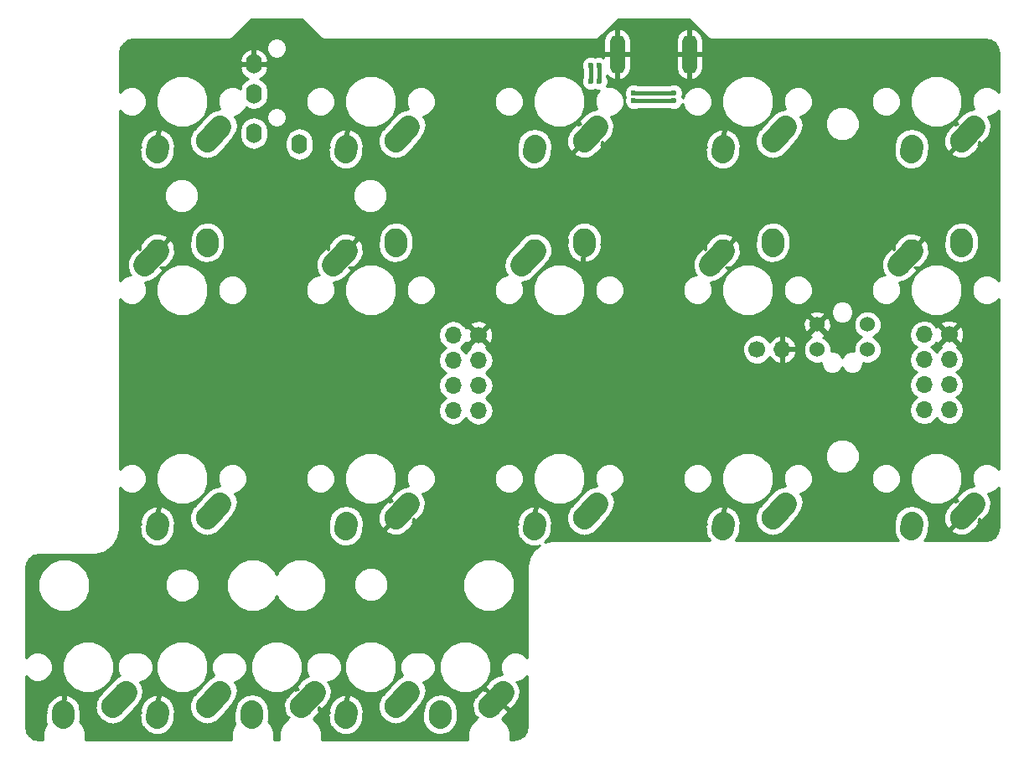
<source format=gtl>
G04 #@! TF.FileFunction,Copper,L1,Top,Signal*
%FSLAX46Y46*%
G04 Gerber Fmt 4.6, Leading zero omitted, Abs format (unit mm)*
G04 Created by KiCad (PCBNEW 4.0.7) date 06/12/18 21:15:04*
%MOMM*%
%LPD*%
G01*
G04 APERTURE LIST*
%ADD10C,0.100000*%
%ADD11C,1.700000*%
%ADD12O,1.700000X1.700000*%
%ADD13O,1.600000X2.000000*%
%ADD14C,2.250000*%
%ADD15C,2.250000*%
%ADD16O,1.500000X4.000000*%
%ADD17C,1.524000*%
%ADD18C,0.600000*%
%ADD19C,0.381000*%
%ADD20C,0.254000*%
G04 APERTURE END LIST*
D10*
D11*
X139300000Y-75720000D03*
D12*
X136760000Y-75720000D03*
X139300000Y-78260000D03*
X136760000Y-78260000D03*
X139300000Y-80800000D03*
X136760000Y-80800000D03*
X139300000Y-83340000D03*
X136760000Y-83340000D03*
D13*
X73650000Y-56450000D03*
X69050000Y-55350000D03*
X69050000Y-48350000D03*
X69050000Y-51350000D03*
D14*
X59312500Y-56643750D02*
X59272500Y-57223750D01*
D15*
X59272500Y-57223750D03*
D14*
X65622500Y-54683750D02*
X64312498Y-56143750D01*
D15*
X64312500Y-56143750D03*
D14*
X64312500Y-66693750D02*
X64352500Y-66113750D01*
D15*
X64352500Y-66113750D03*
D14*
X58002500Y-68653750D02*
X59312502Y-67193750D01*
D15*
X59312500Y-67193750D03*
D14*
X78362500Y-56643750D02*
X78322500Y-57223750D01*
D15*
X78322500Y-57223750D03*
D14*
X84672500Y-54683750D02*
X83362498Y-56143750D01*
D15*
X83362500Y-56143750D03*
D14*
X83362500Y-66693750D02*
X83402500Y-66113750D01*
D15*
X83402500Y-66113750D03*
D14*
X77052500Y-68653750D02*
X78362502Y-67193750D01*
D15*
X78362500Y-67193750D03*
D14*
X97412500Y-56643750D02*
X97372500Y-57223750D01*
D15*
X97372500Y-57223750D03*
D14*
X103722500Y-54683750D02*
X102412498Y-56143750D01*
D15*
X102412500Y-56143750D03*
D14*
X102412500Y-66693750D02*
X102452500Y-66113750D01*
D15*
X102452500Y-66113750D03*
D14*
X96102500Y-68653750D02*
X97412502Y-67193750D01*
D15*
X97412500Y-67193750D03*
D14*
X116462500Y-56643750D02*
X116422500Y-57223750D01*
D15*
X116422500Y-57223750D03*
D14*
X122772500Y-54683750D02*
X121462498Y-56143750D01*
D15*
X121462500Y-56143750D03*
D14*
X121462500Y-66693750D02*
X121502500Y-66113750D01*
D15*
X121502500Y-66113750D03*
D14*
X115152500Y-68653750D02*
X116462502Y-67193750D01*
D15*
X116462500Y-67193750D03*
D14*
X135512500Y-56643750D02*
X135472500Y-57223750D01*
D15*
X135472500Y-57223750D03*
D14*
X141822500Y-54683750D02*
X140512498Y-56143750D01*
D15*
X140512500Y-56143750D03*
D14*
X140512500Y-66693750D02*
X140552500Y-66113750D01*
D15*
X140552500Y-66113750D03*
D14*
X134202500Y-68653750D02*
X135512502Y-67193750D01*
D15*
X135512500Y-67193750D03*
D16*
X105780000Y-47360000D03*
X113080000Y-47360000D03*
D14*
X59312500Y-94743750D02*
X59272500Y-95323750D01*
D15*
X59272500Y-95323750D03*
D14*
X65622500Y-92783750D02*
X64312498Y-94243750D01*
D15*
X64312500Y-94243750D03*
D14*
X78362500Y-94743750D02*
X78322500Y-95323750D01*
D15*
X78322500Y-95323750D03*
D14*
X84672500Y-92783750D02*
X83362498Y-94243750D01*
D15*
X83362500Y-94243750D03*
D14*
X97412500Y-94743750D02*
X97372500Y-95323750D01*
D15*
X97372500Y-95323750D03*
D14*
X103722500Y-92783750D02*
X102412498Y-94243750D01*
D15*
X102412500Y-94243750D03*
D14*
X116462500Y-94743750D02*
X116422500Y-95323750D01*
D15*
X116422500Y-95323750D03*
D14*
X122772500Y-92783750D02*
X121462498Y-94243750D01*
D15*
X121462500Y-94243750D03*
D14*
X135512500Y-94743750D02*
X135472500Y-95323750D01*
D15*
X135472500Y-95323750D03*
D14*
X141822500Y-92783750D02*
X140512498Y-94243750D01*
D15*
X140512500Y-94243750D03*
D14*
X49787500Y-113793750D02*
X49747500Y-114373750D01*
D15*
X49747500Y-114373750D03*
D14*
X56097500Y-111833750D02*
X54787498Y-113293750D01*
D15*
X54787500Y-113293750D03*
D14*
X78362500Y-113793750D02*
X78322500Y-114373750D01*
D15*
X78322500Y-114373750D03*
D14*
X84672500Y-111833750D02*
X83362498Y-113293750D01*
D15*
X83362500Y-113293750D03*
D14*
X87887500Y-113793750D02*
X87847500Y-114373750D01*
D15*
X87847500Y-114373750D03*
D14*
X94197500Y-111833750D02*
X92887498Y-113293750D01*
D15*
X92887500Y-113293750D03*
D14*
X59312500Y-113793750D02*
X59272500Y-114373750D01*
D15*
X59272500Y-114373750D03*
D14*
X65622500Y-111833750D02*
X64312498Y-113293750D01*
D15*
X64312500Y-113293750D03*
D14*
X68837500Y-113793750D02*
X68797500Y-114373750D01*
D15*
X68797500Y-114373750D03*
D14*
X75147500Y-111833750D02*
X73837498Y-113293750D01*
D15*
X73837500Y-113293750D03*
D11*
X91730000Y-75760000D03*
D12*
X89190000Y-75760000D03*
X91730000Y-78300000D03*
X89190000Y-78300000D03*
X91730000Y-80840000D03*
X89190000Y-80840000D03*
X91730000Y-83380000D03*
X89190000Y-83380000D03*
D17*
X131040000Y-74700000D03*
X125960000Y-74700000D03*
X131040000Y-77240000D03*
X125960000Y-77240000D03*
D11*
X119900000Y-77200000D03*
D12*
X122440000Y-77200000D03*
D18*
X103070000Y-48521351D03*
X103068015Y-50085389D03*
X107452119Y-52069910D03*
X111487949Y-52070079D03*
X103910000Y-48521351D03*
X103915802Y-50087527D03*
X107440000Y-51270000D03*
X111491677Y-51270085D03*
D19*
X94197500Y-113097500D02*
X95150000Y-114050000D01*
X94197500Y-111833750D02*
X94197500Y-113097500D01*
X92733750Y-111833750D02*
X92400000Y-111500000D01*
X94197500Y-111833750D02*
X92733750Y-111833750D01*
X103068015Y-50085389D02*
X103068015Y-48523336D01*
X103068015Y-48523336D02*
X103070000Y-48521351D01*
X111487949Y-52070079D02*
X107452288Y-52070079D01*
X107452288Y-52070079D02*
X107452119Y-52069910D01*
X103915802Y-50087527D02*
X103915802Y-48527153D01*
X103915802Y-48527153D02*
X103910000Y-48521351D01*
X111491677Y-51270085D02*
X107440085Y-51270085D01*
X107440085Y-51270085D02*
X107440000Y-51270000D01*
D20*
G36*
X75647954Y-45652046D02*
X75878295Y-45805954D01*
X76150000Y-45860000D01*
X103570000Y-45860000D01*
X103841705Y-45805954D01*
X104072046Y-45652046D01*
X105864092Y-43860000D01*
X112995908Y-43860000D01*
X114787954Y-45652046D01*
X115018295Y-45805954D01*
X115290000Y-45860000D01*
X142913638Y-45860000D01*
X143480354Y-45966876D01*
X143900380Y-46241523D01*
X144183328Y-46655997D01*
X144300000Y-47213498D01*
X144300000Y-51216031D01*
X143948963Y-50864380D01*
X143394175Y-50634012D01*
X142793460Y-50633488D01*
X142238271Y-50862888D01*
X141813130Y-51287287D01*
X141582762Y-51842075D01*
X141582238Y-52442790D01*
X141784391Y-52932037D01*
X141176573Y-53041645D01*
X140597335Y-53413829D01*
X139942334Y-54143829D01*
X140219075Y-54392138D01*
X140107049Y-54395675D01*
X139926181Y-54470593D01*
X139772703Y-54332883D01*
X139117703Y-55062882D01*
X139067985Y-55162499D01*
X138989727Y-55194371D01*
X138742330Y-55849379D01*
X138764425Y-56549201D01*
X138989727Y-57093129D01*
X139045591Y-57115880D01*
X139070115Y-57152278D01*
X139351965Y-57247002D01*
X140507505Y-55959150D01*
X140512500Y-55964145D01*
X141216462Y-55260183D01*
X141360198Y-55389152D01*
X141346841Y-55404038D01*
X141391630Y-55444225D01*
X141211762Y-55624093D01*
X141177211Y-55593092D01*
X140517494Y-56328349D01*
X140512500Y-56323355D01*
X139449158Y-57386697D01*
X139563121Y-57666523D01*
X139790751Y-57752499D01*
X139808094Y-57761632D01*
X139824227Y-57765143D01*
X140218129Y-57913920D01*
X140471152Y-57905931D01*
X140480850Y-57908042D01*
X140497096Y-57905112D01*
X140917951Y-57891825D01*
X141461879Y-57666523D01*
X141503608Y-57564061D01*
X141737663Y-57413671D01*
X142019515Y-57099547D01*
X142035273Y-57093129D01*
X142042543Y-57073882D01*
X142392664Y-56683671D01*
X142241242Y-56547806D01*
X142282670Y-56438121D01*
X142276353Y-56238053D01*
X142562295Y-56494617D01*
X143217295Y-55764618D01*
X143524753Y-55148576D01*
X143573058Y-54461769D01*
X143354856Y-53808757D01*
X143264883Y-53675222D01*
X143201279Y-53653846D01*
X143391540Y-53654012D01*
X143946729Y-53424612D01*
X144300000Y-53071958D01*
X144300000Y-70266031D01*
X143948963Y-69914380D01*
X143394175Y-69684012D01*
X142793460Y-69683488D01*
X142238271Y-69912888D01*
X141813130Y-70337287D01*
X141582762Y-70892075D01*
X141582238Y-71492790D01*
X141811638Y-72047979D01*
X142236037Y-72473120D01*
X142790825Y-72703488D01*
X143391540Y-72704012D01*
X143946729Y-72474612D01*
X144300000Y-72121958D01*
X144300000Y-89316031D01*
X143948963Y-88964380D01*
X143394175Y-88734012D01*
X142793460Y-88733488D01*
X142238271Y-88962888D01*
X141813130Y-89387287D01*
X141582762Y-89942075D01*
X141582238Y-90542790D01*
X141784391Y-91032037D01*
X141176573Y-91141645D01*
X140597335Y-91513829D01*
X139942334Y-92243829D01*
X140219075Y-92492138D01*
X140107049Y-92495675D01*
X139926181Y-92570593D01*
X139772703Y-92432883D01*
X139117703Y-93162882D01*
X139067985Y-93262499D01*
X138989727Y-93294371D01*
X138742330Y-93949379D01*
X138764425Y-94649201D01*
X138989727Y-95193129D01*
X139045591Y-95215880D01*
X139070115Y-95252278D01*
X139351965Y-95347002D01*
X140507505Y-94059150D01*
X140512500Y-94064145D01*
X141216462Y-93360183D01*
X141360198Y-93489152D01*
X141346841Y-93504038D01*
X141391630Y-93544225D01*
X141211762Y-93724093D01*
X141177211Y-93693092D01*
X140517494Y-94428349D01*
X140512500Y-94423355D01*
X139449158Y-95486697D01*
X139563121Y-95766523D01*
X139790751Y-95852499D01*
X139808094Y-95861632D01*
X139824227Y-95865143D01*
X140218129Y-96013920D01*
X140471152Y-96005931D01*
X140480850Y-96008042D01*
X140497096Y-96005112D01*
X140917951Y-95991825D01*
X141461879Y-95766523D01*
X141503608Y-95664061D01*
X141737663Y-95513671D01*
X142019515Y-95199547D01*
X142035273Y-95193129D01*
X142042543Y-95173882D01*
X142392664Y-94783671D01*
X142241242Y-94647806D01*
X142282670Y-94538121D01*
X142276353Y-94338053D01*
X142562295Y-94594617D01*
X143217295Y-93864618D01*
X143524753Y-93248576D01*
X143573058Y-92561769D01*
X143354856Y-91908757D01*
X143264883Y-91775222D01*
X143201279Y-91753846D01*
X143391540Y-91754012D01*
X143946729Y-91524612D01*
X144300000Y-91171958D01*
X144300000Y-95143637D01*
X144193124Y-95710354D01*
X143918478Y-96130379D01*
X143504003Y-96413328D01*
X142946502Y-96530000D01*
X136755333Y-96530000D01*
X136963685Y-96322011D01*
X137025087Y-96174137D01*
X137045571Y-96147630D01*
X137063491Y-96081651D01*
X137232193Y-95675371D01*
X137232446Y-95385142D01*
X137271093Y-94824761D01*
X137183778Y-94143617D01*
X136842447Y-93547735D01*
X136299064Y-93127835D01*
X135636355Y-92947841D01*
X134955210Y-93035156D01*
X134359329Y-93376487D01*
X133939429Y-93919870D01*
X133759435Y-94582579D01*
X133736506Y-94915056D01*
X133712807Y-94972129D01*
X133712196Y-95672300D01*
X133794508Y-95871511D01*
X133801222Y-95923884D01*
X133854785Y-96017392D01*
X133979575Y-96319407D01*
X134092694Y-96432724D01*
X134142553Y-96519765D01*
X134155798Y-96530000D01*
X117750510Y-96530000D01*
X117779434Y-96501076D01*
X117732972Y-96454614D01*
X117866750Y-96305108D01*
X117945273Y-96273129D01*
X118192670Y-95618121D01*
X118184414Y-95356613D01*
X118189591Y-95281541D01*
X118182027Y-95281019D01*
X118173971Y-95025861D01*
X118207067Y-95028143D01*
X118227067Y-94738143D01*
X118154419Y-94378881D01*
X119669214Y-94378881D01*
X119702269Y-94508096D01*
X119702196Y-94592300D01*
X119758945Y-94729644D01*
X119839408Y-95044175D01*
X119949731Y-95191381D01*
X119969575Y-95239407D01*
X120034367Y-95304312D01*
X120251244Y-95593695D01*
X120427524Y-95698156D01*
X120464239Y-95734935D01*
X120548942Y-95770107D01*
X120842024Y-95943783D01*
X121033108Y-95971150D01*
X121110879Y-96003443D01*
X121259497Y-96003573D01*
X121521805Y-96041140D01*
X121667266Y-96003929D01*
X121811050Y-96004054D01*
X122045575Y-95907150D01*
X122187099Y-95870946D01*
X122253335Y-95821306D01*
X122458157Y-95736675D01*
X122734965Y-95460349D01*
X122736619Y-95459110D01*
X122740159Y-95455165D01*
X122953685Y-95242011D01*
X122972870Y-95195807D01*
X124118339Y-93919180D01*
X124468427Y-93328401D01*
X124565784Y-92648619D01*
X124395590Y-91983326D01*
X124223654Y-91753909D01*
X124341540Y-91754012D01*
X124896729Y-91524612D01*
X125321870Y-91100213D01*
X125552238Y-90545425D01*
X125552240Y-90542790D01*
X131422238Y-90542790D01*
X131651638Y-91097979D01*
X132076037Y-91523120D01*
X132630825Y-91753488D01*
X133231540Y-91754012D01*
X133786729Y-91524612D01*
X134211870Y-91100213D01*
X134351321Y-90764376D01*
X135383145Y-90764376D01*
X135782528Y-91730957D01*
X136521404Y-92471123D01*
X137487285Y-92872192D01*
X138533126Y-92873105D01*
X139499707Y-92473722D01*
X140239873Y-91734846D01*
X140640942Y-90768965D01*
X140641855Y-89723124D01*
X140242472Y-88756543D01*
X139503596Y-88016377D01*
X138537715Y-87615308D01*
X137491874Y-87614395D01*
X136525293Y-88013778D01*
X135785127Y-88752654D01*
X135384058Y-89718535D01*
X135383145Y-90764376D01*
X134351321Y-90764376D01*
X134442238Y-90545425D01*
X134442762Y-89944710D01*
X134213362Y-89389521D01*
X133788963Y-88964380D01*
X133234175Y-88734012D01*
X132633460Y-88733488D01*
X132078271Y-88962888D01*
X131653130Y-89387287D01*
X131422762Y-89942075D01*
X131422238Y-90542790D01*
X125552240Y-90542790D01*
X125552762Y-89944710D01*
X125323362Y-89389521D01*
X124898963Y-88964380D01*
X124344175Y-88734012D01*
X123743460Y-88733488D01*
X123188271Y-88962888D01*
X122763130Y-89387287D01*
X122532762Y-89942075D01*
X122532238Y-90542790D01*
X122715664Y-90986714D01*
X122713193Y-90986360D01*
X122047899Y-91156554D01*
X121498379Y-91568391D01*
X120184804Y-93032372D01*
X119971315Y-93245489D01*
X119821330Y-93606692D01*
X119766571Y-93699100D01*
X119757942Y-93759348D01*
X119702807Y-93892129D01*
X119702586Y-94145869D01*
X119669214Y-94378881D01*
X118154419Y-94378881D01*
X118090602Y-94063299D01*
X117706272Y-93492047D01*
X117132590Y-93111356D01*
X116979518Y-93061402D01*
X116699022Y-93160064D01*
X116671785Y-93555003D01*
X116416626Y-93563059D01*
X116445624Y-93142588D01*
X116181328Y-93006354D01*
X116022846Y-93034822D01*
X115402335Y-93333154D01*
X114943224Y-93846237D01*
X114715409Y-94495959D01*
X114695409Y-94785959D01*
X114743029Y-94789243D01*
X114652330Y-95029379D01*
X114660586Y-95290884D01*
X114657933Y-95329357D01*
X114662517Y-95352024D01*
X114674425Y-95729201D01*
X114899727Y-96273129D01*
X115003862Y-96315539D01*
X115103301Y-96463341D01*
X115065566Y-96501076D01*
X115094490Y-96530000D01*
X99370000Y-96530000D01*
X99297986Y-96544325D01*
X99224564Y-96545055D01*
X98458609Y-96705352D01*
X98816750Y-96305108D01*
X98895273Y-96273129D01*
X99142670Y-95618121D01*
X99134414Y-95356613D01*
X99139591Y-95281541D01*
X99132027Y-95281019D01*
X99123971Y-95025861D01*
X99157067Y-95028143D01*
X99177067Y-94738143D01*
X99104419Y-94378881D01*
X100619214Y-94378881D01*
X100652269Y-94508096D01*
X100652196Y-94592300D01*
X100708945Y-94729644D01*
X100789408Y-95044175D01*
X100899731Y-95191381D01*
X100919575Y-95239407D01*
X100984367Y-95304312D01*
X101201244Y-95593695D01*
X101377524Y-95698156D01*
X101414239Y-95734935D01*
X101498942Y-95770107D01*
X101792024Y-95943783D01*
X101983108Y-95971150D01*
X102060879Y-96003443D01*
X102209497Y-96003573D01*
X102471805Y-96041140D01*
X102617266Y-96003929D01*
X102761050Y-96004054D01*
X102995575Y-95907150D01*
X103137099Y-95870946D01*
X103203335Y-95821306D01*
X103408157Y-95736675D01*
X103684965Y-95460349D01*
X103686619Y-95459110D01*
X103690159Y-95455165D01*
X103903685Y-95242011D01*
X103922870Y-95195807D01*
X105068339Y-93919180D01*
X105418427Y-93328401D01*
X105515784Y-92648619D01*
X105345590Y-91983326D01*
X105173654Y-91753909D01*
X105291540Y-91754012D01*
X105846729Y-91524612D01*
X106271870Y-91100213D01*
X106502238Y-90545425D01*
X106502240Y-90542790D01*
X112372238Y-90542790D01*
X112601638Y-91097979D01*
X113026037Y-91523120D01*
X113580825Y-91753488D01*
X114181540Y-91754012D01*
X114736729Y-91524612D01*
X115161870Y-91100213D01*
X115301321Y-90764376D01*
X116333145Y-90764376D01*
X116732528Y-91730957D01*
X117471404Y-92471123D01*
X118437285Y-92872192D01*
X119483126Y-92873105D01*
X120449707Y-92473722D01*
X121189873Y-91734846D01*
X121590942Y-90768965D01*
X121591855Y-89723124D01*
X121192472Y-88756543D01*
X120780248Y-88343599D01*
X126764699Y-88343599D01*
X127028281Y-88981515D01*
X127515918Y-89470004D01*
X128153373Y-89734699D01*
X128843599Y-89735301D01*
X129481515Y-89471719D01*
X129970004Y-88984082D01*
X130234699Y-88346627D01*
X130235301Y-87656401D01*
X129971719Y-87018485D01*
X129484082Y-86529996D01*
X128846627Y-86265301D01*
X128156401Y-86264699D01*
X127518485Y-86528281D01*
X127029996Y-87015918D01*
X126765301Y-87653373D01*
X126764699Y-88343599D01*
X120780248Y-88343599D01*
X120453596Y-88016377D01*
X119487715Y-87615308D01*
X118441874Y-87614395D01*
X117475293Y-88013778D01*
X116735127Y-88752654D01*
X116334058Y-89718535D01*
X116333145Y-90764376D01*
X115301321Y-90764376D01*
X115392238Y-90545425D01*
X115392762Y-89944710D01*
X115163362Y-89389521D01*
X114738963Y-88964380D01*
X114184175Y-88734012D01*
X113583460Y-88733488D01*
X113028271Y-88962888D01*
X112603130Y-89387287D01*
X112372762Y-89942075D01*
X112372238Y-90542790D01*
X106502240Y-90542790D01*
X106502762Y-89944710D01*
X106273362Y-89389521D01*
X105848963Y-88964380D01*
X105294175Y-88734012D01*
X104693460Y-88733488D01*
X104138271Y-88962888D01*
X103713130Y-89387287D01*
X103482762Y-89942075D01*
X103482238Y-90542790D01*
X103665664Y-90986714D01*
X103663193Y-90986360D01*
X102997899Y-91156554D01*
X102448379Y-91568391D01*
X101134804Y-93032372D01*
X100921315Y-93245489D01*
X100771330Y-93606692D01*
X100716571Y-93699100D01*
X100707942Y-93759348D01*
X100652807Y-93892129D01*
X100652586Y-94145869D01*
X100619214Y-94378881D01*
X99104419Y-94378881D01*
X99040602Y-94063299D01*
X98656272Y-93492047D01*
X98082590Y-93111356D01*
X97929518Y-93061402D01*
X97649022Y-93160064D01*
X97621785Y-93555003D01*
X97366626Y-93563059D01*
X97395624Y-93142588D01*
X97131328Y-93006354D01*
X96972846Y-93034822D01*
X96352335Y-93333154D01*
X95893224Y-93846237D01*
X95665409Y-94495959D01*
X95645409Y-94785959D01*
X95693029Y-94789243D01*
X95602330Y-95029379D01*
X95610586Y-95290884D01*
X95607933Y-95329357D01*
X95612517Y-95352024D01*
X95624425Y-95729201D01*
X95849727Y-96273129D01*
X95953862Y-96315539D01*
X96128728Y-96575453D01*
X96380866Y-96742770D01*
X96423121Y-96846523D01*
X96687952Y-96946550D01*
X96702410Y-96956144D01*
X96782892Y-96982409D01*
X97078129Y-97093920D01*
X97339627Y-97085664D01*
X97378109Y-97088318D01*
X97378376Y-97084440D01*
X97777951Y-97071825D01*
X97896927Y-97022544D01*
X97554264Y-97256469D01*
X97541904Y-97269078D01*
X97360334Y-97454296D01*
X96931109Y-98110722D01*
X96833226Y-98353848D01*
X96827647Y-98367705D01*
X96682299Y-99138422D01*
X96683055Y-99214369D01*
X96670000Y-99280000D01*
X96670000Y-108361022D01*
X96323963Y-108014380D01*
X95769175Y-107784012D01*
X95168460Y-107783488D01*
X94613271Y-108012888D01*
X94188130Y-108437287D01*
X93957762Y-108992075D01*
X93957238Y-109592790D01*
X94159391Y-110082037D01*
X93551573Y-110191645D01*
X92972335Y-110563829D01*
X92317334Y-111293829D01*
X92594075Y-111542138D01*
X92482049Y-111545675D01*
X92301181Y-111620593D01*
X92147703Y-111482883D01*
X91492703Y-112212882D01*
X91442985Y-112312499D01*
X91364727Y-112344371D01*
X91117330Y-112999379D01*
X91139425Y-113699201D01*
X91364727Y-114243129D01*
X91420591Y-114265880D01*
X91445115Y-114302278D01*
X91635410Y-114366232D01*
X91530566Y-114471076D01*
X91542961Y-114483471D01*
X90971256Y-115054178D01*
X90641876Y-115847414D01*
X90641175Y-116650000D01*
X75909176Y-116650000D01*
X75909874Y-115851183D01*
X75581878Y-115057373D01*
X75075148Y-114549757D01*
X75344515Y-114249547D01*
X75360273Y-114243129D01*
X75367543Y-114223882D01*
X75497199Y-114079379D01*
X76552330Y-114079379D01*
X76560586Y-114340884D01*
X76557933Y-114379357D01*
X76562517Y-114402024D01*
X76574425Y-114779201D01*
X76799727Y-115323129D01*
X76903862Y-115365539D01*
X77078728Y-115625453D01*
X77330866Y-115792770D01*
X77373121Y-115896523D01*
X77637952Y-115996550D01*
X77652410Y-116006144D01*
X77732892Y-116032409D01*
X78028129Y-116143920D01*
X78289627Y-116135664D01*
X78328109Y-116138318D01*
X78328376Y-116134440D01*
X78727951Y-116121825D01*
X79271879Y-115896523D01*
X79301714Y-115823266D01*
X79382665Y-115784346D01*
X79766750Y-115355108D01*
X79845273Y-115323129D01*
X80092670Y-114668121D01*
X80084414Y-114406613D01*
X80089591Y-114331541D01*
X80082027Y-114331019D01*
X80073971Y-114075861D01*
X80107067Y-114078143D01*
X80127067Y-113788143D01*
X80054419Y-113428881D01*
X81569214Y-113428881D01*
X81602269Y-113558096D01*
X81602196Y-113642300D01*
X81658945Y-113779644D01*
X81739408Y-114094175D01*
X81849731Y-114241381D01*
X81869575Y-114289407D01*
X81934367Y-114354312D01*
X82151244Y-114643695D01*
X82327524Y-114748156D01*
X82364239Y-114784935D01*
X82448942Y-114820107D01*
X82742024Y-114993783D01*
X82933108Y-115021150D01*
X83010879Y-115053443D01*
X83159497Y-115053573D01*
X83421805Y-115091140D01*
X83567266Y-115053929D01*
X83711050Y-115054054D01*
X83945575Y-114957150D01*
X84087099Y-114920946D01*
X84153335Y-114871306D01*
X84358157Y-114786675D01*
X84422644Y-114722300D01*
X86087196Y-114722300D01*
X86169508Y-114921511D01*
X86176222Y-114973884D01*
X86229785Y-115067392D01*
X86354575Y-115369407D01*
X86467694Y-115482724D01*
X86517553Y-115569765D01*
X86679545Y-115694944D01*
X86849239Y-115864935D01*
X86957931Y-115910068D01*
X87060936Y-115989665D01*
X87317326Y-116059301D01*
X87495879Y-116133443D01*
X87590608Y-116133526D01*
X87723645Y-116169659D01*
X88002716Y-116133885D01*
X88196050Y-116134054D01*
X88283600Y-116097879D01*
X88404790Y-116082344D01*
X88621168Y-115958399D01*
X88843157Y-115866675D01*
X88926448Y-115783529D01*
X89000671Y-115741013D01*
X89107416Y-115602877D01*
X89338685Y-115372011D01*
X89400087Y-115224137D01*
X89420571Y-115197630D01*
X89438491Y-115131651D01*
X89607193Y-114725371D01*
X89607446Y-114435142D01*
X89646093Y-113874761D01*
X89558778Y-113193617D01*
X89217447Y-112597735D01*
X88674064Y-112177835D01*
X88011355Y-111997841D01*
X87330210Y-112085156D01*
X86734329Y-112426487D01*
X86314429Y-112969870D01*
X86134435Y-113632579D01*
X86111506Y-113965056D01*
X86087807Y-114022129D01*
X86087196Y-114722300D01*
X84422644Y-114722300D01*
X84634965Y-114510349D01*
X84636619Y-114509110D01*
X84640159Y-114505165D01*
X84853685Y-114292011D01*
X84872870Y-114245807D01*
X86018339Y-112969180D01*
X86368427Y-112378401D01*
X86465784Y-111698619D01*
X86295590Y-111033326D01*
X86123654Y-110803909D01*
X86241540Y-110804012D01*
X86796729Y-110574612D01*
X87221870Y-110150213D01*
X87361321Y-109814376D01*
X87758145Y-109814376D01*
X88157528Y-110780957D01*
X88896404Y-111521123D01*
X89862285Y-111922192D01*
X90908126Y-111923105D01*
X91874707Y-111523722D01*
X92614873Y-110784846D01*
X93015942Y-109818965D01*
X93016855Y-108773124D01*
X92617472Y-107806543D01*
X91878596Y-107066377D01*
X90912715Y-106665308D01*
X89866874Y-106664395D01*
X88900293Y-107063778D01*
X88160127Y-107802654D01*
X87759058Y-108768535D01*
X87758145Y-109814376D01*
X87361321Y-109814376D01*
X87452238Y-109595425D01*
X87452762Y-108994710D01*
X87223362Y-108439521D01*
X86798963Y-108014380D01*
X86244175Y-107784012D01*
X85643460Y-107783488D01*
X85625643Y-107790850D01*
X85609175Y-107784012D01*
X85008460Y-107783488D01*
X84453271Y-108012888D01*
X84028130Y-108437287D01*
X83797762Y-108992075D01*
X83797238Y-109592790D01*
X84026638Y-110147979D01*
X84057199Y-110178593D01*
X83947899Y-110206554D01*
X83398379Y-110618391D01*
X82084804Y-112082372D01*
X81871315Y-112295489D01*
X81721330Y-112656692D01*
X81666571Y-112749100D01*
X81657942Y-112809348D01*
X81602807Y-112942129D01*
X81602586Y-113195869D01*
X81569214Y-113428881D01*
X80054419Y-113428881D01*
X79990602Y-113113299D01*
X79606272Y-112542047D01*
X79032590Y-112161356D01*
X78879518Y-112111402D01*
X78599022Y-112210064D01*
X78571785Y-112605003D01*
X78316626Y-112613059D01*
X78345624Y-112192588D01*
X78081328Y-112056354D01*
X77922846Y-112084822D01*
X77302335Y-112383154D01*
X76843224Y-112896237D01*
X76615409Y-113545959D01*
X76595409Y-113835959D01*
X76643029Y-113839243D01*
X76552330Y-114079379D01*
X75497199Y-114079379D01*
X75717664Y-113833671D01*
X75566242Y-113697806D01*
X75607670Y-113588121D01*
X75601353Y-113388053D01*
X75887295Y-113644617D01*
X76542295Y-112914618D01*
X76849753Y-112298576D01*
X76898058Y-111611769D01*
X76679856Y-110958757D01*
X76589883Y-110825222D01*
X76526279Y-110803846D01*
X76716540Y-110804012D01*
X77271729Y-110574612D01*
X77696870Y-110150213D01*
X77836321Y-109814376D01*
X78233145Y-109814376D01*
X78632528Y-110780957D01*
X79371404Y-111521123D01*
X80337285Y-111922192D01*
X81383126Y-111923105D01*
X82349707Y-111523722D01*
X83089873Y-110784846D01*
X83490942Y-109818965D01*
X83491855Y-108773124D01*
X83092472Y-107806543D01*
X82353596Y-107066377D01*
X81387715Y-106665308D01*
X80341874Y-106664395D01*
X79375293Y-107063778D01*
X78635127Y-107802654D01*
X78234058Y-108768535D01*
X78233145Y-109814376D01*
X77836321Y-109814376D01*
X77927238Y-109595425D01*
X77927762Y-108994710D01*
X77698362Y-108439521D01*
X77273963Y-108014380D01*
X76719175Y-107784012D01*
X76118460Y-107783488D01*
X76100643Y-107790850D01*
X76084175Y-107784012D01*
X75483460Y-107783488D01*
X74928271Y-108012888D01*
X74503130Y-108437287D01*
X74272762Y-108992075D01*
X74272238Y-109592790D01*
X74501638Y-110147979D01*
X74538568Y-110184974D01*
X74501573Y-110191645D01*
X73922335Y-110563829D01*
X73267334Y-111293829D01*
X73544075Y-111542138D01*
X73432049Y-111545675D01*
X73251181Y-111620593D01*
X73097703Y-111482883D01*
X72442703Y-112212882D01*
X72392985Y-112312499D01*
X72314727Y-112344371D01*
X72067330Y-112999379D01*
X72089425Y-113699201D01*
X72314727Y-114243129D01*
X72370591Y-114265880D01*
X72395115Y-114302278D01*
X72585410Y-114366232D01*
X72480566Y-114471076D01*
X72492961Y-114483471D01*
X71921256Y-115054178D01*
X71591876Y-115847414D01*
X71591175Y-116650000D01*
X71083176Y-116650000D01*
X71083874Y-115851183D01*
X70755878Y-115057373D01*
X70518199Y-114819279D01*
X70557193Y-114725371D01*
X70557446Y-114435142D01*
X70596093Y-113874761D01*
X70508778Y-113193617D01*
X70167447Y-112597735D01*
X69624064Y-112177835D01*
X68961355Y-111997841D01*
X68280210Y-112085156D01*
X67684329Y-112426487D01*
X67264429Y-112969870D01*
X67084435Y-113632579D01*
X67061506Y-113965056D01*
X67037807Y-114022129D01*
X67037196Y-114722300D01*
X67119508Y-114921511D01*
X67126222Y-114973884D01*
X67144218Y-115005301D01*
X67095256Y-115054178D01*
X66765876Y-115847414D01*
X66765175Y-116650000D01*
X52033176Y-116650000D01*
X52033874Y-115851183D01*
X51705878Y-115057373D01*
X51462670Y-114813740D01*
X51517670Y-114668121D01*
X51509414Y-114406613D01*
X51514591Y-114331541D01*
X51507027Y-114331019D01*
X51498971Y-114075861D01*
X51532067Y-114078143D01*
X51552067Y-113788143D01*
X51479419Y-113428881D01*
X52994214Y-113428881D01*
X53027269Y-113558096D01*
X53027196Y-113642300D01*
X53083945Y-113779644D01*
X53164408Y-114094175D01*
X53274731Y-114241381D01*
X53294575Y-114289407D01*
X53359367Y-114354312D01*
X53576244Y-114643695D01*
X53752524Y-114748156D01*
X53789239Y-114784935D01*
X53873942Y-114820107D01*
X54167024Y-114993783D01*
X54358108Y-115021150D01*
X54435879Y-115053443D01*
X54584497Y-115053573D01*
X54846805Y-115091140D01*
X54992266Y-115053929D01*
X55136050Y-115054054D01*
X55370575Y-114957150D01*
X55512099Y-114920946D01*
X55578335Y-114871306D01*
X55783157Y-114786675D01*
X56059965Y-114510349D01*
X56061619Y-114509110D01*
X56065159Y-114505165D01*
X56278685Y-114292011D01*
X56297870Y-114245807D01*
X56447199Y-114079379D01*
X57502330Y-114079379D01*
X57510586Y-114340884D01*
X57507933Y-114379357D01*
X57512517Y-114402024D01*
X57524425Y-114779201D01*
X57749727Y-115323129D01*
X57853862Y-115365539D01*
X58028728Y-115625453D01*
X58280866Y-115792770D01*
X58323121Y-115896523D01*
X58587952Y-115996550D01*
X58602410Y-116006144D01*
X58682892Y-116032409D01*
X58978129Y-116143920D01*
X59239627Y-116135664D01*
X59278109Y-116138318D01*
X59278376Y-116134440D01*
X59677951Y-116121825D01*
X60221879Y-115896523D01*
X60251714Y-115823266D01*
X60332665Y-115784346D01*
X60716750Y-115355108D01*
X60795273Y-115323129D01*
X61042670Y-114668121D01*
X61034414Y-114406613D01*
X61039591Y-114331541D01*
X61032027Y-114331019D01*
X61023971Y-114075861D01*
X61057067Y-114078143D01*
X61077067Y-113788143D01*
X61004419Y-113428881D01*
X62519214Y-113428881D01*
X62552269Y-113558096D01*
X62552196Y-113642300D01*
X62608945Y-113779644D01*
X62689408Y-114094175D01*
X62799731Y-114241381D01*
X62819575Y-114289407D01*
X62884367Y-114354312D01*
X63101244Y-114643695D01*
X63277524Y-114748156D01*
X63314239Y-114784935D01*
X63398942Y-114820107D01*
X63692024Y-114993783D01*
X63883108Y-115021150D01*
X63960879Y-115053443D01*
X64109497Y-115053573D01*
X64371805Y-115091140D01*
X64517266Y-115053929D01*
X64661050Y-115054054D01*
X64895575Y-114957150D01*
X65037099Y-114920946D01*
X65103335Y-114871306D01*
X65308157Y-114786675D01*
X65584965Y-114510349D01*
X65586619Y-114509110D01*
X65590159Y-114505165D01*
X65803685Y-114292011D01*
X65822870Y-114245807D01*
X66968339Y-112969180D01*
X67318427Y-112378401D01*
X67415784Y-111698619D01*
X67245590Y-111033326D01*
X67073654Y-110803909D01*
X67191540Y-110804012D01*
X67746729Y-110574612D01*
X68171870Y-110150213D01*
X68311321Y-109814376D01*
X68708145Y-109814376D01*
X69107528Y-110780957D01*
X69846404Y-111521123D01*
X70812285Y-111922192D01*
X71858126Y-111923105D01*
X72824707Y-111523722D01*
X73564873Y-110784846D01*
X73965942Y-109818965D01*
X73966855Y-108773124D01*
X73567472Y-107806543D01*
X72828596Y-107066377D01*
X71862715Y-106665308D01*
X70816874Y-106664395D01*
X69850293Y-107063778D01*
X69110127Y-107802654D01*
X68709058Y-108768535D01*
X68708145Y-109814376D01*
X68311321Y-109814376D01*
X68402238Y-109595425D01*
X68402762Y-108994710D01*
X68173362Y-108439521D01*
X67748963Y-108014380D01*
X67194175Y-107784012D01*
X66593460Y-107783488D01*
X66575643Y-107790850D01*
X66559175Y-107784012D01*
X65958460Y-107783488D01*
X65403271Y-108012888D01*
X64978130Y-108437287D01*
X64747762Y-108992075D01*
X64747238Y-109592790D01*
X64976638Y-110147979D01*
X65007199Y-110178593D01*
X64897899Y-110206554D01*
X64348379Y-110618391D01*
X63034804Y-112082372D01*
X62821315Y-112295489D01*
X62671330Y-112656692D01*
X62616571Y-112749100D01*
X62607942Y-112809348D01*
X62552807Y-112942129D01*
X62552586Y-113195869D01*
X62519214Y-113428881D01*
X61004419Y-113428881D01*
X60940602Y-113113299D01*
X60556272Y-112542047D01*
X59982590Y-112161356D01*
X59829518Y-112111402D01*
X59549022Y-112210064D01*
X59521785Y-112605003D01*
X59266626Y-112613059D01*
X59295624Y-112192588D01*
X59031328Y-112056354D01*
X58872846Y-112084822D01*
X58252335Y-112383154D01*
X57793224Y-112896237D01*
X57565409Y-113545959D01*
X57545409Y-113835959D01*
X57593029Y-113839243D01*
X57502330Y-114079379D01*
X56447199Y-114079379D01*
X57443339Y-112969180D01*
X57793427Y-112378401D01*
X57890784Y-111698619D01*
X57720590Y-111033326D01*
X57548654Y-110803909D01*
X57666540Y-110804012D01*
X58221729Y-110574612D01*
X58646870Y-110150213D01*
X58786321Y-109814376D01*
X59183145Y-109814376D01*
X59582528Y-110780957D01*
X60321404Y-111521123D01*
X61287285Y-111922192D01*
X62333126Y-111923105D01*
X63299707Y-111523722D01*
X64039873Y-110784846D01*
X64440942Y-109818965D01*
X64441855Y-108773124D01*
X64042472Y-107806543D01*
X63303596Y-107066377D01*
X62337715Y-106665308D01*
X61291874Y-106664395D01*
X60325293Y-107063778D01*
X59585127Y-107802654D01*
X59184058Y-108768535D01*
X59183145Y-109814376D01*
X58786321Y-109814376D01*
X58877238Y-109595425D01*
X58877762Y-108994710D01*
X58648362Y-108439521D01*
X58223963Y-108014380D01*
X57669175Y-107784012D01*
X57068460Y-107783488D01*
X57050643Y-107790850D01*
X57034175Y-107784012D01*
X56433460Y-107783488D01*
X55878271Y-108012888D01*
X55453130Y-108437287D01*
X55222762Y-108992075D01*
X55222238Y-109592790D01*
X55451638Y-110147979D01*
X55482199Y-110178593D01*
X55372899Y-110206554D01*
X54823379Y-110618391D01*
X53509804Y-112082372D01*
X53296315Y-112295489D01*
X53146330Y-112656692D01*
X53091571Y-112749100D01*
X53082942Y-112809348D01*
X53027807Y-112942129D01*
X53027586Y-113195869D01*
X52994214Y-113428881D01*
X51479419Y-113428881D01*
X51415602Y-113113299D01*
X51031272Y-112542047D01*
X50457590Y-112161356D01*
X50304518Y-112111402D01*
X50024022Y-112210064D01*
X49996785Y-112605003D01*
X49741626Y-112613059D01*
X49770624Y-112192588D01*
X49506328Y-112056354D01*
X49347846Y-112084822D01*
X48727335Y-112383154D01*
X48268224Y-112896237D01*
X48040409Y-113545959D01*
X48020409Y-113835959D01*
X48068029Y-113839243D01*
X47977330Y-114079379D01*
X47985586Y-114340884D01*
X47982933Y-114379357D01*
X47987517Y-114402024D01*
X47999425Y-114779201D01*
X48093412Y-115006106D01*
X48045256Y-115054178D01*
X47715876Y-115847414D01*
X47715175Y-116650000D01*
X47386363Y-116650000D01*
X46819646Y-116543124D01*
X46399621Y-116268478D01*
X46116672Y-115854003D01*
X46000000Y-115296502D01*
X46000000Y-110221469D01*
X46351037Y-110573120D01*
X46905825Y-110803488D01*
X47506540Y-110804012D01*
X48061729Y-110574612D01*
X48486870Y-110150213D01*
X48626321Y-109814376D01*
X49658145Y-109814376D01*
X50057528Y-110780957D01*
X50796404Y-111521123D01*
X51762285Y-111922192D01*
X52808126Y-111923105D01*
X53774707Y-111523722D01*
X54514873Y-110784846D01*
X54915942Y-109818965D01*
X54916855Y-108773124D01*
X54517472Y-107806543D01*
X53778596Y-107066377D01*
X52812715Y-106665308D01*
X51766874Y-106664395D01*
X50800293Y-107063778D01*
X50060127Y-107802654D01*
X49659058Y-108768535D01*
X49658145Y-109814376D01*
X48626321Y-109814376D01*
X48717238Y-109595425D01*
X48717762Y-108994710D01*
X48488362Y-108439521D01*
X48063963Y-108014380D01*
X47509175Y-107784012D01*
X46908460Y-107783488D01*
X46353271Y-108012888D01*
X46000000Y-108365542D01*
X46000000Y-101559376D01*
X47245145Y-101559376D01*
X47644528Y-102525957D01*
X48383404Y-103266123D01*
X49349285Y-103667192D01*
X50395126Y-103668105D01*
X51361707Y-103268722D01*
X52101873Y-102529846D01*
X52502942Y-101563965D01*
X52503134Y-101343599D01*
X60064699Y-101343599D01*
X60328281Y-101981515D01*
X60815918Y-102470004D01*
X61453373Y-102734699D01*
X62143599Y-102735301D01*
X62781515Y-102471719D01*
X63270004Y-101984082D01*
X63446357Y-101559376D01*
X66295145Y-101559376D01*
X66694528Y-102525957D01*
X67433404Y-103266123D01*
X68399285Y-103667192D01*
X69445126Y-103668105D01*
X70411707Y-103268722D01*
X71151873Y-102529846D01*
X71337461Y-102082901D01*
X71520528Y-102525957D01*
X72259404Y-103266123D01*
X73225285Y-103667192D01*
X74271126Y-103668105D01*
X75237707Y-103268722D01*
X75977873Y-102529846D01*
X76378942Y-101563965D01*
X76379178Y-101293599D01*
X79164699Y-101293599D01*
X79428281Y-101931515D01*
X79915918Y-102420004D01*
X80553373Y-102684699D01*
X81243599Y-102685301D01*
X81881515Y-102421719D01*
X82370004Y-101934082D01*
X82525595Y-101559376D01*
X90171145Y-101559376D01*
X90570528Y-102525957D01*
X91309404Y-103266123D01*
X92275285Y-103667192D01*
X93321126Y-103668105D01*
X94287707Y-103268722D01*
X95027873Y-102529846D01*
X95428942Y-101563965D01*
X95429855Y-100518124D01*
X95030472Y-99551543D01*
X94291596Y-98811377D01*
X93325715Y-98410308D01*
X92279874Y-98409395D01*
X91313293Y-98808778D01*
X90573127Y-99547654D01*
X90172058Y-100513535D01*
X90171145Y-101559376D01*
X82525595Y-101559376D01*
X82634699Y-101296627D01*
X82635301Y-100606401D01*
X82371719Y-99968485D01*
X81884082Y-99479996D01*
X81246627Y-99215301D01*
X80556401Y-99214699D01*
X79918485Y-99478281D01*
X79429996Y-99965918D01*
X79165301Y-100603373D01*
X79164699Y-101293599D01*
X76379178Y-101293599D01*
X76379855Y-100518124D01*
X75980472Y-99551543D01*
X75241596Y-98811377D01*
X74275715Y-98410308D01*
X73229874Y-98409395D01*
X72263293Y-98808778D01*
X71523127Y-99547654D01*
X71337539Y-99994599D01*
X71154472Y-99551543D01*
X70415596Y-98811377D01*
X69449715Y-98410308D01*
X68403874Y-98409395D01*
X67437293Y-98808778D01*
X66697127Y-99547654D01*
X66296058Y-100513535D01*
X66295145Y-101559376D01*
X63446357Y-101559376D01*
X63534699Y-101346627D01*
X63535301Y-100656401D01*
X63271719Y-100018485D01*
X62784082Y-99529996D01*
X62146627Y-99265301D01*
X61456401Y-99264699D01*
X60818485Y-99528281D01*
X60329996Y-100015918D01*
X60065301Y-100653373D01*
X60064699Y-101343599D01*
X52503134Y-101343599D01*
X52503855Y-100518124D01*
X52104472Y-99551543D01*
X51365596Y-98811377D01*
X50399715Y-98410308D01*
X49353874Y-98409395D01*
X48387293Y-98808778D01*
X47647127Y-99547654D01*
X47246058Y-100513535D01*
X47245145Y-101559376D01*
X46000000Y-101559376D01*
X46000000Y-99336362D01*
X46106876Y-98769646D01*
X46381523Y-98349620D01*
X46795997Y-98066672D01*
X47353498Y-97950000D01*
X52830000Y-97950000D01*
X52902014Y-97935675D01*
X52975436Y-97934945D01*
X53743107Y-97774289D01*
X53997980Y-97665733D01*
X54645736Y-97223531D01*
X54722566Y-97145157D01*
X54839666Y-97025704D01*
X55268891Y-96369278D01*
X55372353Y-96112295D01*
X55372353Y-96112294D01*
X55517701Y-95341578D01*
X55516945Y-95265631D01*
X55530000Y-95200000D01*
X55530000Y-95029379D01*
X57502330Y-95029379D01*
X57510586Y-95290884D01*
X57507933Y-95329357D01*
X57512517Y-95352024D01*
X57524425Y-95729201D01*
X57749727Y-96273129D01*
X57853862Y-96315539D01*
X58028728Y-96575453D01*
X58280866Y-96742770D01*
X58323121Y-96846523D01*
X58587952Y-96946550D01*
X58602410Y-96956144D01*
X58682892Y-96982409D01*
X58978129Y-97093920D01*
X59239627Y-97085664D01*
X59278109Y-97088318D01*
X59278376Y-97084440D01*
X59677951Y-97071825D01*
X60221879Y-96846523D01*
X60251714Y-96773266D01*
X60332665Y-96734346D01*
X60716750Y-96305108D01*
X60795273Y-96273129D01*
X61042670Y-95618121D01*
X61034414Y-95356613D01*
X61039591Y-95281541D01*
X61032027Y-95281019D01*
X61023971Y-95025861D01*
X61057067Y-95028143D01*
X61077067Y-94738143D01*
X61004419Y-94378881D01*
X62519214Y-94378881D01*
X62552269Y-94508096D01*
X62552196Y-94592300D01*
X62608945Y-94729644D01*
X62689408Y-95044175D01*
X62799731Y-95191381D01*
X62819575Y-95239407D01*
X62884367Y-95304312D01*
X63101244Y-95593695D01*
X63277524Y-95698156D01*
X63314239Y-95734935D01*
X63398942Y-95770107D01*
X63692024Y-95943783D01*
X63883108Y-95971150D01*
X63960879Y-96003443D01*
X64109497Y-96003573D01*
X64371805Y-96041140D01*
X64517266Y-96003929D01*
X64661050Y-96004054D01*
X64895575Y-95907150D01*
X65037099Y-95870946D01*
X65103335Y-95821306D01*
X65308157Y-95736675D01*
X65372644Y-95672300D01*
X76562196Y-95672300D01*
X76644508Y-95871511D01*
X76651222Y-95923884D01*
X76704785Y-96017392D01*
X76829575Y-96319407D01*
X76942694Y-96432724D01*
X76992553Y-96519765D01*
X77154545Y-96644944D01*
X77324239Y-96814935D01*
X77432931Y-96860068D01*
X77535936Y-96939665D01*
X77792326Y-97009301D01*
X77970879Y-97083443D01*
X78065608Y-97083526D01*
X78198645Y-97119659D01*
X78477716Y-97083885D01*
X78671050Y-97084054D01*
X78758600Y-97047879D01*
X78879790Y-97032344D01*
X79096168Y-96908399D01*
X79318157Y-96816675D01*
X79401448Y-96733529D01*
X79475671Y-96691013D01*
X79582416Y-96552877D01*
X79813685Y-96322011D01*
X79875087Y-96174137D01*
X79895571Y-96147630D01*
X79913491Y-96081651D01*
X80082193Y-95675371D01*
X80082446Y-95385142D01*
X80121093Y-94824761D01*
X80033778Y-94143617D01*
X79922516Y-93949379D01*
X81592330Y-93949379D01*
X81614425Y-94649201D01*
X81839727Y-95193129D01*
X81895591Y-95215880D01*
X81920115Y-95252278D01*
X82201965Y-95347002D01*
X83357505Y-94059150D01*
X83362500Y-94064145D01*
X84066462Y-93360183D01*
X84210198Y-93489152D01*
X84196841Y-93504038D01*
X84241630Y-93544225D01*
X84061762Y-93724093D01*
X84027211Y-93693092D01*
X83367494Y-94428349D01*
X83362500Y-94423355D01*
X82299158Y-95486697D01*
X82413121Y-95766523D01*
X82640751Y-95852499D01*
X82658094Y-95861632D01*
X82674227Y-95865143D01*
X83068129Y-96013920D01*
X83321152Y-96005931D01*
X83330850Y-96008042D01*
X83347096Y-96005112D01*
X83767951Y-95991825D01*
X84311879Y-95766523D01*
X84353608Y-95664061D01*
X84587663Y-95513671D01*
X84869515Y-95199547D01*
X84885273Y-95193129D01*
X84892543Y-95173882D01*
X85242664Y-94783671D01*
X85091242Y-94647806D01*
X85132670Y-94538121D01*
X85126353Y-94338053D01*
X85412295Y-94594617D01*
X86067295Y-93864618D01*
X86374753Y-93248576D01*
X86423058Y-92561769D01*
X86204856Y-91908757D01*
X86114883Y-91775222D01*
X86051279Y-91753846D01*
X86241540Y-91754012D01*
X86796729Y-91524612D01*
X87221870Y-91100213D01*
X87452238Y-90545425D01*
X87452240Y-90542790D01*
X93322238Y-90542790D01*
X93551638Y-91097979D01*
X93976037Y-91523120D01*
X94530825Y-91753488D01*
X95131540Y-91754012D01*
X95686729Y-91524612D01*
X96111870Y-91100213D01*
X96251321Y-90764376D01*
X97283145Y-90764376D01*
X97682528Y-91730957D01*
X98421404Y-92471123D01*
X99387285Y-92872192D01*
X100433126Y-92873105D01*
X101399707Y-92473722D01*
X102139873Y-91734846D01*
X102540942Y-90768965D01*
X102541855Y-89723124D01*
X102142472Y-88756543D01*
X101403596Y-88016377D01*
X100437715Y-87615308D01*
X99391874Y-87614395D01*
X98425293Y-88013778D01*
X97685127Y-88752654D01*
X97284058Y-89718535D01*
X97283145Y-90764376D01*
X96251321Y-90764376D01*
X96342238Y-90545425D01*
X96342762Y-89944710D01*
X96113362Y-89389521D01*
X95688963Y-88964380D01*
X95134175Y-88734012D01*
X94533460Y-88733488D01*
X93978271Y-88962888D01*
X93553130Y-89387287D01*
X93322762Y-89942075D01*
X93322238Y-90542790D01*
X87452240Y-90542790D01*
X87452762Y-89944710D01*
X87223362Y-89389521D01*
X86798963Y-88964380D01*
X86244175Y-88734012D01*
X85643460Y-88733488D01*
X85088271Y-88962888D01*
X84663130Y-89387287D01*
X84432762Y-89942075D01*
X84432238Y-90542790D01*
X84634391Y-91032037D01*
X84026573Y-91141645D01*
X83447335Y-91513829D01*
X82792334Y-92243829D01*
X83069075Y-92492138D01*
X82957049Y-92495675D01*
X82776181Y-92570593D01*
X82622703Y-92432883D01*
X81967703Y-93162882D01*
X81917985Y-93262499D01*
X81839727Y-93294371D01*
X81592330Y-93949379D01*
X79922516Y-93949379D01*
X79692447Y-93547735D01*
X79149064Y-93127835D01*
X78486355Y-92947841D01*
X77805210Y-93035156D01*
X77209329Y-93376487D01*
X76789429Y-93919870D01*
X76609435Y-94582579D01*
X76586506Y-94915056D01*
X76562807Y-94972129D01*
X76562196Y-95672300D01*
X65372644Y-95672300D01*
X65584965Y-95460349D01*
X65586619Y-95459110D01*
X65590159Y-95455165D01*
X65803685Y-95242011D01*
X65822870Y-95195807D01*
X66968339Y-93919180D01*
X67318427Y-93328401D01*
X67415784Y-92648619D01*
X67245590Y-91983326D01*
X67073654Y-91753909D01*
X67191540Y-91754012D01*
X67746729Y-91524612D01*
X68171870Y-91100213D01*
X68402238Y-90545425D01*
X68402240Y-90542790D01*
X74272238Y-90542790D01*
X74501638Y-91097979D01*
X74926037Y-91523120D01*
X75480825Y-91753488D01*
X76081540Y-91754012D01*
X76636729Y-91524612D01*
X77061870Y-91100213D01*
X77201321Y-90764376D01*
X78233145Y-90764376D01*
X78632528Y-91730957D01*
X79371404Y-92471123D01*
X80337285Y-92872192D01*
X81383126Y-92873105D01*
X82349707Y-92473722D01*
X83089873Y-91734846D01*
X83490942Y-90768965D01*
X83491855Y-89723124D01*
X83092472Y-88756543D01*
X82353596Y-88016377D01*
X81387715Y-87615308D01*
X80341874Y-87614395D01*
X79375293Y-88013778D01*
X78635127Y-88752654D01*
X78234058Y-89718535D01*
X78233145Y-90764376D01*
X77201321Y-90764376D01*
X77292238Y-90545425D01*
X77292762Y-89944710D01*
X77063362Y-89389521D01*
X76638963Y-88964380D01*
X76084175Y-88734012D01*
X75483460Y-88733488D01*
X74928271Y-88962888D01*
X74503130Y-89387287D01*
X74272762Y-89942075D01*
X74272238Y-90542790D01*
X68402240Y-90542790D01*
X68402762Y-89944710D01*
X68173362Y-89389521D01*
X67748963Y-88964380D01*
X67194175Y-88734012D01*
X66593460Y-88733488D01*
X66038271Y-88962888D01*
X65613130Y-89387287D01*
X65382762Y-89942075D01*
X65382238Y-90542790D01*
X65565664Y-90986714D01*
X65563193Y-90986360D01*
X64897899Y-91156554D01*
X64348379Y-91568391D01*
X63034804Y-93032372D01*
X62821315Y-93245489D01*
X62671330Y-93606692D01*
X62616571Y-93699100D01*
X62607942Y-93759348D01*
X62552807Y-93892129D01*
X62552586Y-94145869D01*
X62519214Y-94378881D01*
X61004419Y-94378881D01*
X60940602Y-94063299D01*
X60556272Y-93492047D01*
X59982590Y-93111356D01*
X59829518Y-93061402D01*
X59549022Y-93160064D01*
X59521785Y-93555003D01*
X59266626Y-93563059D01*
X59295624Y-93142588D01*
X59031328Y-93006354D01*
X58872846Y-93034822D01*
X58252335Y-93333154D01*
X57793224Y-93846237D01*
X57565409Y-94495959D01*
X57545409Y-94785959D01*
X57593029Y-94789243D01*
X57502330Y-95029379D01*
X55530000Y-95029379D01*
X55530000Y-91176478D01*
X55876037Y-91523120D01*
X56430825Y-91753488D01*
X57031540Y-91754012D01*
X57586729Y-91524612D01*
X58011870Y-91100213D01*
X58151321Y-90764376D01*
X59183145Y-90764376D01*
X59582528Y-91730957D01*
X60321404Y-92471123D01*
X61287285Y-92872192D01*
X62333126Y-92873105D01*
X63299707Y-92473722D01*
X64039873Y-91734846D01*
X64440942Y-90768965D01*
X64441855Y-89723124D01*
X64042472Y-88756543D01*
X63303596Y-88016377D01*
X62337715Y-87615308D01*
X61291874Y-87614395D01*
X60325293Y-88013778D01*
X59585127Y-88752654D01*
X59184058Y-89718535D01*
X59183145Y-90764376D01*
X58151321Y-90764376D01*
X58242238Y-90545425D01*
X58242762Y-89944710D01*
X58013362Y-89389521D01*
X57588963Y-88964380D01*
X57034175Y-88734012D01*
X56433460Y-88733488D01*
X55878271Y-88962888D01*
X55530000Y-89310551D01*
X55530000Y-75760000D01*
X87675907Y-75760000D01*
X87788946Y-76328285D01*
X88110853Y-76810054D01*
X88440026Y-77030000D01*
X88110853Y-77249946D01*
X87788946Y-77731715D01*
X87675907Y-78300000D01*
X87788946Y-78868285D01*
X88110853Y-79350054D01*
X88440026Y-79570000D01*
X88110853Y-79789946D01*
X87788946Y-80271715D01*
X87675907Y-80840000D01*
X87788946Y-81408285D01*
X88110853Y-81890054D01*
X88440026Y-82110000D01*
X88110853Y-82329946D01*
X87788946Y-82811715D01*
X87675907Y-83380000D01*
X87788946Y-83948285D01*
X88110853Y-84430054D01*
X88592622Y-84751961D01*
X89160907Y-84865000D01*
X89219093Y-84865000D01*
X89787378Y-84751961D01*
X90269147Y-84430054D01*
X90460000Y-84144422D01*
X90650853Y-84430054D01*
X91132622Y-84751961D01*
X91700907Y-84865000D01*
X91759093Y-84865000D01*
X92327378Y-84751961D01*
X92809147Y-84430054D01*
X93131054Y-83948285D01*
X93244093Y-83380000D01*
X93131054Y-82811715D01*
X92809147Y-82329946D01*
X92479974Y-82110000D01*
X92809147Y-81890054D01*
X93131054Y-81408285D01*
X93244093Y-80840000D01*
X93131054Y-80271715D01*
X92809147Y-79789946D01*
X92479974Y-79570000D01*
X92809147Y-79350054D01*
X93131054Y-78868285D01*
X93244093Y-78300000D01*
X93131054Y-77731715D01*
X92972278Y-77494089D01*
X118414743Y-77494089D01*
X118640344Y-78040086D01*
X119057717Y-78458188D01*
X119603319Y-78684742D01*
X120194089Y-78685257D01*
X120740086Y-78459656D01*
X121158188Y-78042283D01*
X121190229Y-77965120D01*
X121244817Y-78081358D01*
X121673076Y-78471645D01*
X122083110Y-78641476D01*
X122313000Y-78520155D01*
X122313000Y-77327000D01*
X122567000Y-77327000D01*
X122567000Y-78520155D01*
X122796890Y-78641476D01*
X123206924Y-78471645D01*
X123635183Y-78081358D01*
X123881486Y-77556892D01*
X123860370Y-77516661D01*
X124562758Y-77516661D01*
X124774990Y-78030303D01*
X125167630Y-78423629D01*
X125680900Y-78636757D01*
X126236661Y-78637242D01*
X126356172Y-78587861D01*
X126356045Y-78733341D01*
X126527374Y-79147990D01*
X126844341Y-79465511D01*
X127258691Y-79637564D01*
X127707341Y-79637955D01*
X128121990Y-79466626D01*
X128439511Y-79149659D01*
X128499936Y-79004139D01*
X128559374Y-79147990D01*
X128876341Y-79465511D01*
X129290691Y-79637564D01*
X129739341Y-79637955D01*
X130153990Y-79466626D01*
X130471511Y-79149659D01*
X130643564Y-78735309D01*
X130643692Y-78588088D01*
X130760900Y-78636757D01*
X131316661Y-78637242D01*
X131830303Y-78425010D01*
X132223629Y-78032370D01*
X132436757Y-77519100D01*
X132437242Y-76963339D01*
X132225010Y-76449697D01*
X131832370Y-76056371D01*
X131624488Y-75970051D01*
X131830303Y-75885010D01*
X131995601Y-75720000D01*
X135245907Y-75720000D01*
X135358946Y-76288285D01*
X135680853Y-76770054D01*
X136010026Y-76990000D01*
X135680853Y-77209946D01*
X135358946Y-77691715D01*
X135245907Y-78260000D01*
X135358946Y-78828285D01*
X135680853Y-79310054D01*
X136010026Y-79530000D01*
X135680853Y-79749946D01*
X135358946Y-80231715D01*
X135245907Y-80800000D01*
X135358946Y-81368285D01*
X135680853Y-81850054D01*
X136010026Y-82070000D01*
X135680853Y-82289946D01*
X135358946Y-82771715D01*
X135245907Y-83340000D01*
X135358946Y-83908285D01*
X135680853Y-84390054D01*
X136162622Y-84711961D01*
X136730907Y-84825000D01*
X136789093Y-84825000D01*
X137357378Y-84711961D01*
X137839147Y-84390054D01*
X138030000Y-84104422D01*
X138220853Y-84390054D01*
X138702622Y-84711961D01*
X139270907Y-84825000D01*
X139329093Y-84825000D01*
X139897378Y-84711961D01*
X140379147Y-84390054D01*
X140701054Y-83908285D01*
X140814093Y-83340000D01*
X140701054Y-82771715D01*
X140379147Y-82289946D01*
X140049974Y-82070000D01*
X140379147Y-81850054D01*
X140701054Y-81368285D01*
X140814093Y-80800000D01*
X140701054Y-80231715D01*
X140379147Y-79749946D01*
X140049974Y-79530000D01*
X140379147Y-79310054D01*
X140701054Y-78828285D01*
X140814093Y-78260000D01*
X140701054Y-77691715D01*
X140379147Y-77209946D01*
X140084730Y-77013223D01*
X140164353Y-76763958D01*
X139300000Y-75899605D01*
X138435647Y-76763958D01*
X138515270Y-77013223D01*
X138220853Y-77209946D01*
X138030000Y-77495578D01*
X137839147Y-77209946D01*
X137509974Y-76990000D01*
X137839147Y-76770054D01*
X138014732Y-76507271D01*
X138256042Y-76584353D01*
X139120395Y-75720000D01*
X139479605Y-75720000D01*
X140343958Y-76584353D01*
X140595259Y-76504080D01*
X140796718Y-75948721D01*
X140770315Y-75358542D01*
X140595259Y-74935920D01*
X140343958Y-74855647D01*
X139479605Y-75720000D01*
X139120395Y-75720000D01*
X138256042Y-74855647D01*
X138014732Y-74932729D01*
X137843221Y-74676042D01*
X138435647Y-74676042D01*
X139300000Y-75540395D01*
X140164353Y-74676042D01*
X140084080Y-74424741D01*
X139528721Y-74223282D01*
X138938542Y-74249685D01*
X138515920Y-74424741D01*
X138435647Y-74676042D01*
X137843221Y-74676042D01*
X137839147Y-74669946D01*
X137357378Y-74348039D01*
X136789093Y-74235000D01*
X136730907Y-74235000D01*
X136162622Y-74348039D01*
X135680853Y-74669946D01*
X135358946Y-75151715D01*
X135245907Y-75720000D01*
X131995601Y-75720000D01*
X132223629Y-75492370D01*
X132436757Y-74979100D01*
X132437242Y-74423339D01*
X132225010Y-73909697D01*
X131832370Y-73516371D01*
X131319100Y-73303243D01*
X130763339Y-73302758D01*
X130249697Y-73514990D01*
X129856371Y-73907630D01*
X129643243Y-74420900D01*
X129642758Y-74976661D01*
X129854990Y-75490303D01*
X130247630Y-75883629D01*
X130455512Y-75969949D01*
X130249697Y-76054990D01*
X129856371Y-76447630D01*
X129643243Y-76960900D01*
X129642875Y-77382350D01*
X129292659Y-77382045D01*
X128878010Y-77553374D01*
X128560489Y-77870341D01*
X128500064Y-78015861D01*
X128440626Y-77872010D01*
X128123659Y-77554489D01*
X127709309Y-77382436D01*
X127356877Y-77382129D01*
X127357242Y-76963339D01*
X127145010Y-76449697D01*
X126752370Y-76056371D01*
X126560273Y-75976605D01*
X126691143Y-75922397D01*
X126760608Y-75680213D01*
X125960000Y-74879605D01*
X125159392Y-75680213D01*
X125228857Y-75922397D01*
X125369318Y-75972509D01*
X125169697Y-76054990D01*
X124776371Y-76447630D01*
X124563243Y-76960900D01*
X124562758Y-77516661D01*
X123860370Y-77516661D01*
X123760819Y-77327000D01*
X122567000Y-77327000D01*
X122313000Y-77327000D01*
X122293000Y-77327000D01*
X122293000Y-77073000D01*
X122313000Y-77073000D01*
X122313000Y-75879845D01*
X122567000Y-75879845D01*
X122567000Y-77073000D01*
X123760819Y-77073000D01*
X123881486Y-76843108D01*
X123635183Y-76318642D01*
X123206924Y-75928355D01*
X122796890Y-75758524D01*
X122567000Y-75879845D01*
X122313000Y-75879845D01*
X122083110Y-75758524D01*
X121673076Y-75928355D01*
X121244817Y-76318642D01*
X121190443Y-76434424D01*
X121159656Y-76359914D01*
X120742283Y-75941812D01*
X120196681Y-75715258D01*
X119605911Y-75714743D01*
X119059914Y-75940344D01*
X118641812Y-76357717D01*
X118415258Y-76903319D01*
X118414743Y-77494089D01*
X92972278Y-77494089D01*
X92809147Y-77249946D01*
X92514730Y-77053223D01*
X92594353Y-76803958D01*
X91730000Y-75939605D01*
X90865647Y-76803958D01*
X90945270Y-77053223D01*
X90650853Y-77249946D01*
X90460000Y-77535578D01*
X90269147Y-77249946D01*
X89939974Y-77030000D01*
X90269147Y-76810054D01*
X90444732Y-76547271D01*
X90686042Y-76624353D01*
X91550395Y-75760000D01*
X91909605Y-75760000D01*
X92773958Y-76624353D01*
X93025259Y-76544080D01*
X93226718Y-75988721D01*
X93200315Y-75398542D01*
X93025259Y-74975920D01*
X92773958Y-74895647D01*
X91909605Y-75760000D01*
X91550395Y-75760000D01*
X90686042Y-74895647D01*
X90444732Y-74972729D01*
X90273221Y-74716042D01*
X90865647Y-74716042D01*
X91730000Y-75580395D01*
X92594353Y-74716042D01*
X92522884Y-74492302D01*
X124550856Y-74492302D01*
X124578638Y-75047368D01*
X124737603Y-75431143D01*
X124979787Y-75500608D01*
X125780395Y-74700000D01*
X126139605Y-74700000D01*
X126940213Y-75500608D01*
X127182397Y-75431143D01*
X127369144Y-74907698D01*
X127341362Y-74352632D01*
X127182397Y-73968857D01*
X126940213Y-73899392D01*
X126139605Y-74700000D01*
X125780395Y-74700000D01*
X124979787Y-73899392D01*
X124737603Y-73968857D01*
X124550856Y-74492302D01*
X92522884Y-74492302D01*
X92514080Y-74464741D01*
X91958721Y-74263282D01*
X91368542Y-74289685D01*
X90945920Y-74464741D01*
X90865647Y-74716042D01*
X90273221Y-74716042D01*
X90269147Y-74709946D01*
X89787378Y-74388039D01*
X89219093Y-74275000D01*
X89160907Y-74275000D01*
X88592622Y-74388039D01*
X88110853Y-74709946D01*
X87788946Y-75191715D01*
X87675907Y-75760000D01*
X55530000Y-75760000D01*
X55530000Y-72126478D01*
X55876037Y-72473120D01*
X56430825Y-72703488D01*
X57031540Y-72704012D01*
X57586729Y-72474612D01*
X58011870Y-72050213D01*
X58151321Y-71714376D01*
X59183145Y-71714376D01*
X59582528Y-72680957D01*
X60321404Y-73421123D01*
X61287285Y-73822192D01*
X62333126Y-73823105D01*
X63299707Y-73423722D01*
X64039873Y-72684846D01*
X64440942Y-71718965D01*
X64441139Y-71492790D01*
X65382238Y-71492790D01*
X65611638Y-72047979D01*
X66036037Y-72473120D01*
X66590825Y-72703488D01*
X67191540Y-72704012D01*
X67746729Y-72474612D01*
X68171870Y-72050213D01*
X68402238Y-71495425D01*
X68402240Y-71492790D01*
X74272238Y-71492790D01*
X74501638Y-72047979D01*
X74926037Y-72473120D01*
X75480825Y-72703488D01*
X76081540Y-72704012D01*
X76636729Y-72474612D01*
X77061870Y-72050213D01*
X77201321Y-71714376D01*
X78233145Y-71714376D01*
X78632528Y-72680957D01*
X79371404Y-73421123D01*
X80337285Y-73822192D01*
X81383126Y-73823105D01*
X82349707Y-73423722D01*
X83089873Y-72684846D01*
X83490942Y-71718965D01*
X83491139Y-71492790D01*
X84432238Y-71492790D01*
X84661638Y-72047979D01*
X85086037Y-72473120D01*
X85640825Y-72703488D01*
X86241540Y-72704012D01*
X86796729Y-72474612D01*
X87221870Y-72050213D01*
X87452238Y-71495425D01*
X87452240Y-71492790D01*
X93322238Y-71492790D01*
X93551638Y-72047979D01*
X93976037Y-72473120D01*
X94530825Y-72703488D01*
X95131540Y-72704012D01*
X95686729Y-72474612D01*
X96111870Y-72050213D01*
X96251321Y-71714376D01*
X97283145Y-71714376D01*
X97682528Y-72680957D01*
X98421404Y-73421123D01*
X99387285Y-73822192D01*
X100433126Y-73823105D01*
X101399707Y-73423722D01*
X102139873Y-72684846D01*
X102540942Y-71718965D01*
X102541139Y-71492790D01*
X103482238Y-71492790D01*
X103711638Y-72047979D01*
X104136037Y-72473120D01*
X104690825Y-72703488D01*
X105291540Y-72704012D01*
X105846729Y-72474612D01*
X106271870Y-72050213D01*
X106502238Y-71495425D01*
X106502240Y-71492790D01*
X112372238Y-71492790D01*
X112601638Y-72047979D01*
X113026037Y-72473120D01*
X113580825Y-72703488D01*
X114181540Y-72704012D01*
X114736729Y-72474612D01*
X115161870Y-72050213D01*
X115301321Y-71714376D01*
X116333145Y-71714376D01*
X116732528Y-72680957D01*
X117471404Y-73421123D01*
X118437285Y-73822192D01*
X119483126Y-73823105D01*
X119733174Y-73719787D01*
X125159392Y-73719787D01*
X125960000Y-74520395D01*
X126760608Y-73719787D01*
X126741622Y-73653593D01*
X127370774Y-73653593D01*
X127542297Y-74068709D01*
X127859621Y-74386587D01*
X128274437Y-74558834D01*
X128723593Y-74559226D01*
X129138709Y-74387703D01*
X129456587Y-74070379D01*
X129628834Y-73655563D01*
X129629226Y-73206407D01*
X129457703Y-72791291D01*
X129140379Y-72473413D01*
X128725563Y-72301166D01*
X128276407Y-72300774D01*
X127861291Y-72472297D01*
X127543413Y-72789621D01*
X127371166Y-73204437D01*
X127370774Y-73653593D01*
X126741622Y-73653593D01*
X126691143Y-73477603D01*
X126167698Y-73290856D01*
X125612632Y-73318638D01*
X125228857Y-73477603D01*
X125159392Y-73719787D01*
X119733174Y-73719787D01*
X120449707Y-73423722D01*
X121189873Y-72684846D01*
X121590942Y-71718965D01*
X121591139Y-71492790D01*
X122532238Y-71492790D01*
X122761638Y-72047979D01*
X123186037Y-72473120D01*
X123740825Y-72703488D01*
X124341540Y-72704012D01*
X124896729Y-72474612D01*
X125321870Y-72050213D01*
X125552238Y-71495425D01*
X125552240Y-71492790D01*
X131422238Y-71492790D01*
X131651638Y-72047979D01*
X132076037Y-72473120D01*
X132630825Y-72703488D01*
X133231540Y-72704012D01*
X133786729Y-72474612D01*
X134211870Y-72050213D01*
X134351321Y-71714376D01*
X135383145Y-71714376D01*
X135782528Y-72680957D01*
X136521404Y-73421123D01*
X137487285Y-73822192D01*
X138533126Y-73823105D01*
X139499707Y-73423722D01*
X140239873Y-72684846D01*
X140640942Y-71718965D01*
X140641855Y-70673124D01*
X140242472Y-69706543D01*
X139503596Y-68966377D01*
X138537715Y-68565308D01*
X137491874Y-68564395D01*
X136525293Y-68963778D01*
X135785127Y-69702654D01*
X135384058Y-70668535D01*
X135383145Y-71714376D01*
X134351321Y-71714376D01*
X134442238Y-71495425D01*
X134442762Y-70894710D01*
X134240609Y-70405463D01*
X134848427Y-70295855D01*
X135427665Y-69923671D01*
X136082666Y-69193671D01*
X135805925Y-68945362D01*
X135917951Y-68941825D01*
X136098819Y-68866907D01*
X136252297Y-69004617D01*
X136907297Y-68274618D01*
X136957015Y-68175001D01*
X137035273Y-68143129D01*
X137282670Y-67488121D01*
X137260575Y-66788299D01*
X137187856Y-66612739D01*
X138753907Y-66612739D01*
X138841222Y-67293884D01*
X139182553Y-67889765D01*
X139725936Y-68309665D01*
X140388645Y-68489659D01*
X141069790Y-68402344D01*
X141665671Y-68061013D01*
X142085571Y-67517630D01*
X142265565Y-66854921D01*
X142288494Y-66522444D01*
X142312193Y-66465371D01*
X142312804Y-65765200D01*
X142230491Y-65565988D01*
X142223778Y-65513617D01*
X142170216Y-65420111D01*
X142045425Y-65118093D01*
X141932305Y-65004776D01*
X141882447Y-64917735D01*
X141720455Y-64792556D01*
X141550761Y-64622565D01*
X141442069Y-64577432D01*
X141339064Y-64497835D01*
X141082674Y-64428199D01*
X140904121Y-64354057D01*
X140809392Y-64353974D01*
X140676355Y-64317841D01*
X140397284Y-64353615D01*
X140203950Y-64353446D01*
X140116400Y-64389621D01*
X139995210Y-64405156D01*
X139778832Y-64529101D01*
X139556843Y-64620825D01*
X139473552Y-64703971D01*
X139399329Y-64746487D01*
X139292584Y-64884623D01*
X139061315Y-65115489D01*
X138999913Y-65263363D01*
X138979429Y-65289870D01*
X138961509Y-65355849D01*
X138792807Y-65762129D01*
X138792554Y-66052358D01*
X138753907Y-66612739D01*
X137187856Y-66612739D01*
X137035273Y-66244371D01*
X136979409Y-66221620D01*
X136954885Y-66185222D01*
X136673035Y-66090498D01*
X135517495Y-67378350D01*
X135512500Y-67373355D01*
X134808538Y-68077317D01*
X134664802Y-67948348D01*
X134678159Y-67933462D01*
X134633370Y-67893275D01*
X134813238Y-67713407D01*
X134847789Y-67744408D01*
X135507506Y-67009151D01*
X135512500Y-67014145D01*
X136575842Y-65950803D01*
X136461879Y-65670977D01*
X136234249Y-65585001D01*
X136216906Y-65575868D01*
X136200773Y-65572357D01*
X135806871Y-65423580D01*
X135553848Y-65431569D01*
X135544150Y-65429458D01*
X135527904Y-65432388D01*
X135107049Y-65445675D01*
X134563121Y-65670977D01*
X134521392Y-65773439D01*
X134287337Y-65923829D01*
X134005485Y-66237953D01*
X133989727Y-66244371D01*
X133982457Y-66263618D01*
X133632336Y-66653829D01*
X133783758Y-66789694D01*
X133742330Y-66899379D01*
X133748647Y-67099447D01*
X133462705Y-66842883D01*
X132807705Y-67572882D01*
X132500247Y-68188924D01*
X132451942Y-68875731D01*
X132670144Y-69528743D01*
X132760117Y-69662278D01*
X132823721Y-69683654D01*
X132633460Y-69683488D01*
X132078271Y-69912888D01*
X131653130Y-70337287D01*
X131422762Y-70892075D01*
X131422238Y-71492790D01*
X125552240Y-71492790D01*
X125552762Y-70894710D01*
X125323362Y-70339521D01*
X124898963Y-69914380D01*
X124344175Y-69684012D01*
X123743460Y-69683488D01*
X123188271Y-69912888D01*
X122763130Y-70337287D01*
X122532762Y-70892075D01*
X122532238Y-71492790D01*
X121591139Y-71492790D01*
X121591855Y-70673124D01*
X121192472Y-69706543D01*
X120453596Y-68966377D01*
X119487715Y-68565308D01*
X118441874Y-68564395D01*
X117475293Y-68963778D01*
X116735127Y-69702654D01*
X116334058Y-70668535D01*
X116333145Y-71714376D01*
X115301321Y-71714376D01*
X115392238Y-71495425D01*
X115392762Y-70894710D01*
X115190609Y-70405463D01*
X115798427Y-70295855D01*
X116377665Y-69923671D01*
X117032666Y-69193671D01*
X116755925Y-68945362D01*
X116867951Y-68941825D01*
X117048819Y-68866907D01*
X117202297Y-69004617D01*
X117857297Y-68274618D01*
X117907015Y-68175001D01*
X117985273Y-68143129D01*
X118232670Y-67488121D01*
X118210575Y-66788299D01*
X118137856Y-66612739D01*
X119703907Y-66612739D01*
X119791222Y-67293884D01*
X120132553Y-67889765D01*
X120675936Y-68309665D01*
X121338645Y-68489659D01*
X122019790Y-68402344D01*
X122615671Y-68061013D01*
X123035571Y-67517630D01*
X123215565Y-66854921D01*
X123238494Y-66522444D01*
X123262193Y-66465371D01*
X123262804Y-65765200D01*
X123180491Y-65565988D01*
X123173778Y-65513617D01*
X123120216Y-65420111D01*
X122995425Y-65118093D01*
X122882305Y-65004776D01*
X122832447Y-64917735D01*
X122670455Y-64792556D01*
X122500761Y-64622565D01*
X122392069Y-64577432D01*
X122289064Y-64497835D01*
X122032674Y-64428199D01*
X121854121Y-64354057D01*
X121759392Y-64353974D01*
X121626355Y-64317841D01*
X121347284Y-64353615D01*
X121153950Y-64353446D01*
X121066400Y-64389621D01*
X120945210Y-64405156D01*
X120728832Y-64529101D01*
X120506843Y-64620825D01*
X120423552Y-64703971D01*
X120349329Y-64746487D01*
X120242584Y-64884623D01*
X120011315Y-65115489D01*
X119949913Y-65263363D01*
X119929429Y-65289870D01*
X119911509Y-65355849D01*
X119742807Y-65762129D01*
X119742554Y-66052358D01*
X119703907Y-66612739D01*
X118137856Y-66612739D01*
X117985273Y-66244371D01*
X117929409Y-66221620D01*
X117904885Y-66185222D01*
X117623035Y-66090498D01*
X116467495Y-67378350D01*
X116462500Y-67373355D01*
X115758538Y-68077317D01*
X115614802Y-67948348D01*
X115628159Y-67933462D01*
X115583370Y-67893275D01*
X115763238Y-67713407D01*
X115797789Y-67744408D01*
X116457506Y-67009151D01*
X116462500Y-67014145D01*
X117525842Y-65950803D01*
X117411879Y-65670977D01*
X117184249Y-65585001D01*
X117166906Y-65575868D01*
X117150773Y-65572357D01*
X116756871Y-65423580D01*
X116503848Y-65431569D01*
X116494150Y-65429458D01*
X116477904Y-65432388D01*
X116057049Y-65445675D01*
X115513121Y-65670977D01*
X115471392Y-65773439D01*
X115237337Y-65923829D01*
X114955485Y-66237953D01*
X114939727Y-66244371D01*
X114932457Y-66263618D01*
X114582336Y-66653829D01*
X114733758Y-66789694D01*
X114692330Y-66899379D01*
X114698647Y-67099447D01*
X114412705Y-66842883D01*
X113757705Y-67572882D01*
X113450247Y-68188924D01*
X113401942Y-68875731D01*
X113620144Y-69528743D01*
X113710117Y-69662278D01*
X113773721Y-69683654D01*
X113583460Y-69683488D01*
X113028271Y-69912888D01*
X112603130Y-70337287D01*
X112372762Y-70892075D01*
X112372238Y-71492790D01*
X106502240Y-71492790D01*
X106502762Y-70894710D01*
X106273362Y-70339521D01*
X105848963Y-69914380D01*
X105294175Y-69684012D01*
X104693460Y-69683488D01*
X104138271Y-69912888D01*
X103713130Y-70337287D01*
X103482762Y-70892075D01*
X103482238Y-71492790D01*
X102541139Y-71492790D01*
X102541855Y-70673124D01*
X102142472Y-69706543D01*
X101403596Y-68966377D01*
X100437715Y-68565308D01*
X99391874Y-68564395D01*
X98425293Y-68963778D01*
X97685127Y-69702654D01*
X97284058Y-70668535D01*
X97283145Y-71714376D01*
X96251321Y-71714376D01*
X96342238Y-71495425D01*
X96342762Y-70894710D01*
X96159336Y-70450786D01*
X96161807Y-70451140D01*
X96827101Y-70280946D01*
X97376621Y-69869110D01*
X98690196Y-68405128D01*
X98903685Y-68192011D01*
X99053668Y-67830810D01*
X99108429Y-67738401D01*
X99117058Y-67678151D01*
X99172193Y-67545371D01*
X99172414Y-67291631D01*
X99205786Y-67058619D01*
X99172731Y-66929404D01*
X99172804Y-66845200D01*
X99116054Y-66707855D01*
X99113881Y-66699357D01*
X100647933Y-66699357D01*
X100784398Y-67374201D01*
X101168728Y-67945453D01*
X101742410Y-68326144D01*
X101895482Y-68376098D01*
X102175978Y-68277436D01*
X102203215Y-67882497D01*
X102458374Y-67874441D01*
X102429376Y-68294912D01*
X102693672Y-68431146D01*
X102852154Y-68402678D01*
X103472665Y-68104346D01*
X103931776Y-67591263D01*
X104159591Y-66941541D01*
X104179591Y-66651541D01*
X104131971Y-66648257D01*
X104222670Y-66408121D01*
X104214414Y-66146616D01*
X104217067Y-66108143D01*
X104212483Y-66085476D01*
X104200575Y-65708299D01*
X103975273Y-65164371D01*
X103871138Y-65121961D01*
X103696272Y-64862047D01*
X103444134Y-64694730D01*
X103401879Y-64590977D01*
X103137048Y-64490950D01*
X103122590Y-64481356D01*
X103042108Y-64455091D01*
X102746871Y-64343580D01*
X102485373Y-64351836D01*
X102446891Y-64349182D01*
X102446624Y-64353060D01*
X102047049Y-64365675D01*
X101503121Y-64590977D01*
X101473286Y-64664234D01*
X101392335Y-64703154D01*
X101008250Y-65132392D01*
X100929727Y-65164371D01*
X100682330Y-65819379D01*
X100690586Y-66080887D01*
X100685409Y-66155959D01*
X100692973Y-66156481D01*
X100701029Y-66411639D01*
X100667933Y-66409357D01*
X100647933Y-66699357D01*
X99113881Y-66699357D01*
X99035592Y-66393326D01*
X98925270Y-66246121D01*
X98905425Y-66198093D01*
X98840630Y-66133184D01*
X98623755Y-65843805D01*
X98447477Y-65739345D01*
X98410761Y-65702565D01*
X98326056Y-65667393D01*
X98032976Y-65493717D01*
X97841892Y-65466350D01*
X97764121Y-65434057D01*
X97615503Y-65433927D01*
X97353195Y-65396360D01*
X97207734Y-65433571D01*
X97063950Y-65433446D01*
X96829425Y-65530350D01*
X96687901Y-65566554D01*
X96621665Y-65616194D01*
X96416843Y-65700825D01*
X96140031Y-65977155D01*
X96138381Y-65978391D01*
X96134850Y-65982326D01*
X95921315Y-66195489D01*
X95902129Y-66241694D01*
X94756661Y-67518320D01*
X94406573Y-68109100D01*
X94309216Y-68788881D01*
X94479410Y-69454175D01*
X94651345Y-69683591D01*
X94533460Y-69683488D01*
X93978271Y-69912888D01*
X93553130Y-70337287D01*
X93322762Y-70892075D01*
X93322238Y-71492790D01*
X87452240Y-71492790D01*
X87452762Y-70894710D01*
X87223362Y-70339521D01*
X86798963Y-69914380D01*
X86244175Y-69684012D01*
X85643460Y-69683488D01*
X85088271Y-69912888D01*
X84663130Y-70337287D01*
X84432762Y-70892075D01*
X84432238Y-71492790D01*
X83491139Y-71492790D01*
X83491855Y-70673124D01*
X83092472Y-69706543D01*
X82353596Y-68966377D01*
X81387715Y-68565308D01*
X80341874Y-68564395D01*
X79375293Y-68963778D01*
X78635127Y-69702654D01*
X78234058Y-70668535D01*
X78233145Y-71714376D01*
X77201321Y-71714376D01*
X77292238Y-71495425D01*
X77292762Y-70894710D01*
X77090609Y-70405463D01*
X77698427Y-70295855D01*
X78277665Y-69923671D01*
X78932666Y-69193671D01*
X78655925Y-68945362D01*
X78767951Y-68941825D01*
X78948819Y-68866907D01*
X79102297Y-69004617D01*
X79757297Y-68274618D01*
X79807015Y-68175001D01*
X79885273Y-68143129D01*
X80132670Y-67488121D01*
X80110575Y-66788299D01*
X80037856Y-66612739D01*
X81603907Y-66612739D01*
X81691222Y-67293884D01*
X82032553Y-67889765D01*
X82575936Y-68309665D01*
X83238645Y-68489659D01*
X83919790Y-68402344D01*
X84515671Y-68061013D01*
X84935571Y-67517630D01*
X85115565Y-66854921D01*
X85138494Y-66522444D01*
X85162193Y-66465371D01*
X85162804Y-65765200D01*
X85080491Y-65565988D01*
X85073778Y-65513617D01*
X85020216Y-65420111D01*
X84895425Y-65118093D01*
X84782305Y-65004776D01*
X84732447Y-64917735D01*
X84570455Y-64792556D01*
X84400761Y-64622565D01*
X84292069Y-64577432D01*
X84189064Y-64497835D01*
X83932674Y-64428199D01*
X83754121Y-64354057D01*
X83659392Y-64353974D01*
X83526355Y-64317841D01*
X83247284Y-64353615D01*
X83053950Y-64353446D01*
X82966400Y-64389621D01*
X82845210Y-64405156D01*
X82628832Y-64529101D01*
X82406843Y-64620825D01*
X82323552Y-64703971D01*
X82249329Y-64746487D01*
X82142584Y-64884623D01*
X81911315Y-65115489D01*
X81849913Y-65263363D01*
X81829429Y-65289870D01*
X81811509Y-65355849D01*
X81642807Y-65762129D01*
X81642554Y-66052358D01*
X81603907Y-66612739D01*
X80037856Y-66612739D01*
X79885273Y-66244371D01*
X79829409Y-66221620D01*
X79804885Y-66185222D01*
X79523035Y-66090498D01*
X78367495Y-67378350D01*
X78362500Y-67373355D01*
X77658538Y-68077317D01*
X77514802Y-67948348D01*
X77528159Y-67933462D01*
X77483370Y-67893275D01*
X77663238Y-67713407D01*
X77697789Y-67744408D01*
X78357506Y-67009151D01*
X78362500Y-67014145D01*
X79425842Y-65950803D01*
X79311879Y-65670977D01*
X79084249Y-65585001D01*
X79066906Y-65575868D01*
X79050773Y-65572357D01*
X78656871Y-65423580D01*
X78403848Y-65431569D01*
X78394150Y-65429458D01*
X78377904Y-65432388D01*
X77957049Y-65445675D01*
X77413121Y-65670977D01*
X77371392Y-65773439D01*
X77137337Y-65923829D01*
X76855485Y-66237953D01*
X76839727Y-66244371D01*
X76832457Y-66263618D01*
X76482336Y-66653829D01*
X76633758Y-66789694D01*
X76592330Y-66899379D01*
X76598647Y-67099447D01*
X76312705Y-66842883D01*
X75657705Y-67572882D01*
X75350247Y-68188924D01*
X75301942Y-68875731D01*
X75520144Y-69528743D01*
X75610117Y-69662278D01*
X75673721Y-69683654D01*
X75483460Y-69683488D01*
X74928271Y-69912888D01*
X74503130Y-70337287D01*
X74272762Y-70892075D01*
X74272238Y-71492790D01*
X68402240Y-71492790D01*
X68402762Y-70894710D01*
X68173362Y-70339521D01*
X67748963Y-69914380D01*
X67194175Y-69684012D01*
X66593460Y-69683488D01*
X66038271Y-69912888D01*
X65613130Y-70337287D01*
X65382762Y-70892075D01*
X65382238Y-71492790D01*
X64441139Y-71492790D01*
X64441855Y-70673124D01*
X64042472Y-69706543D01*
X63303596Y-68966377D01*
X62337715Y-68565308D01*
X61291874Y-68564395D01*
X60325293Y-68963778D01*
X59585127Y-69702654D01*
X59184058Y-70668535D01*
X59183145Y-71714376D01*
X58151321Y-71714376D01*
X58242238Y-71495425D01*
X58242762Y-70894710D01*
X58040609Y-70405463D01*
X58648427Y-70295855D01*
X59227665Y-69923671D01*
X59882666Y-69193671D01*
X59605925Y-68945362D01*
X59717951Y-68941825D01*
X59898819Y-68866907D01*
X60052297Y-69004617D01*
X60707297Y-68274618D01*
X60757015Y-68175001D01*
X60835273Y-68143129D01*
X61082670Y-67488121D01*
X61060575Y-66788299D01*
X60987856Y-66612739D01*
X62553907Y-66612739D01*
X62641222Y-67293884D01*
X62982553Y-67889765D01*
X63525936Y-68309665D01*
X64188645Y-68489659D01*
X64869790Y-68402344D01*
X65465671Y-68061013D01*
X65885571Y-67517630D01*
X66065565Y-66854921D01*
X66088494Y-66522444D01*
X66112193Y-66465371D01*
X66112804Y-65765200D01*
X66030491Y-65565988D01*
X66023778Y-65513617D01*
X65970216Y-65420111D01*
X65845425Y-65118093D01*
X65732305Y-65004776D01*
X65682447Y-64917735D01*
X65520455Y-64792556D01*
X65350761Y-64622565D01*
X65242069Y-64577432D01*
X65139064Y-64497835D01*
X64882674Y-64428199D01*
X64704121Y-64354057D01*
X64609392Y-64353974D01*
X64476355Y-64317841D01*
X64197284Y-64353615D01*
X64003950Y-64353446D01*
X63916400Y-64389621D01*
X63795210Y-64405156D01*
X63578832Y-64529101D01*
X63356843Y-64620825D01*
X63273552Y-64703971D01*
X63199329Y-64746487D01*
X63092584Y-64884623D01*
X62861315Y-65115489D01*
X62799913Y-65263363D01*
X62779429Y-65289870D01*
X62761509Y-65355849D01*
X62592807Y-65762129D01*
X62592554Y-66052358D01*
X62553907Y-66612739D01*
X60987856Y-66612739D01*
X60835273Y-66244371D01*
X60779409Y-66221620D01*
X60754885Y-66185222D01*
X60473035Y-66090498D01*
X59317495Y-67378350D01*
X59312500Y-67373355D01*
X58608538Y-68077317D01*
X58464802Y-67948348D01*
X58478159Y-67933462D01*
X58433370Y-67893275D01*
X58613238Y-67713407D01*
X58647789Y-67744408D01*
X59307506Y-67009151D01*
X59312500Y-67014145D01*
X60375842Y-65950803D01*
X60261879Y-65670977D01*
X60034249Y-65585001D01*
X60016906Y-65575868D01*
X60000773Y-65572357D01*
X59606871Y-65423580D01*
X59353848Y-65431569D01*
X59344150Y-65429458D01*
X59327904Y-65432388D01*
X58907049Y-65445675D01*
X58363121Y-65670977D01*
X58321392Y-65773439D01*
X58087337Y-65923829D01*
X57805485Y-66237953D01*
X57789727Y-66244371D01*
X57782457Y-66263618D01*
X57432336Y-66653829D01*
X57583758Y-66789694D01*
X57542330Y-66899379D01*
X57548647Y-67099447D01*
X57262705Y-66842883D01*
X56607705Y-67572882D01*
X56300247Y-68188924D01*
X56251942Y-68875731D01*
X56470144Y-69528743D01*
X56560117Y-69662278D01*
X56623721Y-69683654D01*
X56433460Y-69683488D01*
X55878271Y-69912888D01*
X55530000Y-70260551D01*
X55530000Y-61993599D01*
X60014699Y-61993599D01*
X60278281Y-62631515D01*
X60765918Y-63120004D01*
X61403373Y-63384699D01*
X62093599Y-63385301D01*
X62731515Y-63121719D01*
X63220004Y-62634082D01*
X63484699Y-61996627D01*
X63484701Y-61993599D01*
X79064699Y-61993599D01*
X79328281Y-62631515D01*
X79815918Y-63120004D01*
X80453373Y-63384699D01*
X81143599Y-63385301D01*
X81781515Y-63121719D01*
X82270004Y-62634082D01*
X82534699Y-61996627D01*
X82535301Y-61306401D01*
X82271719Y-60668485D01*
X81784082Y-60179996D01*
X81146627Y-59915301D01*
X80456401Y-59914699D01*
X79818485Y-60178281D01*
X79329996Y-60665918D01*
X79065301Y-61303373D01*
X79064699Y-61993599D01*
X63484701Y-61993599D01*
X63485301Y-61306401D01*
X63221719Y-60668485D01*
X62734082Y-60179996D01*
X62096627Y-59915301D01*
X61406401Y-59914699D01*
X60768485Y-60178281D01*
X60279996Y-60665918D01*
X60015301Y-61303373D01*
X60014699Y-61993599D01*
X55530000Y-61993599D01*
X55530000Y-56929379D01*
X57502330Y-56929379D01*
X57510586Y-57190884D01*
X57507933Y-57229357D01*
X57512517Y-57252024D01*
X57524425Y-57629201D01*
X57749727Y-58173129D01*
X57853862Y-58215539D01*
X58028728Y-58475453D01*
X58280866Y-58642770D01*
X58323121Y-58746523D01*
X58587952Y-58846550D01*
X58602410Y-58856144D01*
X58682892Y-58882409D01*
X58978129Y-58993920D01*
X59239627Y-58985664D01*
X59278109Y-58988318D01*
X59278376Y-58984440D01*
X59677951Y-58971825D01*
X60221879Y-58746523D01*
X60251714Y-58673266D01*
X60332665Y-58634346D01*
X60716750Y-58205108D01*
X60795273Y-58173129D01*
X61042670Y-57518121D01*
X61034414Y-57256613D01*
X61039591Y-57181541D01*
X61032027Y-57181019D01*
X61023971Y-56925861D01*
X61057067Y-56928143D01*
X61077067Y-56638143D01*
X61004419Y-56278881D01*
X62519214Y-56278881D01*
X62552269Y-56408096D01*
X62552196Y-56492300D01*
X62608945Y-56629644D01*
X62689408Y-56944175D01*
X62799731Y-57091381D01*
X62819575Y-57139407D01*
X62884367Y-57204312D01*
X63101244Y-57493695D01*
X63277524Y-57598156D01*
X63314239Y-57634935D01*
X63398942Y-57670107D01*
X63692024Y-57843783D01*
X63883108Y-57871150D01*
X63960879Y-57903443D01*
X64109497Y-57903573D01*
X64371805Y-57941140D01*
X64517266Y-57903929D01*
X64661050Y-57904054D01*
X64895575Y-57807150D01*
X65037099Y-57770946D01*
X65103335Y-57721306D01*
X65308157Y-57636675D01*
X65584965Y-57360349D01*
X65586619Y-57359110D01*
X65590159Y-57355165D01*
X65803685Y-57142011D01*
X65822870Y-57095807D01*
X66968339Y-55819180D01*
X67318427Y-55228401D01*
X67334242Y-55117968D01*
X67615000Y-55117968D01*
X67615000Y-55582032D01*
X67724233Y-56131183D01*
X68035302Y-56596730D01*
X68500849Y-56907799D01*
X69050000Y-57017032D01*
X69599151Y-56907799D01*
X70064698Y-56596730D01*
X70317779Y-56217968D01*
X72215000Y-56217968D01*
X72215000Y-56682032D01*
X72324233Y-57231183D01*
X72635302Y-57696730D01*
X73100849Y-58007799D01*
X73650000Y-58117032D01*
X74199151Y-58007799D01*
X74664698Y-57696730D01*
X74975767Y-57231183D01*
X75035799Y-56929379D01*
X76552330Y-56929379D01*
X76560586Y-57190884D01*
X76557933Y-57229357D01*
X76562517Y-57252024D01*
X76574425Y-57629201D01*
X76799727Y-58173129D01*
X76903862Y-58215539D01*
X77078728Y-58475453D01*
X77330866Y-58642770D01*
X77373121Y-58746523D01*
X77637952Y-58846550D01*
X77652410Y-58856144D01*
X77732892Y-58882409D01*
X78028129Y-58993920D01*
X78289627Y-58985664D01*
X78328109Y-58988318D01*
X78328376Y-58984440D01*
X78727951Y-58971825D01*
X79271879Y-58746523D01*
X79301714Y-58673266D01*
X79382665Y-58634346D01*
X79766750Y-58205108D01*
X79845273Y-58173129D01*
X80092670Y-57518121D01*
X80084414Y-57256613D01*
X80089591Y-57181541D01*
X80082027Y-57181019D01*
X80073971Y-56925861D01*
X80107067Y-56928143D01*
X80127067Y-56638143D01*
X80054419Y-56278881D01*
X81569214Y-56278881D01*
X81602269Y-56408096D01*
X81602196Y-56492300D01*
X81658945Y-56629644D01*
X81739408Y-56944175D01*
X81849731Y-57091381D01*
X81869575Y-57139407D01*
X81934367Y-57204312D01*
X82151244Y-57493695D01*
X82327524Y-57598156D01*
X82364239Y-57634935D01*
X82448942Y-57670107D01*
X82742024Y-57843783D01*
X82933108Y-57871150D01*
X83010879Y-57903443D01*
X83159497Y-57903573D01*
X83421805Y-57941140D01*
X83567266Y-57903929D01*
X83711050Y-57904054D01*
X83945575Y-57807150D01*
X84087099Y-57770946D01*
X84153335Y-57721306D01*
X84358157Y-57636675D01*
X84422644Y-57572300D01*
X95612196Y-57572300D01*
X95694508Y-57771511D01*
X95701222Y-57823884D01*
X95754785Y-57917392D01*
X95879575Y-58219407D01*
X95992694Y-58332724D01*
X96042553Y-58419765D01*
X96204545Y-58544944D01*
X96374239Y-58714935D01*
X96482931Y-58760068D01*
X96585936Y-58839665D01*
X96842326Y-58909301D01*
X97020879Y-58983443D01*
X97115608Y-58983526D01*
X97248645Y-59019659D01*
X97527716Y-58983885D01*
X97721050Y-58984054D01*
X97808600Y-58947879D01*
X97929790Y-58932344D01*
X98146168Y-58808399D01*
X98368157Y-58716675D01*
X98451448Y-58633529D01*
X98525671Y-58591013D01*
X98632416Y-58452877D01*
X98863685Y-58222011D01*
X98925087Y-58074137D01*
X98945571Y-58047630D01*
X98963491Y-57981651D01*
X99132193Y-57575371D01*
X99132446Y-57285142D01*
X99171093Y-56724761D01*
X99083778Y-56043617D01*
X98972516Y-55849379D01*
X100642330Y-55849379D01*
X100664425Y-56549201D01*
X100889727Y-57093129D01*
X100945591Y-57115880D01*
X100970115Y-57152278D01*
X101251965Y-57247002D01*
X102407505Y-55959150D01*
X102412500Y-55964145D01*
X103116462Y-55260183D01*
X103260198Y-55389152D01*
X103246841Y-55404038D01*
X103291630Y-55444225D01*
X103111762Y-55624093D01*
X103077211Y-55593092D01*
X102417494Y-56328349D01*
X102412500Y-56323355D01*
X101349158Y-57386697D01*
X101463121Y-57666523D01*
X101690751Y-57752499D01*
X101708094Y-57761632D01*
X101724227Y-57765143D01*
X102118129Y-57913920D01*
X102371152Y-57905931D01*
X102380850Y-57908042D01*
X102397096Y-57905112D01*
X102817951Y-57891825D01*
X103361879Y-57666523D01*
X103403608Y-57564061D01*
X103637663Y-57413671D01*
X103919515Y-57099547D01*
X103935273Y-57093129D01*
X103942543Y-57073882D01*
X104072199Y-56929379D01*
X114652330Y-56929379D01*
X114660586Y-57190884D01*
X114657933Y-57229357D01*
X114662517Y-57252024D01*
X114674425Y-57629201D01*
X114899727Y-58173129D01*
X115003862Y-58215539D01*
X115178728Y-58475453D01*
X115430866Y-58642770D01*
X115473121Y-58746523D01*
X115737952Y-58846550D01*
X115752410Y-58856144D01*
X115832892Y-58882409D01*
X116128129Y-58993920D01*
X116389627Y-58985664D01*
X116428109Y-58988318D01*
X116428376Y-58984440D01*
X116827951Y-58971825D01*
X117371879Y-58746523D01*
X117401714Y-58673266D01*
X117482665Y-58634346D01*
X117866750Y-58205108D01*
X117945273Y-58173129D01*
X118192670Y-57518121D01*
X118184414Y-57256613D01*
X118189591Y-57181541D01*
X118182027Y-57181019D01*
X118173971Y-56925861D01*
X118207067Y-56928143D01*
X118227067Y-56638143D01*
X118154419Y-56278881D01*
X119669214Y-56278881D01*
X119702269Y-56408096D01*
X119702196Y-56492300D01*
X119758945Y-56629644D01*
X119839408Y-56944175D01*
X119949731Y-57091381D01*
X119969575Y-57139407D01*
X120034367Y-57204312D01*
X120251244Y-57493695D01*
X120427524Y-57598156D01*
X120464239Y-57634935D01*
X120548942Y-57670107D01*
X120842024Y-57843783D01*
X121033108Y-57871150D01*
X121110879Y-57903443D01*
X121259497Y-57903573D01*
X121521805Y-57941140D01*
X121667266Y-57903929D01*
X121811050Y-57904054D01*
X122045575Y-57807150D01*
X122187099Y-57770946D01*
X122253335Y-57721306D01*
X122458157Y-57636675D01*
X122522644Y-57572300D01*
X133712196Y-57572300D01*
X133794508Y-57771511D01*
X133801222Y-57823884D01*
X133854785Y-57917392D01*
X133979575Y-58219407D01*
X134092694Y-58332724D01*
X134142553Y-58419765D01*
X134304545Y-58544944D01*
X134474239Y-58714935D01*
X134582931Y-58760068D01*
X134685936Y-58839665D01*
X134942326Y-58909301D01*
X135120879Y-58983443D01*
X135215608Y-58983526D01*
X135348645Y-59019659D01*
X135627716Y-58983885D01*
X135821050Y-58984054D01*
X135908600Y-58947879D01*
X136029790Y-58932344D01*
X136246168Y-58808399D01*
X136468157Y-58716675D01*
X136551448Y-58633529D01*
X136625671Y-58591013D01*
X136732416Y-58452877D01*
X136963685Y-58222011D01*
X137025087Y-58074137D01*
X137045571Y-58047630D01*
X137063491Y-57981651D01*
X137232193Y-57575371D01*
X137232446Y-57285142D01*
X137271093Y-56724761D01*
X137183778Y-56043617D01*
X136842447Y-55447735D01*
X136299064Y-55027835D01*
X135636355Y-54847841D01*
X134955210Y-54935156D01*
X134359329Y-55276487D01*
X133939429Y-55819870D01*
X133759435Y-56482579D01*
X133736506Y-56815056D01*
X133712807Y-56872129D01*
X133712196Y-57572300D01*
X122522644Y-57572300D01*
X122734965Y-57360349D01*
X122736619Y-57359110D01*
X122740159Y-57355165D01*
X122953685Y-57142011D01*
X122972870Y-57095807D01*
X124118339Y-55819180D01*
X124468427Y-55228401D01*
X124537859Y-54743599D01*
X126764699Y-54743599D01*
X127028281Y-55381515D01*
X127515918Y-55870004D01*
X128153373Y-56134699D01*
X128843599Y-56135301D01*
X129481515Y-55871719D01*
X129970004Y-55384082D01*
X130234699Y-54746627D01*
X130235301Y-54056401D01*
X129971719Y-53418485D01*
X129484082Y-52929996D01*
X128846627Y-52665301D01*
X128156401Y-52664699D01*
X127518485Y-52928281D01*
X127029996Y-53415918D01*
X126765301Y-54053373D01*
X126764699Y-54743599D01*
X124537859Y-54743599D01*
X124565784Y-54548619D01*
X124395590Y-53883326D01*
X124223654Y-53653909D01*
X124341540Y-53654012D01*
X124896729Y-53424612D01*
X125321870Y-53000213D01*
X125552238Y-52445425D01*
X125552240Y-52442790D01*
X131422238Y-52442790D01*
X131651638Y-52997979D01*
X132076037Y-53423120D01*
X132630825Y-53653488D01*
X133231540Y-53654012D01*
X133786729Y-53424612D01*
X134211870Y-53000213D01*
X134351321Y-52664376D01*
X135383145Y-52664376D01*
X135782528Y-53630957D01*
X136521404Y-54371123D01*
X137487285Y-54772192D01*
X138533126Y-54773105D01*
X139499707Y-54373722D01*
X140239873Y-53634846D01*
X140640942Y-52668965D01*
X140641855Y-51623124D01*
X140242472Y-50656543D01*
X139503596Y-49916377D01*
X138537715Y-49515308D01*
X137491874Y-49514395D01*
X136525293Y-49913778D01*
X135785127Y-50652654D01*
X135384058Y-51618535D01*
X135383145Y-52664376D01*
X134351321Y-52664376D01*
X134442238Y-52445425D01*
X134442762Y-51844710D01*
X134213362Y-51289521D01*
X133788963Y-50864380D01*
X133234175Y-50634012D01*
X132633460Y-50633488D01*
X132078271Y-50862888D01*
X131653130Y-51287287D01*
X131422762Y-51842075D01*
X131422238Y-52442790D01*
X125552240Y-52442790D01*
X125552762Y-51844710D01*
X125323362Y-51289521D01*
X124898963Y-50864380D01*
X124344175Y-50634012D01*
X123743460Y-50633488D01*
X123188271Y-50862888D01*
X122763130Y-51287287D01*
X122532762Y-51842075D01*
X122532238Y-52442790D01*
X122715664Y-52886714D01*
X122713193Y-52886360D01*
X122047899Y-53056554D01*
X121498379Y-53468391D01*
X120184804Y-54932372D01*
X119971315Y-55145489D01*
X119821330Y-55506692D01*
X119766571Y-55599100D01*
X119757942Y-55659348D01*
X119702807Y-55792129D01*
X119702586Y-56045869D01*
X119669214Y-56278881D01*
X118154419Y-56278881D01*
X118090602Y-55963299D01*
X117706272Y-55392047D01*
X117132590Y-55011356D01*
X116979518Y-54961402D01*
X116699022Y-55060064D01*
X116671785Y-55455003D01*
X116416626Y-55463059D01*
X116445624Y-55042588D01*
X116181328Y-54906354D01*
X116022846Y-54934822D01*
X115402335Y-55233154D01*
X114943224Y-55746237D01*
X114715409Y-56395959D01*
X114695409Y-56685959D01*
X114743029Y-56689243D01*
X114652330Y-56929379D01*
X104072199Y-56929379D01*
X104292664Y-56683671D01*
X104141242Y-56547806D01*
X104182670Y-56438121D01*
X104176353Y-56238053D01*
X104462295Y-56494617D01*
X105117295Y-55764618D01*
X105424753Y-55148576D01*
X105473058Y-54461769D01*
X105254856Y-53808757D01*
X105164883Y-53675222D01*
X105101279Y-53653846D01*
X105291540Y-53654012D01*
X105846729Y-53424612D01*
X106271870Y-53000213D01*
X106502238Y-52445425D01*
X106502762Y-51844710D01*
X106341806Y-51455167D01*
X106504838Y-51455167D01*
X106599674Y-51684688D01*
X106517281Y-51883111D01*
X106516957Y-52255077D01*
X106659002Y-52598853D01*
X106921792Y-52862102D01*
X107265320Y-53004748D01*
X107637286Y-53005072D01*
X107902280Y-52895579D01*
X111037836Y-52895579D01*
X111301150Y-53004917D01*
X111673116Y-53005241D01*
X112016892Y-52863196D01*
X112280141Y-52600406D01*
X112372294Y-52378478D01*
X112372238Y-52442790D01*
X112601638Y-52997979D01*
X113026037Y-53423120D01*
X113580825Y-53653488D01*
X114181540Y-53654012D01*
X114736729Y-53424612D01*
X115161870Y-53000213D01*
X115301321Y-52664376D01*
X116333145Y-52664376D01*
X116732528Y-53630957D01*
X117471404Y-54371123D01*
X118437285Y-54772192D01*
X119483126Y-54773105D01*
X120449707Y-54373722D01*
X121189873Y-53634846D01*
X121590942Y-52668965D01*
X121591855Y-51623124D01*
X121192472Y-50656543D01*
X120453596Y-49916377D01*
X119487715Y-49515308D01*
X118441874Y-49514395D01*
X117475293Y-49913778D01*
X116735127Y-50652654D01*
X116334058Y-51618535D01*
X116333145Y-52664376D01*
X115301321Y-52664376D01*
X115392238Y-52445425D01*
X115392762Y-51844710D01*
X115163362Y-51289521D01*
X114738963Y-50864380D01*
X114184175Y-50634012D01*
X113583460Y-50633488D01*
X113028271Y-50862888D01*
X112603130Y-51287287D01*
X112389127Y-51802664D01*
X112336162Y-51674478D01*
X112426515Y-51456884D01*
X112426839Y-51084918D01*
X112284794Y-50741142D01*
X112022004Y-50477893D01*
X111678476Y-50335247D01*
X111306510Y-50334923D01*
X111041107Y-50444585D01*
X107890318Y-50444585D01*
X107626799Y-50335162D01*
X107254833Y-50334838D01*
X106911057Y-50476883D01*
X106647808Y-50739673D01*
X106505162Y-51083201D01*
X106504838Y-51455167D01*
X106341806Y-51455167D01*
X106273362Y-51289521D01*
X105848963Y-50864380D01*
X105294175Y-50634012D01*
X104693460Y-50633488D01*
X104691537Y-50634283D01*
X104707994Y-50617854D01*
X104850640Y-50274326D01*
X104850964Y-49902360D01*
X104741302Y-49636957D01*
X104741302Y-49494879D01*
X104890460Y-49679145D01*
X105367316Y-49938173D01*
X105438815Y-49952318D01*
X105653000Y-49829656D01*
X105653000Y-47487000D01*
X105907000Y-47487000D01*
X105907000Y-49829656D01*
X106121185Y-49952318D01*
X106192684Y-49938173D01*
X106669540Y-49679145D01*
X107010972Y-49257349D01*
X107165000Y-48737000D01*
X107165000Y-47487000D01*
X111695000Y-47487000D01*
X111695000Y-48737000D01*
X111849028Y-49257349D01*
X112190460Y-49679145D01*
X112667316Y-49938173D01*
X112738815Y-49952318D01*
X112953000Y-49829656D01*
X112953000Y-47487000D01*
X113207000Y-47487000D01*
X113207000Y-49829656D01*
X113421185Y-49952318D01*
X113492684Y-49938173D01*
X113969540Y-49679145D01*
X114310972Y-49257349D01*
X114465000Y-48737000D01*
X114465000Y-47487000D01*
X113207000Y-47487000D01*
X112953000Y-47487000D01*
X111695000Y-47487000D01*
X107165000Y-47487000D01*
X105907000Y-47487000D01*
X105653000Y-47487000D01*
X104395000Y-47487000D01*
X104395000Y-47710337D01*
X104096799Y-47586513D01*
X103724833Y-47586189D01*
X103489846Y-47683283D01*
X103256799Y-47586513D01*
X102884833Y-47586189D01*
X102541057Y-47728234D01*
X102277808Y-47991024D01*
X102135162Y-48334552D01*
X102134838Y-48706518D01*
X102242515Y-48967117D01*
X102242515Y-49635276D01*
X102133177Y-49898590D01*
X102132853Y-50270556D01*
X102274898Y-50614332D01*
X102537688Y-50877581D01*
X102881216Y-51020227D01*
X103253182Y-51020551D01*
X103489491Y-50922910D01*
X103729003Y-51022365D01*
X103978298Y-51022582D01*
X103713130Y-51287287D01*
X103482762Y-51842075D01*
X103482238Y-52442790D01*
X103684391Y-52932037D01*
X103076573Y-53041645D01*
X102497335Y-53413829D01*
X101842334Y-54143829D01*
X102119075Y-54392138D01*
X102007049Y-54395675D01*
X101826181Y-54470593D01*
X101672703Y-54332883D01*
X101017703Y-55062882D01*
X100967985Y-55162499D01*
X100889727Y-55194371D01*
X100642330Y-55849379D01*
X98972516Y-55849379D01*
X98742447Y-55447735D01*
X98199064Y-55027835D01*
X97536355Y-54847841D01*
X96855210Y-54935156D01*
X96259329Y-55276487D01*
X95839429Y-55819870D01*
X95659435Y-56482579D01*
X95636506Y-56815056D01*
X95612807Y-56872129D01*
X95612196Y-57572300D01*
X84422644Y-57572300D01*
X84634965Y-57360349D01*
X84636619Y-57359110D01*
X84640159Y-57355165D01*
X84853685Y-57142011D01*
X84872870Y-57095807D01*
X86018339Y-55819180D01*
X86368427Y-55228401D01*
X86465784Y-54548619D01*
X86295590Y-53883326D01*
X86123654Y-53653909D01*
X86241540Y-53654012D01*
X86796729Y-53424612D01*
X87221870Y-53000213D01*
X87452238Y-52445425D01*
X87452240Y-52442790D01*
X93322238Y-52442790D01*
X93551638Y-52997979D01*
X93976037Y-53423120D01*
X94530825Y-53653488D01*
X95131540Y-53654012D01*
X95686729Y-53424612D01*
X96111870Y-53000213D01*
X96251321Y-52664376D01*
X97283145Y-52664376D01*
X97682528Y-53630957D01*
X98421404Y-54371123D01*
X99387285Y-54772192D01*
X100433126Y-54773105D01*
X101399707Y-54373722D01*
X102139873Y-53634846D01*
X102540942Y-52668965D01*
X102541855Y-51623124D01*
X102142472Y-50656543D01*
X101403596Y-49916377D01*
X100437715Y-49515308D01*
X99391874Y-49514395D01*
X98425293Y-49913778D01*
X97685127Y-50652654D01*
X97284058Y-51618535D01*
X97283145Y-52664376D01*
X96251321Y-52664376D01*
X96342238Y-52445425D01*
X96342762Y-51844710D01*
X96113362Y-51289521D01*
X95688963Y-50864380D01*
X95134175Y-50634012D01*
X94533460Y-50633488D01*
X93978271Y-50862888D01*
X93553130Y-51287287D01*
X93322762Y-51842075D01*
X93322238Y-52442790D01*
X87452240Y-52442790D01*
X87452762Y-51844710D01*
X87223362Y-51289521D01*
X86798963Y-50864380D01*
X86244175Y-50634012D01*
X85643460Y-50633488D01*
X85088271Y-50862888D01*
X84663130Y-51287287D01*
X84432762Y-51842075D01*
X84432238Y-52442790D01*
X84615664Y-52886714D01*
X84613193Y-52886360D01*
X83947899Y-53056554D01*
X83398379Y-53468391D01*
X82084804Y-54932372D01*
X81871315Y-55145489D01*
X81721330Y-55506692D01*
X81666571Y-55599100D01*
X81657942Y-55659348D01*
X81602807Y-55792129D01*
X81602586Y-56045869D01*
X81569214Y-56278881D01*
X80054419Y-56278881D01*
X79990602Y-55963299D01*
X79606272Y-55392047D01*
X79032590Y-55011356D01*
X78879518Y-54961402D01*
X78599022Y-55060064D01*
X78571785Y-55455003D01*
X78316626Y-55463059D01*
X78345624Y-55042588D01*
X78081328Y-54906354D01*
X77922846Y-54934822D01*
X77302335Y-55233154D01*
X76843224Y-55746237D01*
X76615409Y-56395959D01*
X76595409Y-56685959D01*
X76643029Y-56689243D01*
X76552330Y-56929379D01*
X75035799Y-56929379D01*
X75085000Y-56682032D01*
X75085000Y-56217968D01*
X74975767Y-55668817D01*
X74664698Y-55203270D01*
X74199151Y-54892201D01*
X73650000Y-54782968D01*
X73100849Y-54892201D01*
X72635302Y-55203270D01*
X72324233Y-55668817D01*
X72215000Y-56217968D01*
X70317779Y-56217968D01*
X70375767Y-56131183D01*
X70485000Y-55582032D01*
X70485000Y-55117968D01*
X70375767Y-54568817D01*
X70064698Y-54103270D01*
X69842754Y-53954971D01*
X70314821Y-53954971D01*
X70472058Y-54335515D01*
X70762954Y-54626919D01*
X71143223Y-54784820D01*
X71554971Y-54785179D01*
X71935515Y-54627942D01*
X72226919Y-54337046D01*
X72384820Y-53956777D01*
X72385179Y-53545029D01*
X72227942Y-53164485D01*
X71937046Y-52873081D01*
X71556777Y-52715180D01*
X71145029Y-52714821D01*
X70764485Y-52872058D01*
X70473081Y-53162954D01*
X70315180Y-53543223D01*
X70314821Y-53954971D01*
X69842754Y-53954971D01*
X69599151Y-53792201D01*
X69050000Y-53682968D01*
X68500849Y-53792201D01*
X68035302Y-54103270D01*
X67724233Y-54568817D01*
X67615000Y-55117968D01*
X67334242Y-55117968D01*
X67415784Y-54548619D01*
X67245590Y-53883326D01*
X67073654Y-53653909D01*
X67191540Y-53654012D01*
X67746729Y-53424612D01*
X68171870Y-53000213D01*
X68273361Y-52755796D01*
X68500849Y-52907799D01*
X69050000Y-53017032D01*
X69599151Y-52907799D01*
X70064698Y-52596730D01*
X70167557Y-52442790D01*
X74272238Y-52442790D01*
X74501638Y-52997979D01*
X74926037Y-53423120D01*
X75480825Y-53653488D01*
X76081540Y-53654012D01*
X76636729Y-53424612D01*
X77061870Y-53000213D01*
X77201321Y-52664376D01*
X78233145Y-52664376D01*
X78632528Y-53630957D01*
X79371404Y-54371123D01*
X80337285Y-54772192D01*
X81383126Y-54773105D01*
X82349707Y-54373722D01*
X83089873Y-53634846D01*
X83490942Y-52668965D01*
X83491855Y-51623124D01*
X83092472Y-50656543D01*
X82353596Y-49916377D01*
X81387715Y-49515308D01*
X80341874Y-49514395D01*
X79375293Y-49913778D01*
X78635127Y-50652654D01*
X78234058Y-51618535D01*
X78233145Y-52664376D01*
X77201321Y-52664376D01*
X77292238Y-52445425D01*
X77292762Y-51844710D01*
X77063362Y-51289521D01*
X76638963Y-50864380D01*
X76084175Y-50634012D01*
X75483460Y-50633488D01*
X74928271Y-50862888D01*
X74503130Y-51287287D01*
X74272762Y-51842075D01*
X74272238Y-52442790D01*
X70167557Y-52442790D01*
X70375767Y-52131183D01*
X70485000Y-51582032D01*
X70485000Y-51117968D01*
X70375767Y-50568817D01*
X70064698Y-50103270D01*
X69653343Y-49828411D01*
X69954424Y-49670637D01*
X70314428Y-49239226D01*
X70481934Y-48702886D01*
X70329471Y-48477000D01*
X69177000Y-48477000D01*
X69177000Y-48497000D01*
X68923000Y-48497000D01*
X68923000Y-48477000D01*
X67770529Y-48477000D01*
X67618066Y-48702886D01*
X67785572Y-49239226D01*
X68145576Y-49670637D01*
X68446657Y-49828411D01*
X68035302Y-50103270D01*
X67724233Y-50568817D01*
X67671814Y-50832345D01*
X67194175Y-50634012D01*
X66593460Y-50633488D01*
X66038271Y-50862888D01*
X65613130Y-51287287D01*
X65382762Y-51842075D01*
X65382238Y-52442790D01*
X65565664Y-52886714D01*
X65563193Y-52886360D01*
X64897899Y-53056554D01*
X64348379Y-53468391D01*
X63034804Y-54932372D01*
X62821315Y-55145489D01*
X62671330Y-55506692D01*
X62616571Y-55599100D01*
X62607942Y-55659348D01*
X62552807Y-55792129D01*
X62552586Y-56045869D01*
X62519214Y-56278881D01*
X61004419Y-56278881D01*
X60940602Y-55963299D01*
X60556272Y-55392047D01*
X59982590Y-55011356D01*
X59829518Y-54961402D01*
X59549022Y-55060064D01*
X59521785Y-55455003D01*
X59266626Y-55463059D01*
X59295624Y-55042588D01*
X59031328Y-54906354D01*
X58872846Y-54934822D01*
X58252335Y-55233154D01*
X57793224Y-55746237D01*
X57565409Y-56395959D01*
X57545409Y-56685959D01*
X57593029Y-56689243D01*
X57502330Y-56929379D01*
X55530000Y-56929379D01*
X55530000Y-53076478D01*
X55876037Y-53423120D01*
X56430825Y-53653488D01*
X57031540Y-53654012D01*
X57586729Y-53424612D01*
X58011870Y-53000213D01*
X58151321Y-52664376D01*
X59183145Y-52664376D01*
X59582528Y-53630957D01*
X60321404Y-54371123D01*
X61287285Y-54772192D01*
X62333126Y-54773105D01*
X63299707Y-54373722D01*
X64039873Y-53634846D01*
X64440942Y-52668965D01*
X64441855Y-51623124D01*
X64042472Y-50656543D01*
X63303596Y-49916377D01*
X62337715Y-49515308D01*
X61291874Y-49514395D01*
X60325293Y-49913778D01*
X59585127Y-50652654D01*
X59184058Y-51618535D01*
X59183145Y-52664376D01*
X58151321Y-52664376D01*
X58242238Y-52445425D01*
X58242762Y-51844710D01*
X58013362Y-51289521D01*
X57588963Y-50864380D01*
X57034175Y-50634012D01*
X56433460Y-50633488D01*
X55878271Y-50862888D01*
X55530000Y-51210551D01*
X55530000Y-47997114D01*
X67618066Y-47997114D01*
X67770529Y-48223000D01*
X68923000Y-48223000D01*
X68923000Y-46880085D01*
X69177000Y-46880085D01*
X69177000Y-48223000D01*
X70329471Y-48223000D01*
X70481934Y-47997114D01*
X70314428Y-47460774D01*
X69954424Y-47029363D01*
X69812462Y-46954971D01*
X70314821Y-46954971D01*
X70472058Y-47335515D01*
X70762954Y-47626919D01*
X71143223Y-47784820D01*
X71554971Y-47785179D01*
X71935515Y-47627942D01*
X72226919Y-47337046D01*
X72384820Y-46956777D01*
X72385179Y-46545029D01*
X72227942Y-46164485D01*
X72046774Y-45983000D01*
X104395000Y-45983000D01*
X104395000Y-47233000D01*
X105653000Y-47233000D01*
X105653000Y-44890344D01*
X105907000Y-44890344D01*
X105907000Y-47233000D01*
X107165000Y-47233000D01*
X107165000Y-45983000D01*
X111695000Y-45983000D01*
X111695000Y-47233000D01*
X112953000Y-47233000D01*
X112953000Y-44890344D01*
X113207000Y-44890344D01*
X113207000Y-47233000D01*
X114465000Y-47233000D01*
X114465000Y-45983000D01*
X114310972Y-45462651D01*
X113969540Y-45040855D01*
X113492684Y-44781827D01*
X113421185Y-44767682D01*
X113207000Y-44890344D01*
X112953000Y-44890344D01*
X112738815Y-44767682D01*
X112667316Y-44781827D01*
X112190460Y-45040855D01*
X111849028Y-45462651D01*
X111695000Y-45983000D01*
X107165000Y-45983000D01*
X107010972Y-45462651D01*
X106669540Y-45040855D01*
X106192684Y-44781827D01*
X106121185Y-44767682D01*
X105907000Y-44890344D01*
X105653000Y-44890344D01*
X105438815Y-44767682D01*
X105367316Y-44781827D01*
X104890460Y-45040855D01*
X104549028Y-45462651D01*
X104395000Y-45983000D01*
X72046774Y-45983000D01*
X71937046Y-45873081D01*
X71556777Y-45715180D01*
X71145029Y-45714821D01*
X70764485Y-45872058D01*
X70473081Y-46162954D01*
X70315180Y-46543223D01*
X70314821Y-46954971D01*
X69812462Y-46954971D01*
X69456730Y-46768558D01*
X69399039Y-46758096D01*
X69177000Y-46880085D01*
X68923000Y-46880085D01*
X68700961Y-46758096D01*
X68643270Y-46768558D01*
X68145576Y-47029363D01*
X67785572Y-47460774D01*
X67618066Y-47997114D01*
X55530000Y-47997114D01*
X55530000Y-47246362D01*
X55636876Y-46679646D01*
X55911523Y-46259620D01*
X56325997Y-45976672D01*
X56883498Y-45860000D01*
X66550000Y-45860000D01*
X66821705Y-45805954D01*
X67052046Y-45652046D01*
X68844092Y-43860000D01*
X73855908Y-43860000D01*
X75647954Y-45652046D01*
X75647954Y-45652046D01*
G37*
X75647954Y-45652046D02*
X75878295Y-45805954D01*
X76150000Y-45860000D01*
X103570000Y-45860000D01*
X103841705Y-45805954D01*
X104072046Y-45652046D01*
X105864092Y-43860000D01*
X112995908Y-43860000D01*
X114787954Y-45652046D01*
X115018295Y-45805954D01*
X115290000Y-45860000D01*
X142913638Y-45860000D01*
X143480354Y-45966876D01*
X143900380Y-46241523D01*
X144183328Y-46655997D01*
X144300000Y-47213498D01*
X144300000Y-51216031D01*
X143948963Y-50864380D01*
X143394175Y-50634012D01*
X142793460Y-50633488D01*
X142238271Y-50862888D01*
X141813130Y-51287287D01*
X141582762Y-51842075D01*
X141582238Y-52442790D01*
X141784391Y-52932037D01*
X141176573Y-53041645D01*
X140597335Y-53413829D01*
X139942334Y-54143829D01*
X140219075Y-54392138D01*
X140107049Y-54395675D01*
X139926181Y-54470593D01*
X139772703Y-54332883D01*
X139117703Y-55062882D01*
X139067985Y-55162499D01*
X138989727Y-55194371D01*
X138742330Y-55849379D01*
X138764425Y-56549201D01*
X138989727Y-57093129D01*
X139045591Y-57115880D01*
X139070115Y-57152278D01*
X139351965Y-57247002D01*
X140507505Y-55959150D01*
X140512500Y-55964145D01*
X141216462Y-55260183D01*
X141360198Y-55389152D01*
X141346841Y-55404038D01*
X141391630Y-55444225D01*
X141211762Y-55624093D01*
X141177211Y-55593092D01*
X140517494Y-56328349D01*
X140512500Y-56323355D01*
X139449158Y-57386697D01*
X139563121Y-57666523D01*
X139790751Y-57752499D01*
X139808094Y-57761632D01*
X139824227Y-57765143D01*
X140218129Y-57913920D01*
X140471152Y-57905931D01*
X140480850Y-57908042D01*
X140497096Y-57905112D01*
X140917951Y-57891825D01*
X141461879Y-57666523D01*
X141503608Y-57564061D01*
X141737663Y-57413671D01*
X142019515Y-57099547D01*
X142035273Y-57093129D01*
X142042543Y-57073882D01*
X142392664Y-56683671D01*
X142241242Y-56547806D01*
X142282670Y-56438121D01*
X142276353Y-56238053D01*
X142562295Y-56494617D01*
X143217295Y-55764618D01*
X143524753Y-55148576D01*
X143573058Y-54461769D01*
X143354856Y-53808757D01*
X143264883Y-53675222D01*
X143201279Y-53653846D01*
X143391540Y-53654012D01*
X143946729Y-53424612D01*
X144300000Y-53071958D01*
X144300000Y-70266031D01*
X143948963Y-69914380D01*
X143394175Y-69684012D01*
X142793460Y-69683488D01*
X142238271Y-69912888D01*
X141813130Y-70337287D01*
X141582762Y-70892075D01*
X141582238Y-71492790D01*
X141811638Y-72047979D01*
X142236037Y-72473120D01*
X142790825Y-72703488D01*
X143391540Y-72704012D01*
X143946729Y-72474612D01*
X144300000Y-72121958D01*
X144300000Y-89316031D01*
X143948963Y-88964380D01*
X143394175Y-88734012D01*
X142793460Y-88733488D01*
X142238271Y-88962888D01*
X141813130Y-89387287D01*
X141582762Y-89942075D01*
X141582238Y-90542790D01*
X141784391Y-91032037D01*
X141176573Y-91141645D01*
X140597335Y-91513829D01*
X139942334Y-92243829D01*
X140219075Y-92492138D01*
X140107049Y-92495675D01*
X139926181Y-92570593D01*
X139772703Y-92432883D01*
X139117703Y-93162882D01*
X139067985Y-93262499D01*
X138989727Y-93294371D01*
X138742330Y-93949379D01*
X138764425Y-94649201D01*
X138989727Y-95193129D01*
X139045591Y-95215880D01*
X139070115Y-95252278D01*
X139351965Y-95347002D01*
X140507505Y-94059150D01*
X140512500Y-94064145D01*
X141216462Y-93360183D01*
X141360198Y-93489152D01*
X141346841Y-93504038D01*
X141391630Y-93544225D01*
X141211762Y-93724093D01*
X141177211Y-93693092D01*
X140517494Y-94428349D01*
X140512500Y-94423355D01*
X139449158Y-95486697D01*
X139563121Y-95766523D01*
X139790751Y-95852499D01*
X139808094Y-95861632D01*
X139824227Y-95865143D01*
X140218129Y-96013920D01*
X140471152Y-96005931D01*
X140480850Y-96008042D01*
X140497096Y-96005112D01*
X140917951Y-95991825D01*
X141461879Y-95766523D01*
X141503608Y-95664061D01*
X141737663Y-95513671D01*
X142019515Y-95199547D01*
X142035273Y-95193129D01*
X142042543Y-95173882D01*
X142392664Y-94783671D01*
X142241242Y-94647806D01*
X142282670Y-94538121D01*
X142276353Y-94338053D01*
X142562295Y-94594617D01*
X143217295Y-93864618D01*
X143524753Y-93248576D01*
X143573058Y-92561769D01*
X143354856Y-91908757D01*
X143264883Y-91775222D01*
X143201279Y-91753846D01*
X143391540Y-91754012D01*
X143946729Y-91524612D01*
X144300000Y-91171958D01*
X144300000Y-95143637D01*
X144193124Y-95710354D01*
X143918478Y-96130379D01*
X143504003Y-96413328D01*
X142946502Y-96530000D01*
X136755333Y-96530000D01*
X136963685Y-96322011D01*
X137025087Y-96174137D01*
X137045571Y-96147630D01*
X137063491Y-96081651D01*
X137232193Y-95675371D01*
X137232446Y-95385142D01*
X137271093Y-94824761D01*
X137183778Y-94143617D01*
X136842447Y-93547735D01*
X136299064Y-93127835D01*
X135636355Y-92947841D01*
X134955210Y-93035156D01*
X134359329Y-93376487D01*
X133939429Y-93919870D01*
X133759435Y-94582579D01*
X133736506Y-94915056D01*
X133712807Y-94972129D01*
X133712196Y-95672300D01*
X133794508Y-95871511D01*
X133801222Y-95923884D01*
X133854785Y-96017392D01*
X133979575Y-96319407D01*
X134092694Y-96432724D01*
X134142553Y-96519765D01*
X134155798Y-96530000D01*
X117750510Y-96530000D01*
X117779434Y-96501076D01*
X117732972Y-96454614D01*
X117866750Y-96305108D01*
X117945273Y-96273129D01*
X118192670Y-95618121D01*
X118184414Y-95356613D01*
X118189591Y-95281541D01*
X118182027Y-95281019D01*
X118173971Y-95025861D01*
X118207067Y-95028143D01*
X118227067Y-94738143D01*
X118154419Y-94378881D01*
X119669214Y-94378881D01*
X119702269Y-94508096D01*
X119702196Y-94592300D01*
X119758945Y-94729644D01*
X119839408Y-95044175D01*
X119949731Y-95191381D01*
X119969575Y-95239407D01*
X120034367Y-95304312D01*
X120251244Y-95593695D01*
X120427524Y-95698156D01*
X120464239Y-95734935D01*
X120548942Y-95770107D01*
X120842024Y-95943783D01*
X121033108Y-95971150D01*
X121110879Y-96003443D01*
X121259497Y-96003573D01*
X121521805Y-96041140D01*
X121667266Y-96003929D01*
X121811050Y-96004054D01*
X122045575Y-95907150D01*
X122187099Y-95870946D01*
X122253335Y-95821306D01*
X122458157Y-95736675D01*
X122734965Y-95460349D01*
X122736619Y-95459110D01*
X122740159Y-95455165D01*
X122953685Y-95242011D01*
X122972870Y-95195807D01*
X124118339Y-93919180D01*
X124468427Y-93328401D01*
X124565784Y-92648619D01*
X124395590Y-91983326D01*
X124223654Y-91753909D01*
X124341540Y-91754012D01*
X124896729Y-91524612D01*
X125321870Y-91100213D01*
X125552238Y-90545425D01*
X125552240Y-90542790D01*
X131422238Y-90542790D01*
X131651638Y-91097979D01*
X132076037Y-91523120D01*
X132630825Y-91753488D01*
X133231540Y-91754012D01*
X133786729Y-91524612D01*
X134211870Y-91100213D01*
X134351321Y-90764376D01*
X135383145Y-90764376D01*
X135782528Y-91730957D01*
X136521404Y-92471123D01*
X137487285Y-92872192D01*
X138533126Y-92873105D01*
X139499707Y-92473722D01*
X140239873Y-91734846D01*
X140640942Y-90768965D01*
X140641855Y-89723124D01*
X140242472Y-88756543D01*
X139503596Y-88016377D01*
X138537715Y-87615308D01*
X137491874Y-87614395D01*
X136525293Y-88013778D01*
X135785127Y-88752654D01*
X135384058Y-89718535D01*
X135383145Y-90764376D01*
X134351321Y-90764376D01*
X134442238Y-90545425D01*
X134442762Y-89944710D01*
X134213362Y-89389521D01*
X133788963Y-88964380D01*
X133234175Y-88734012D01*
X132633460Y-88733488D01*
X132078271Y-88962888D01*
X131653130Y-89387287D01*
X131422762Y-89942075D01*
X131422238Y-90542790D01*
X125552240Y-90542790D01*
X125552762Y-89944710D01*
X125323362Y-89389521D01*
X124898963Y-88964380D01*
X124344175Y-88734012D01*
X123743460Y-88733488D01*
X123188271Y-88962888D01*
X122763130Y-89387287D01*
X122532762Y-89942075D01*
X122532238Y-90542790D01*
X122715664Y-90986714D01*
X122713193Y-90986360D01*
X122047899Y-91156554D01*
X121498379Y-91568391D01*
X120184804Y-93032372D01*
X119971315Y-93245489D01*
X119821330Y-93606692D01*
X119766571Y-93699100D01*
X119757942Y-93759348D01*
X119702807Y-93892129D01*
X119702586Y-94145869D01*
X119669214Y-94378881D01*
X118154419Y-94378881D01*
X118090602Y-94063299D01*
X117706272Y-93492047D01*
X117132590Y-93111356D01*
X116979518Y-93061402D01*
X116699022Y-93160064D01*
X116671785Y-93555003D01*
X116416626Y-93563059D01*
X116445624Y-93142588D01*
X116181328Y-93006354D01*
X116022846Y-93034822D01*
X115402335Y-93333154D01*
X114943224Y-93846237D01*
X114715409Y-94495959D01*
X114695409Y-94785959D01*
X114743029Y-94789243D01*
X114652330Y-95029379D01*
X114660586Y-95290884D01*
X114657933Y-95329357D01*
X114662517Y-95352024D01*
X114674425Y-95729201D01*
X114899727Y-96273129D01*
X115003862Y-96315539D01*
X115103301Y-96463341D01*
X115065566Y-96501076D01*
X115094490Y-96530000D01*
X99370000Y-96530000D01*
X99297986Y-96544325D01*
X99224564Y-96545055D01*
X98458609Y-96705352D01*
X98816750Y-96305108D01*
X98895273Y-96273129D01*
X99142670Y-95618121D01*
X99134414Y-95356613D01*
X99139591Y-95281541D01*
X99132027Y-95281019D01*
X99123971Y-95025861D01*
X99157067Y-95028143D01*
X99177067Y-94738143D01*
X99104419Y-94378881D01*
X100619214Y-94378881D01*
X100652269Y-94508096D01*
X100652196Y-94592300D01*
X100708945Y-94729644D01*
X100789408Y-95044175D01*
X100899731Y-95191381D01*
X100919575Y-95239407D01*
X100984367Y-95304312D01*
X101201244Y-95593695D01*
X101377524Y-95698156D01*
X101414239Y-95734935D01*
X101498942Y-95770107D01*
X101792024Y-95943783D01*
X101983108Y-95971150D01*
X102060879Y-96003443D01*
X102209497Y-96003573D01*
X102471805Y-96041140D01*
X102617266Y-96003929D01*
X102761050Y-96004054D01*
X102995575Y-95907150D01*
X103137099Y-95870946D01*
X103203335Y-95821306D01*
X103408157Y-95736675D01*
X103684965Y-95460349D01*
X103686619Y-95459110D01*
X103690159Y-95455165D01*
X103903685Y-95242011D01*
X103922870Y-95195807D01*
X105068339Y-93919180D01*
X105418427Y-93328401D01*
X105515784Y-92648619D01*
X105345590Y-91983326D01*
X105173654Y-91753909D01*
X105291540Y-91754012D01*
X105846729Y-91524612D01*
X106271870Y-91100213D01*
X106502238Y-90545425D01*
X106502240Y-90542790D01*
X112372238Y-90542790D01*
X112601638Y-91097979D01*
X113026037Y-91523120D01*
X113580825Y-91753488D01*
X114181540Y-91754012D01*
X114736729Y-91524612D01*
X115161870Y-91100213D01*
X115301321Y-90764376D01*
X116333145Y-90764376D01*
X116732528Y-91730957D01*
X117471404Y-92471123D01*
X118437285Y-92872192D01*
X119483126Y-92873105D01*
X120449707Y-92473722D01*
X121189873Y-91734846D01*
X121590942Y-90768965D01*
X121591855Y-89723124D01*
X121192472Y-88756543D01*
X120780248Y-88343599D01*
X126764699Y-88343599D01*
X127028281Y-88981515D01*
X127515918Y-89470004D01*
X128153373Y-89734699D01*
X128843599Y-89735301D01*
X129481515Y-89471719D01*
X129970004Y-88984082D01*
X130234699Y-88346627D01*
X130235301Y-87656401D01*
X129971719Y-87018485D01*
X129484082Y-86529996D01*
X128846627Y-86265301D01*
X128156401Y-86264699D01*
X127518485Y-86528281D01*
X127029996Y-87015918D01*
X126765301Y-87653373D01*
X126764699Y-88343599D01*
X120780248Y-88343599D01*
X120453596Y-88016377D01*
X119487715Y-87615308D01*
X118441874Y-87614395D01*
X117475293Y-88013778D01*
X116735127Y-88752654D01*
X116334058Y-89718535D01*
X116333145Y-90764376D01*
X115301321Y-90764376D01*
X115392238Y-90545425D01*
X115392762Y-89944710D01*
X115163362Y-89389521D01*
X114738963Y-88964380D01*
X114184175Y-88734012D01*
X113583460Y-88733488D01*
X113028271Y-88962888D01*
X112603130Y-89387287D01*
X112372762Y-89942075D01*
X112372238Y-90542790D01*
X106502240Y-90542790D01*
X106502762Y-89944710D01*
X106273362Y-89389521D01*
X105848963Y-88964380D01*
X105294175Y-88734012D01*
X104693460Y-88733488D01*
X104138271Y-88962888D01*
X103713130Y-89387287D01*
X103482762Y-89942075D01*
X103482238Y-90542790D01*
X103665664Y-90986714D01*
X103663193Y-90986360D01*
X102997899Y-91156554D01*
X102448379Y-91568391D01*
X101134804Y-93032372D01*
X100921315Y-93245489D01*
X100771330Y-93606692D01*
X100716571Y-93699100D01*
X100707942Y-93759348D01*
X100652807Y-93892129D01*
X100652586Y-94145869D01*
X100619214Y-94378881D01*
X99104419Y-94378881D01*
X99040602Y-94063299D01*
X98656272Y-93492047D01*
X98082590Y-93111356D01*
X97929518Y-93061402D01*
X97649022Y-93160064D01*
X97621785Y-93555003D01*
X97366626Y-93563059D01*
X97395624Y-93142588D01*
X97131328Y-93006354D01*
X96972846Y-93034822D01*
X96352335Y-93333154D01*
X95893224Y-93846237D01*
X95665409Y-94495959D01*
X95645409Y-94785959D01*
X95693029Y-94789243D01*
X95602330Y-95029379D01*
X95610586Y-95290884D01*
X95607933Y-95329357D01*
X95612517Y-95352024D01*
X95624425Y-95729201D01*
X95849727Y-96273129D01*
X95953862Y-96315539D01*
X96128728Y-96575453D01*
X96380866Y-96742770D01*
X96423121Y-96846523D01*
X96687952Y-96946550D01*
X96702410Y-96956144D01*
X96782892Y-96982409D01*
X97078129Y-97093920D01*
X97339627Y-97085664D01*
X97378109Y-97088318D01*
X97378376Y-97084440D01*
X97777951Y-97071825D01*
X97896927Y-97022544D01*
X97554264Y-97256469D01*
X97541904Y-97269078D01*
X97360334Y-97454296D01*
X96931109Y-98110722D01*
X96833226Y-98353848D01*
X96827647Y-98367705D01*
X96682299Y-99138422D01*
X96683055Y-99214369D01*
X96670000Y-99280000D01*
X96670000Y-108361022D01*
X96323963Y-108014380D01*
X95769175Y-107784012D01*
X95168460Y-107783488D01*
X94613271Y-108012888D01*
X94188130Y-108437287D01*
X93957762Y-108992075D01*
X93957238Y-109592790D01*
X94159391Y-110082037D01*
X93551573Y-110191645D01*
X92972335Y-110563829D01*
X92317334Y-111293829D01*
X92594075Y-111542138D01*
X92482049Y-111545675D01*
X92301181Y-111620593D01*
X92147703Y-111482883D01*
X91492703Y-112212882D01*
X91442985Y-112312499D01*
X91364727Y-112344371D01*
X91117330Y-112999379D01*
X91139425Y-113699201D01*
X91364727Y-114243129D01*
X91420591Y-114265880D01*
X91445115Y-114302278D01*
X91635410Y-114366232D01*
X91530566Y-114471076D01*
X91542961Y-114483471D01*
X90971256Y-115054178D01*
X90641876Y-115847414D01*
X90641175Y-116650000D01*
X75909176Y-116650000D01*
X75909874Y-115851183D01*
X75581878Y-115057373D01*
X75075148Y-114549757D01*
X75344515Y-114249547D01*
X75360273Y-114243129D01*
X75367543Y-114223882D01*
X75497199Y-114079379D01*
X76552330Y-114079379D01*
X76560586Y-114340884D01*
X76557933Y-114379357D01*
X76562517Y-114402024D01*
X76574425Y-114779201D01*
X76799727Y-115323129D01*
X76903862Y-115365539D01*
X77078728Y-115625453D01*
X77330866Y-115792770D01*
X77373121Y-115896523D01*
X77637952Y-115996550D01*
X77652410Y-116006144D01*
X77732892Y-116032409D01*
X78028129Y-116143920D01*
X78289627Y-116135664D01*
X78328109Y-116138318D01*
X78328376Y-116134440D01*
X78727951Y-116121825D01*
X79271879Y-115896523D01*
X79301714Y-115823266D01*
X79382665Y-115784346D01*
X79766750Y-115355108D01*
X79845273Y-115323129D01*
X80092670Y-114668121D01*
X80084414Y-114406613D01*
X80089591Y-114331541D01*
X80082027Y-114331019D01*
X80073971Y-114075861D01*
X80107067Y-114078143D01*
X80127067Y-113788143D01*
X80054419Y-113428881D01*
X81569214Y-113428881D01*
X81602269Y-113558096D01*
X81602196Y-113642300D01*
X81658945Y-113779644D01*
X81739408Y-114094175D01*
X81849731Y-114241381D01*
X81869575Y-114289407D01*
X81934367Y-114354312D01*
X82151244Y-114643695D01*
X82327524Y-114748156D01*
X82364239Y-114784935D01*
X82448942Y-114820107D01*
X82742024Y-114993783D01*
X82933108Y-115021150D01*
X83010879Y-115053443D01*
X83159497Y-115053573D01*
X83421805Y-115091140D01*
X83567266Y-115053929D01*
X83711050Y-115054054D01*
X83945575Y-114957150D01*
X84087099Y-114920946D01*
X84153335Y-114871306D01*
X84358157Y-114786675D01*
X84422644Y-114722300D01*
X86087196Y-114722300D01*
X86169508Y-114921511D01*
X86176222Y-114973884D01*
X86229785Y-115067392D01*
X86354575Y-115369407D01*
X86467694Y-115482724D01*
X86517553Y-115569765D01*
X86679545Y-115694944D01*
X86849239Y-115864935D01*
X86957931Y-115910068D01*
X87060936Y-115989665D01*
X87317326Y-116059301D01*
X87495879Y-116133443D01*
X87590608Y-116133526D01*
X87723645Y-116169659D01*
X88002716Y-116133885D01*
X88196050Y-116134054D01*
X88283600Y-116097879D01*
X88404790Y-116082344D01*
X88621168Y-115958399D01*
X88843157Y-115866675D01*
X88926448Y-115783529D01*
X89000671Y-115741013D01*
X89107416Y-115602877D01*
X89338685Y-115372011D01*
X89400087Y-115224137D01*
X89420571Y-115197630D01*
X89438491Y-115131651D01*
X89607193Y-114725371D01*
X89607446Y-114435142D01*
X89646093Y-113874761D01*
X89558778Y-113193617D01*
X89217447Y-112597735D01*
X88674064Y-112177835D01*
X88011355Y-111997841D01*
X87330210Y-112085156D01*
X86734329Y-112426487D01*
X86314429Y-112969870D01*
X86134435Y-113632579D01*
X86111506Y-113965056D01*
X86087807Y-114022129D01*
X86087196Y-114722300D01*
X84422644Y-114722300D01*
X84634965Y-114510349D01*
X84636619Y-114509110D01*
X84640159Y-114505165D01*
X84853685Y-114292011D01*
X84872870Y-114245807D01*
X86018339Y-112969180D01*
X86368427Y-112378401D01*
X86465784Y-111698619D01*
X86295590Y-111033326D01*
X86123654Y-110803909D01*
X86241540Y-110804012D01*
X86796729Y-110574612D01*
X87221870Y-110150213D01*
X87361321Y-109814376D01*
X87758145Y-109814376D01*
X88157528Y-110780957D01*
X88896404Y-111521123D01*
X89862285Y-111922192D01*
X90908126Y-111923105D01*
X91874707Y-111523722D01*
X92614873Y-110784846D01*
X93015942Y-109818965D01*
X93016855Y-108773124D01*
X92617472Y-107806543D01*
X91878596Y-107066377D01*
X90912715Y-106665308D01*
X89866874Y-106664395D01*
X88900293Y-107063778D01*
X88160127Y-107802654D01*
X87759058Y-108768535D01*
X87758145Y-109814376D01*
X87361321Y-109814376D01*
X87452238Y-109595425D01*
X87452762Y-108994710D01*
X87223362Y-108439521D01*
X86798963Y-108014380D01*
X86244175Y-107784012D01*
X85643460Y-107783488D01*
X85625643Y-107790850D01*
X85609175Y-107784012D01*
X85008460Y-107783488D01*
X84453271Y-108012888D01*
X84028130Y-108437287D01*
X83797762Y-108992075D01*
X83797238Y-109592790D01*
X84026638Y-110147979D01*
X84057199Y-110178593D01*
X83947899Y-110206554D01*
X83398379Y-110618391D01*
X82084804Y-112082372D01*
X81871315Y-112295489D01*
X81721330Y-112656692D01*
X81666571Y-112749100D01*
X81657942Y-112809348D01*
X81602807Y-112942129D01*
X81602586Y-113195869D01*
X81569214Y-113428881D01*
X80054419Y-113428881D01*
X79990602Y-113113299D01*
X79606272Y-112542047D01*
X79032590Y-112161356D01*
X78879518Y-112111402D01*
X78599022Y-112210064D01*
X78571785Y-112605003D01*
X78316626Y-112613059D01*
X78345624Y-112192588D01*
X78081328Y-112056354D01*
X77922846Y-112084822D01*
X77302335Y-112383154D01*
X76843224Y-112896237D01*
X76615409Y-113545959D01*
X76595409Y-113835959D01*
X76643029Y-113839243D01*
X76552330Y-114079379D01*
X75497199Y-114079379D01*
X75717664Y-113833671D01*
X75566242Y-113697806D01*
X75607670Y-113588121D01*
X75601353Y-113388053D01*
X75887295Y-113644617D01*
X76542295Y-112914618D01*
X76849753Y-112298576D01*
X76898058Y-111611769D01*
X76679856Y-110958757D01*
X76589883Y-110825222D01*
X76526279Y-110803846D01*
X76716540Y-110804012D01*
X77271729Y-110574612D01*
X77696870Y-110150213D01*
X77836321Y-109814376D01*
X78233145Y-109814376D01*
X78632528Y-110780957D01*
X79371404Y-111521123D01*
X80337285Y-111922192D01*
X81383126Y-111923105D01*
X82349707Y-111523722D01*
X83089873Y-110784846D01*
X83490942Y-109818965D01*
X83491855Y-108773124D01*
X83092472Y-107806543D01*
X82353596Y-107066377D01*
X81387715Y-106665308D01*
X80341874Y-106664395D01*
X79375293Y-107063778D01*
X78635127Y-107802654D01*
X78234058Y-108768535D01*
X78233145Y-109814376D01*
X77836321Y-109814376D01*
X77927238Y-109595425D01*
X77927762Y-108994710D01*
X77698362Y-108439521D01*
X77273963Y-108014380D01*
X76719175Y-107784012D01*
X76118460Y-107783488D01*
X76100643Y-107790850D01*
X76084175Y-107784012D01*
X75483460Y-107783488D01*
X74928271Y-108012888D01*
X74503130Y-108437287D01*
X74272762Y-108992075D01*
X74272238Y-109592790D01*
X74501638Y-110147979D01*
X74538568Y-110184974D01*
X74501573Y-110191645D01*
X73922335Y-110563829D01*
X73267334Y-111293829D01*
X73544075Y-111542138D01*
X73432049Y-111545675D01*
X73251181Y-111620593D01*
X73097703Y-111482883D01*
X72442703Y-112212882D01*
X72392985Y-112312499D01*
X72314727Y-112344371D01*
X72067330Y-112999379D01*
X72089425Y-113699201D01*
X72314727Y-114243129D01*
X72370591Y-114265880D01*
X72395115Y-114302278D01*
X72585410Y-114366232D01*
X72480566Y-114471076D01*
X72492961Y-114483471D01*
X71921256Y-115054178D01*
X71591876Y-115847414D01*
X71591175Y-116650000D01*
X71083176Y-116650000D01*
X71083874Y-115851183D01*
X70755878Y-115057373D01*
X70518199Y-114819279D01*
X70557193Y-114725371D01*
X70557446Y-114435142D01*
X70596093Y-113874761D01*
X70508778Y-113193617D01*
X70167447Y-112597735D01*
X69624064Y-112177835D01*
X68961355Y-111997841D01*
X68280210Y-112085156D01*
X67684329Y-112426487D01*
X67264429Y-112969870D01*
X67084435Y-113632579D01*
X67061506Y-113965056D01*
X67037807Y-114022129D01*
X67037196Y-114722300D01*
X67119508Y-114921511D01*
X67126222Y-114973884D01*
X67144218Y-115005301D01*
X67095256Y-115054178D01*
X66765876Y-115847414D01*
X66765175Y-116650000D01*
X52033176Y-116650000D01*
X52033874Y-115851183D01*
X51705878Y-115057373D01*
X51462670Y-114813740D01*
X51517670Y-114668121D01*
X51509414Y-114406613D01*
X51514591Y-114331541D01*
X51507027Y-114331019D01*
X51498971Y-114075861D01*
X51532067Y-114078143D01*
X51552067Y-113788143D01*
X51479419Y-113428881D01*
X52994214Y-113428881D01*
X53027269Y-113558096D01*
X53027196Y-113642300D01*
X53083945Y-113779644D01*
X53164408Y-114094175D01*
X53274731Y-114241381D01*
X53294575Y-114289407D01*
X53359367Y-114354312D01*
X53576244Y-114643695D01*
X53752524Y-114748156D01*
X53789239Y-114784935D01*
X53873942Y-114820107D01*
X54167024Y-114993783D01*
X54358108Y-115021150D01*
X54435879Y-115053443D01*
X54584497Y-115053573D01*
X54846805Y-115091140D01*
X54992266Y-115053929D01*
X55136050Y-115054054D01*
X55370575Y-114957150D01*
X55512099Y-114920946D01*
X55578335Y-114871306D01*
X55783157Y-114786675D01*
X56059965Y-114510349D01*
X56061619Y-114509110D01*
X56065159Y-114505165D01*
X56278685Y-114292011D01*
X56297870Y-114245807D01*
X56447199Y-114079379D01*
X57502330Y-114079379D01*
X57510586Y-114340884D01*
X57507933Y-114379357D01*
X57512517Y-114402024D01*
X57524425Y-114779201D01*
X57749727Y-115323129D01*
X57853862Y-115365539D01*
X58028728Y-115625453D01*
X58280866Y-115792770D01*
X58323121Y-115896523D01*
X58587952Y-115996550D01*
X58602410Y-116006144D01*
X58682892Y-116032409D01*
X58978129Y-116143920D01*
X59239627Y-116135664D01*
X59278109Y-116138318D01*
X59278376Y-116134440D01*
X59677951Y-116121825D01*
X60221879Y-115896523D01*
X60251714Y-115823266D01*
X60332665Y-115784346D01*
X60716750Y-115355108D01*
X60795273Y-115323129D01*
X61042670Y-114668121D01*
X61034414Y-114406613D01*
X61039591Y-114331541D01*
X61032027Y-114331019D01*
X61023971Y-114075861D01*
X61057067Y-114078143D01*
X61077067Y-113788143D01*
X61004419Y-113428881D01*
X62519214Y-113428881D01*
X62552269Y-113558096D01*
X62552196Y-113642300D01*
X62608945Y-113779644D01*
X62689408Y-114094175D01*
X62799731Y-114241381D01*
X62819575Y-114289407D01*
X62884367Y-114354312D01*
X63101244Y-114643695D01*
X63277524Y-114748156D01*
X63314239Y-114784935D01*
X63398942Y-114820107D01*
X63692024Y-114993783D01*
X63883108Y-115021150D01*
X63960879Y-115053443D01*
X64109497Y-115053573D01*
X64371805Y-115091140D01*
X64517266Y-115053929D01*
X64661050Y-115054054D01*
X64895575Y-114957150D01*
X65037099Y-114920946D01*
X65103335Y-114871306D01*
X65308157Y-114786675D01*
X65584965Y-114510349D01*
X65586619Y-114509110D01*
X65590159Y-114505165D01*
X65803685Y-114292011D01*
X65822870Y-114245807D01*
X66968339Y-112969180D01*
X67318427Y-112378401D01*
X67415784Y-111698619D01*
X67245590Y-111033326D01*
X67073654Y-110803909D01*
X67191540Y-110804012D01*
X67746729Y-110574612D01*
X68171870Y-110150213D01*
X68311321Y-109814376D01*
X68708145Y-109814376D01*
X69107528Y-110780957D01*
X69846404Y-111521123D01*
X70812285Y-111922192D01*
X71858126Y-111923105D01*
X72824707Y-111523722D01*
X73564873Y-110784846D01*
X73965942Y-109818965D01*
X73966855Y-108773124D01*
X73567472Y-107806543D01*
X72828596Y-107066377D01*
X71862715Y-106665308D01*
X70816874Y-106664395D01*
X69850293Y-107063778D01*
X69110127Y-107802654D01*
X68709058Y-108768535D01*
X68708145Y-109814376D01*
X68311321Y-109814376D01*
X68402238Y-109595425D01*
X68402762Y-108994710D01*
X68173362Y-108439521D01*
X67748963Y-108014380D01*
X67194175Y-107784012D01*
X66593460Y-107783488D01*
X66575643Y-107790850D01*
X66559175Y-107784012D01*
X65958460Y-107783488D01*
X65403271Y-108012888D01*
X64978130Y-108437287D01*
X64747762Y-108992075D01*
X64747238Y-109592790D01*
X64976638Y-110147979D01*
X65007199Y-110178593D01*
X64897899Y-110206554D01*
X64348379Y-110618391D01*
X63034804Y-112082372D01*
X62821315Y-112295489D01*
X62671330Y-112656692D01*
X62616571Y-112749100D01*
X62607942Y-112809348D01*
X62552807Y-112942129D01*
X62552586Y-113195869D01*
X62519214Y-113428881D01*
X61004419Y-113428881D01*
X60940602Y-113113299D01*
X60556272Y-112542047D01*
X59982590Y-112161356D01*
X59829518Y-112111402D01*
X59549022Y-112210064D01*
X59521785Y-112605003D01*
X59266626Y-112613059D01*
X59295624Y-112192588D01*
X59031328Y-112056354D01*
X58872846Y-112084822D01*
X58252335Y-112383154D01*
X57793224Y-112896237D01*
X57565409Y-113545959D01*
X57545409Y-113835959D01*
X57593029Y-113839243D01*
X57502330Y-114079379D01*
X56447199Y-114079379D01*
X57443339Y-112969180D01*
X57793427Y-112378401D01*
X57890784Y-111698619D01*
X57720590Y-111033326D01*
X57548654Y-110803909D01*
X57666540Y-110804012D01*
X58221729Y-110574612D01*
X58646870Y-110150213D01*
X58786321Y-109814376D01*
X59183145Y-109814376D01*
X59582528Y-110780957D01*
X60321404Y-111521123D01*
X61287285Y-111922192D01*
X62333126Y-111923105D01*
X63299707Y-111523722D01*
X64039873Y-110784846D01*
X64440942Y-109818965D01*
X64441855Y-108773124D01*
X64042472Y-107806543D01*
X63303596Y-107066377D01*
X62337715Y-106665308D01*
X61291874Y-106664395D01*
X60325293Y-107063778D01*
X59585127Y-107802654D01*
X59184058Y-108768535D01*
X59183145Y-109814376D01*
X58786321Y-109814376D01*
X58877238Y-109595425D01*
X58877762Y-108994710D01*
X58648362Y-108439521D01*
X58223963Y-108014380D01*
X57669175Y-107784012D01*
X57068460Y-107783488D01*
X57050643Y-107790850D01*
X57034175Y-107784012D01*
X56433460Y-107783488D01*
X55878271Y-108012888D01*
X55453130Y-108437287D01*
X55222762Y-108992075D01*
X55222238Y-109592790D01*
X55451638Y-110147979D01*
X55482199Y-110178593D01*
X55372899Y-110206554D01*
X54823379Y-110618391D01*
X53509804Y-112082372D01*
X53296315Y-112295489D01*
X53146330Y-112656692D01*
X53091571Y-112749100D01*
X53082942Y-112809348D01*
X53027807Y-112942129D01*
X53027586Y-113195869D01*
X52994214Y-113428881D01*
X51479419Y-113428881D01*
X51415602Y-113113299D01*
X51031272Y-112542047D01*
X50457590Y-112161356D01*
X50304518Y-112111402D01*
X50024022Y-112210064D01*
X49996785Y-112605003D01*
X49741626Y-112613059D01*
X49770624Y-112192588D01*
X49506328Y-112056354D01*
X49347846Y-112084822D01*
X48727335Y-112383154D01*
X48268224Y-112896237D01*
X48040409Y-113545959D01*
X48020409Y-113835959D01*
X48068029Y-113839243D01*
X47977330Y-114079379D01*
X47985586Y-114340884D01*
X47982933Y-114379357D01*
X47987517Y-114402024D01*
X47999425Y-114779201D01*
X48093412Y-115006106D01*
X48045256Y-115054178D01*
X47715876Y-115847414D01*
X47715175Y-116650000D01*
X47386363Y-116650000D01*
X46819646Y-116543124D01*
X46399621Y-116268478D01*
X46116672Y-115854003D01*
X46000000Y-115296502D01*
X46000000Y-110221469D01*
X46351037Y-110573120D01*
X46905825Y-110803488D01*
X47506540Y-110804012D01*
X48061729Y-110574612D01*
X48486870Y-110150213D01*
X48626321Y-109814376D01*
X49658145Y-109814376D01*
X50057528Y-110780957D01*
X50796404Y-111521123D01*
X51762285Y-111922192D01*
X52808126Y-111923105D01*
X53774707Y-111523722D01*
X54514873Y-110784846D01*
X54915942Y-109818965D01*
X54916855Y-108773124D01*
X54517472Y-107806543D01*
X53778596Y-107066377D01*
X52812715Y-106665308D01*
X51766874Y-106664395D01*
X50800293Y-107063778D01*
X50060127Y-107802654D01*
X49659058Y-108768535D01*
X49658145Y-109814376D01*
X48626321Y-109814376D01*
X48717238Y-109595425D01*
X48717762Y-108994710D01*
X48488362Y-108439521D01*
X48063963Y-108014380D01*
X47509175Y-107784012D01*
X46908460Y-107783488D01*
X46353271Y-108012888D01*
X46000000Y-108365542D01*
X46000000Y-101559376D01*
X47245145Y-101559376D01*
X47644528Y-102525957D01*
X48383404Y-103266123D01*
X49349285Y-103667192D01*
X50395126Y-103668105D01*
X51361707Y-103268722D01*
X52101873Y-102529846D01*
X52502942Y-101563965D01*
X52503134Y-101343599D01*
X60064699Y-101343599D01*
X60328281Y-101981515D01*
X60815918Y-102470004D01*
X61453373Y-102734699D01*
X62143599Y-102735301D01*
X62781515Y-102471719D01*
X63270004Y-101984082D01*
X63446357Y-101559376D01*
X66295145Y-101559376D01*
X66694528Y-102525957D01*
X67433404Y-103266123D01*
X68399285Y-103667192D01*
X69445126Y-103668105D01*
X70411707Y-103268722D01*
X71151873Y-102529846D01*
X71337461Y-102082901D01*
X71520528Y-102525957D01*
X72259404Y-103266123D01*
X73225285Y-103667192D01*
X74271126Y-103668105D01*
X75237707Y-103268722D01*
X75977873Y-102529846D01*
X76378942Y-101563965D01*
X76379178Y-101293599D01*
X79164699Y-101293599D01*
X79428281Y-101931515D01*
X79915918Y-102420004D01*
X80553373Y-102684699D01*
X81243599Y-102685301D01*
X81881515Y-102421719D01*
X82370004Y-101934082D01*
X82525595Y-101559376D01*
X90171145Y-101559376D01*
X90570528Y-102525957D01*
X91309404Y-103266123D01*
X92275285Y-103667192D01*
X93321126Y-103668105D01*
X94287707Y-103268722D01*
X95027873Y-102529846D01*
X95428942Y-101563965D01*
X95429855Y-100518124D01*
X95030472Y-99551543D01*
X94291596Y-98811377D01*
X93325715Y-98410308D01*
X92279874Y-98409395D01*
X91313293Y-98808778D01*
X90573127Y-99547654D01*
X90172058Y-100513535D01*
X90171145Y-101559376D01*
X82525595Y-101559376D01*
X82634699Y-101296627D01*
X82635301Y-100606401D01*
X82371719Y-99968485D01*
X81884082Y-99479996D01*
X81246627Y-99215301D01*
X80556401Y-99214699D01*
X79918485Y-99478281D01*
X79429996Y-99965918D01*
X79165301Y-100603373D01*
X79164699Y-101293599D01*
X76379178Y-101293599D01*
X76379855Y-100518124D01*
X75980472Y-99551543D01*
X75241596Y-98811377D01*
X74275715Y-98410308D01*
X73229874Y-98409395D01*
X72263293Y-98808778D01*
X71523127Y-99547654D01*
X71337539Y-99994599D01*
X71154472Y-99551543D01*
X70415596Y-98811377D01*
X69449715Y-98410308D01*
X68403874Y-98409395D01*
X67437293Y-98808778D01*
X66697127Y-99547654D01*
X66296058Y-100513535D01*
X66295145Y-101559376D01*
X63446357Y-101559376D01*
X63534699Y-101346627D01*
X63535301Y-100656401D01*
X63271719Y-100018485D01*
X62784082Y-99529996D01*
X62146627Y-99265301D01*
X61456401Y-99264699D01*
X60818485Y-99528281D01*
X60329996Y-100015918D01*
X60065301Y-100653373D01*
X60064699Y-101343599D01*
X52503134Y-101343599D01*
X52503855Y-100518124D01*
X52104472Y-99551543D01*
X51365596Y-98811377D01*
X50399715Y-98410308D01*
X49353874Y-98409395D01*
X48387293Y-98808778D01*
X47647127Y-99547654D01*
X47246058Y-100513535D01*
X47245145Y-101559376D01*
X46000000Y-101559376D01*
X46000000Y-99336362D01*
X46106876Y-98769646D01*
X46381523Y-98349620D01*
X46795997Y-98066672D01*
X47353498Y-97950000D01*
X52830000Y-97950000D01*
X52902014Y-97935675D01*
X52975436Y-97934945D01*
X53743107Y-97774289D01*
X53997980Y-97665733D01*
X54645736Y-97223531D01*
X54722566Y-97145157D01*
X54839666Y-97025704D01*
X55268891Y-96369278D01*
X55372353Y-96112295D01*
X55372353Y-96112294D01*
X55517701Y-95341578D01*
X55516945Y-95265631D01*
X55530000Y-95200000D01*
X55530000Y-95029379D01*
X57502330Y-95029379D01*
X57510586Y-95290884D01*
X57507933Y-95329357D01*
X57512517Y-95352024D01*
X57524425Y-95729201D01*
X57749727Y-96273129D01*
X57853862Y-96315539D01*
X58028728Y-96575453D01*
X58280866Y-96742770D01*
X58323121Y-96846523D01*
X58587952Y-96946550D01*
X58602410Y-96956144D01*
X58682892Y-96982409D01*
X58978129Y-97093920D01*
X59239627Y-97085664D01*
X59278109Y-97088318D01*
X59278376Y-97084440D01*
X59677951Y-97071825D01*
X60221879Y-96846523D01*
X60251714Y-96773266D01*
X60332665Y-96734346D01*
X60716750Y-96305108D01*
X60795273Y-96273129D01*
X61042670Y-95618121D01*
X61034414Y-95356613D01*
X61039591Y-95281541D01*
X61032027Y-95281019D01*
X61023971Y-95025861D01*
X61057067Y-95028143D01*
X61077067Y-94738143D01*
X61004419Y-94378881D01*
X62519214Y-94378881D01*
X62552269Y-94508096D01*
X62552196Y-94592300D01*
X62608945Y-94729644D01*
X62689408Y-95044175D01*
X62799731Y-95191381D01*
X62819575Y-95239407D01*
X62884367Y-95304312D01*
X63101244Y-95593695D01*
X63277524Y-95698156D01*
X63314239Y-95734935D01*
X63398942Y-95770107D01*
X63692024Y-95943783D01*
X63883108Y-95971150D01*
X63960879Y-96003443D01*
X64109497Y-96003573D01*
X64371805Y-96041140D01*
X64517266Y-96003929D01*
X64661050Y-96004054D01*
X64895575Y-95907150D01*
X65037099Y-95870946D01*
X65103335Y-95821306D01*
X65308157Y-95736675D01*
X65372644Y-95672300D01*
X76562196Y-95672300D01*
X76644508Y-95871511D01*
X76651222Y-95923884D01*
X76704785Y-96017392D01*
X76829575Y-96319407D01*
X76942694Y-96432724D01*
X76992553Y-96519765D01*
X77154545Y-96644944D01*
X77324239Y-96814935D01*
X77432931Y-96860068D01*
X77535936Y-96939665D01*
X77792326Y-97009301D01*
X77970879Y-97083443D01*
X78065608Y-97083526D01*
X78198645Y-97119659D01*
X78477716Y-97083885D01*
X78671050Y-97084054D01*
X78758600Y-97047879D01*
X78879790Y-97032344D01*
X79096168Y-96908399D01*
X79318157Y-96816675D01*
X79401448Y-96733529D01*
X79475671Y-96691013D01*
X79582416Y-96552877D01*
X79813685Y-96322011D01*
X79875087Y-96174137D01*
X79895571Y-96147630D01*
X79913491Y-96081651D01*
X80082193Y-95675371D01*
X80082446Y-95385142D01*
X80121093Y-94824761D01*
X80033778Y-94143617D01*
X79922516Y-93949379D01*
X81592330Y-93949379D01*
X81614425Y-94649201D01*
X81839727Y-95193129D01*
X81895591Y-95215880D01*
X81920115Y-95252278D01*
X82201965Y-95347002D01*
X83357505Y-94059150D01*
X83362500Y-94064145D01*
X84066462Y-93360183D01*
X84210198Y-93489152D01*
X84196841Y-93504038D01*
X84241630Y-93544225D01*
X84061762Y-93724093D01*
X84027211Y-93693092D01*
X83367494Y-94428349D01*
X83362500Y-94423355D01*
X82299158Y-95486697D01*
X82413121Y-95766523D01*
X82640751Y-95852499D01*
X82658094Y-95861632D01*
X82674227Y-95865143D01*
X83068129Y-96013920D01*
X83321152Y-96005931D01*
X83330850Y-96008042D01*
X83347096Y-96005112D01*
X83767951Y-95991825D01*
X84311879Y-95766523D01*
X84353608Y-95664061D01*
X84587663Y-95513671D01*
X84869515Y-95199547D01*
X84885273Y-95193129D01*
X84892543Y-95173882D01*
X85242664Y-94783671D01*
X85091242Y-94647806D01*
X85132670Y-94538121D01*
X85126353Y-94338053D01*
X85412295Y-94594617D01*
X86067295Y-93864618D01*
X86374753Y-93248576D01*
X86423058Y-92561769D01*
X86204856Y-91908757D01*
X86114883Y-91775222D01*
X86051279Y-91753846D01*
X86241540Y-91754012D01*
X86796729Y-91524612D01*
X87221870Y-91100213D01*
X87452238Y-90545425D01*
X87452240Y-90542790D01*
X93322238Y-90542790D01*
X93551638Y-91097979D01*
X93976037Y-91523120D01*
X94530825Y-91753488D01*
X95131540Y-91754012D01*
X95686729Y-91524612D01*
X96111870Y-91100213D01*
X96251321Y-90764376D01*
X97283145Y-90764376D01*
X97682528Y-91730957D01*
X98421404Y-92471123D01*
X99387285Y-92872192D01*
X100433126Y-92873105D01*
X101399707Y-92473722D01*
X102139873Y-91734846D01*
X102540942Y-90768965D01*
X102541855Y-89723124D01*
X102142472Y-88756543D01*
X101403596Y-88016377D01*
X100437715Y-87615308D01*
X99391874Y-87614395D01*
X98425293Y-88013778D01*
X97685127Y-88752654D01*
X97284058Y-89718535D01*
X97283145Y-90764376D01*
X96251321Y-90764376D01*
X96342238Y-90545425D01*
X96342762Y-89944710D01*
X96113362Y-89389521D01*
X95688963Y-88964380D01*
X95134175Y-88734012D01*
X94533460Y-88733488D01*
X93978271Y-88962888D01*
X93553130Y-89387287D01*
X93322762Y-89942075D01*
X93322238Y-90542790D01*
X87452240Y-90542790D01*
X87452762Y-89944710D01*
X87223362Y-89389521D01*
X86798963Y-88964380D01*
X86244175Y-88734012D01*
X85643460Y-88733488D01*
X85088271Y-88962888D01*
X84663130Y-89387287D01*
X84432762Y-89942075D01*
X84432238Y-90542790D01*
X84634391Y-91032037D01*
X84026573Y-91141645D01*
X83447335Y-91513829D01*
X82792334Y-92243829D01*
X83069075Y-92492138D01*
X82957049Y-92495675D01*
X82776181Y-92570593D01*
X82622703Y-92432883D01*
X81967703Y-93162882D01*
X81917985Y-93262499D01*
X81839727Y-93294371D01*
X81592330Y-93949379D01*
X79922516Y-93949379D01*
X79692447Y-93547735D01*
X79149064Y-93127835D01*
X78486355Y-92947841D01*
X77805210Y-93035156D01*
X77209329Y-93376487D01*
X76789429Y-93919870D01*
X76609435Y-94582579D01*
X76586506Y-94915056D01*
X76562807Y-94972129D01*
X76562196Y-95672300D01*
X65372644Y-95672300D01*
X65584965Y-95460349D01*
X65586619Y-95459110D01*
X65590159Y-95455165D01*
X65803685Y-95242011D01*
X65822870Y-95195807D01*
X66968339Y-93919180D01*
X67318427Y-93328401D01*
X67415784Y-92648619D01*
X67245590Y-91983326D01*
X67073654Y-91753909D01*
X67191540Y-91754012D01*
X67746729Y-91524612D01*
X68171870Y-91100213D01*
X68402238Y-90545425D01*
X68402240Y-90542790D01*
X74272238Y-90542790D01*
X74501638Y-91097979D01*
X74926037Y-91523120D01*
X75480825Y-91753488D01*
X76081540Y-91754012D01*
X76636729Y-91524612D01*
X77061870Y-91100213D01*
X77201321Y-90764376D01*
X78233145Y-90764376D01*
X78632528Y-91730957D01*
X79371404Y-92471123D01*
X80337285Y-92872192D01*
X81383126Y-92873105D01*
X82349707Y-92473722D01*
X83089873Y-91734846D01*
X83490942Y-90768965D01*
X83491855Y-89723124D01*
X83092472Y-88756543D01*
X82353596Y-88016377D01*
X81387715Y-87615308D01*
X80341874Y-87614395D01*
X79375293Y-88013778D01*
X78635127Y-88752654D01*
X78234058Y-89718535D01*
X78233145Y-90764376D01*
X77201321Y-90764376D01*
X77292238Y-90545425D01*
X77292762Y-89944710D01*
X77063362Y-89389521D01*
X76638963Y-88964380D01*
X76084175Y-88734012D01*
X75483460Y-88733488D01*
X74928271Y-88962888D01*
X74503130Y-89387287D01*
X74272762Y-89942075D01*
X74272238Y-90542790D01*
X68402240Y-90542790D01*
X68402762Y-89944710D01*
X68173362Y-89389521D01*
X67748963Y-88964380D01*
X67194175Y-88734012D01*
X66593460Y-88733488D01*
X66038271Y-88962888D01*
X65613130Y-89387287D01*
X65382762Y-89942075D01*
X65382238Y-90542790D01*
X65565664Y-90986714D01*
X65563193Y-90986360D01*
X64897899Y-91156554D01*
X64348379Y-91568391D01*
X63034804Y-93032372D01*
X62821315Y-93245489D01*
X62671330Y-93606692D01*
X62616571Y-93699100D01*
X62607942Y-93759348D01*
X62552807Y-93892129D01*
X62552586Y-94145869D01*
X62519214Y-94378881D01*
X61004419Y-94378881D01*
X60940602Y-94063299D01*
X60556272Y-93492047D01*
X59982590Y-93111356D01*
X59829518Y-93061402D01*
X59549022Y-93160064D01*
X59521785Y-93555003D01*
X59266626Y-93563059D01*
X59295624Y-93142588D01*
X59031328Y-93006354D01*
X58872846Y-93034822D01*
X58252335Y-93333154D01*
X57793224Y-93846237D01*
X57565409Y-94495959D01*
X57545409Y-94785959D01*
X57593029Y-94789243D01*
X57502330Y-95029379D01*
X55530000Y-95029379D01*
X55530000Y-91176478D01*
X55876037Y-91523120D01*
X56430825Y-91753488D01*
X57031540Y-91754012D01*
X57586729Y-91524612D01*
X58011870Y-91100213D01*
X58151321Y-90764376D01*
X59183145Y-90764376D01*
X59582528Y-91730957D01*
X60321404Y-92471123D01*
X61287285Y-92872192D01*
X62333126Y-92873105D01*
X63299707Y-92473722D01*
X64039873Y-91734846D01*
X64440942Y-90768965D01*
X64441855Y-89723124D01*
X64042472Y-88756543D01*
X63303596Y-88016377D01*
X62337715Y-87615308D01*
X61291874Y-87614395D01*
X60325293Y-88013778D01*
X59585127Y-88752654D01*
X59184058Y-89718535D01*
X59183145Y-90764376D01*
X58151321Y-90764376D01*
X58242238Y-90545425D01*
X58242762Y-89944710D01*
X58013362Y-89389521D01*
X57588963Y-88964380D01*
X57034175Y-88734012D01*
X56433460Y-88733488D01*
X55878271Y-88962888D01*
X55530000Y-89310551D01*
X55530000Y-75760000D01*
X87675907Y-75760000D01*
X87788946Y-76328285D01*
X88110853Y-76810054D01*
X88440026Y-77030000D01*
X88110853Y-77249946D01*
X87788946Y-77731715D01*
X87675907Y-78300000D01*
X87788946Y-78868285D01*
X88110853Y-79350054D01*
X88440026Y-79570000D01*
X88110853Y-79789946D01*
X87788946Y-80271715D01*
X87675907Y-80840000D01*
X87788946Y-81408285D01*
X88110853Y-81890054D01*
X88440026Y-82110000D01*
X88110853Y-82329946D01*
X87788946Y-82811715D01*
X87675907Y-83380000D01*
X87788946Y-83948285D01*
X88110853Y-84430054D01*
X88592622Y-84751961D01*
X89160907Y-84865000D01*
X89219093Y-84865000D01*
X89787378Y-84751961D01*
X90269147Y-84430054D01*
X90460000Y-84144422D01*
X90650853Y-84430054D01*
X91132622Y-84751961D01*
X91700907Y-84865000D01*
X91759093Y-84865000D01*
X92327378Y-84751961D01*
X92809147Y-84430054D01*
X93131054Y-83948285D01*
X93244093Y-83380000D01*
X93131054Y-82811715D01*
X92809147Y-82329946D01*
X92479974Y-82110000D01*
X92809147Y-81890054D01*
X93131054Y-81408285D01*
X93244093Y-80840000D01*
X93131054Y-80271715D01*
X92809147Y-79789946D01*
X92479974Y-79570000D01*
X92809147Y-79350054D01*
X93131054Y-78868285D01*
X93244093Y-78300000D01*
X93131054Y-77731715D01*
X92972278Y-77494089D01*
X118414743Y-77494089D01*
X118640344Y-78040086D01*
X119057717Y-78458188D01*
X119603319Y-78684742D01*
X120194089Y-78685257D01*
X120740086Y-78459656D01*
X121158188Y-78042283D01*
X121190229Y-77965120D01*
X121244817Y-78081358D01*
X121673076Y-78471645D01*
X122083110Y-78641476D01*
X122313000Y-78520155D01*
X122313000Y-77327000D01*
X122567000Y-77327000D01*
X122567000Y-78520155D01*
X122796890Y-78641476D01*
X123206924Y-78471645D01*
X123635183Y-78081358D01*
X123881486Y-77556892D01*
X123860370Y-77516661D01*
X124562758Y-77516661D01*
X124774990Y-78030303D01*
X125167630Y-78423629D01*
X125680900Y-78636757D01*
X126236661Y-78637242D01*
X126356172Y-78587861D01*
X126356045Y-78733341D01*
X126527374Y-79147990D01*
X126844341Y-79465511D01*
X127258691Y-79637564D01*
X127707341Y-79637955D01*
X128121990Y-79466626D01*
X128439511Y-79149659D01*
X128499936Y-79004139D01*
X128559374Y-79147990D01*
X128876341Y-79465511D01*
X129290691Y-79637564D01*
X129739341Y-79637955D01*
X130153990Y-79466626D01*
X130471511Y-79149659D01*
X130643564Y-78735309D01*
X130643692Y-78588088D01*
X130760900Y-78636757D01*
X131316661Y-78637242D01*
X131830303Y-78425010D01*
X132223629Y-78032370D01*
X132436757Y-77519100D01*
X132437242Y-76963339D01*
X132225010Y-76449697D01*
X131832370Y-76056371D01*
X131624488Y-75970051D01*
X131830303Y-75885010D01*
X131995601Y-75720000D01*
X135245907Y-75720000D01*
X135358946Y-76288285D01*
X135680853Y-76770054D01*
X136010026Y-76990000D01*
X135680853Y-77209946D01*
X135358946Y-77691715D01*
X135245907Y-78260000D01*
X135358946Y-78828285D01*
X135680853Y-79310054D01*
X136010026Y-79530000D01*
X135680853Y-79749946D01*
X135358946Y-80231715D01*
X135245907Y-80800000D01*
X135358946Y-81368285D01*
X135680853Y-81850054D01*
X136010026Y-82070000D01*
X135680853Y-82289946D01*
X135358946Y-82771715D01*
X135245907Y-83340000D01*
X135358946Y-83908285D01*
X135680853Y-84390054D01*
X136162622Y-84711961D01*
X136730907Y-84825000D01*
X136789093Y-84825000D01*
X137357378Y-84711961D01*
X137839147Y-84390054D01*
X138030000Y-84104422D01*
X138220853Y-84390054D01*
X138702622Y-84711961D01*
X139270907Y-84825000D01*
X139329093Y-84825000D01*
X139897378Y-84711961D01*
X140379147Y-84390054D01*
X140701054Y-83908285D01*
X140814093Y-83340000D01*
X140701054Y-82771715D01*
X140379147Y-82289946D01*
X140049974Y-82070000D01*
X140379147Y-81850054D01*
X140701054Y-81368285D01*
X140814093Y-80800000D01*
X140701054Y-80231715D01*
X140379147Y-79749946D01*
X140049974Y-79530000D01*
X140379147Y-79310054D01*
X140701054Y-78828285D01*
X140814093Y-78260000D01*
X140701054Y-77691715D01*
X140379147Y-77209946D01*
X140084730Y-77013223D01*
X140164353Y-76763958D01*
X139300000Y-75899605D01*
X138435647Y-76763958D01*
X138515270Y-77013223D01*
X138220853Y-77209946D01*
X138030000Y-77495578D01*
X137839147Y-77209946D01*
X137509974Y-76990000D01*
X137839147Y-76770054D01*
X138014732Y-76507271D01*
X138256042Y-76584353D01*
X139120395Y-75720000D01*
X139479605Y-75720000D01*
X140343958Y-76584353D01*
X140595259Y-76504080D01*
X140796718Y-75948721D01*
X140770315Y-75358542D01*
X140595259Y-74935920D01*
X140343958Y-74855647D01*
X139479605Y-75720000D01*
X139120395Y-75720000D01*
X138256042Y-74855647D01*
X138014732Y-74932729D01*
X137843221Y-74676042D01*
X138435647Y-74676042D01*
X139300000Y-75540395D01*
X140164353Y-74676042D01*
X140084080Y-74424741D01*
X139528721Y-74223282D01*
X138938542Y-74249685D01*
X138515920Y-74424741D01*
X138435647Y-74676042D01*
X137843221Y-74676042D01*
X137839147Y-74669946D01*
X137357378Y-74348039D01*
X136789093Y-74235000D01*
X136730907Y-74235000D01*
X136162622Y-74348039D01*
X135680853Y-74669946D01*
X135358946Y-75151715D01*
X135245907Y-75720000D01*
X131995601Y-75720000D01*
X132223629Y-75492370D01*
X132436757Y-74979100D01*
X132437242Y-74423339D01*
X132225010Y-73909697D01*
X131832370Y-73516371D01*
X131319100Y-73303243D01*
X130763339Y-73302758D01*
X130249697Y-73514990D01*
X129856371Y-73907630D01*
X129643243Y-74420900D01*
X129642758Y-74976661D01*
X129854990Y-75490303D01*
X130247630Y-75883629D01*
X130455512Y-75969949D01*
X130249697Y-76054990D01*
X129856371Y-76447630D01*
X129643243Y-76960900D01*
X129642875Y-77382350D01*
X129292659Y-77382045D01*
X128878010Y-77553374D01*
X128560489Y-77870341D01*
X128500064Y-78015861D01*
X128440626Y-77872010D01*
X128123659Y-77554489D01*
X127709309Y-77382436D01*
X127356877Y-77382129D01*
X127357242Y-76963339D01*
X127145010Y-76449697D01*
X126752370Y-76056371D01*
X126560273Y-75976605D01*
X126691143Y-75922397D01*
X126760608Y-75680213D01*
X125960000Y-74879605D01*
X125159392Y-75680213D01*
X125228857Y-75922397D01*
X125369318Y-75972509D01*
X125169697Y-76054990D01*
X124776371Y-76447630D01*
X124563243Y-76960900D01*
X124562758Y-77516661D01*
X123860370Y-77516661D01*
X123760819Y-77327000D01*
X122567000Y-77327000D01*
X122313000Y-77327000D01*
X122293000Y-77327000D01*
X122293000Y-77073000D01*
X122313000Y-77073000D01*
X122313000Y-75879845D01*
X122567000Y-75879845D01*
X122567000Y-77073000D01*
X123760819Y-77073000D01*
X123881486Y-76843108D01*
X123635183Y-76318642D01*
X123206924Y-75928355D01*
X122796890Y-75758524D01*
X122567000Y-75879845D01*
X122313000Y-75879845D01*
X122083110Y-75758524D01*
X121673076Y-75928355D01*
X121244817Y-76318642D01*
X121190443Y-76434424D01*
X121159656Y-76359914D01*
X120742283Y-75941812D01*
X120196681Y-75715258D01*
X119605911Y-75714743D01*
X119059914Y-75940344D01*
X118641812Y-76357717D01*
X118415258Y-76903319D01*
X118414743Y-77494089D01*
X92972278Y-77494089D01*
X92809147Y-77249946D01*
X92514730Y-77053223D01*
X92594353Y-76803958D01*
X91730000Y-75939605D01*
X90865647Y-76803958D01*
X90945270Y-77053223D01*
X90650853Y-77249946D01*
X90460000Y-77535578D01*
X90269147Y-77249946D01*
X89939974Y-77030000D01*
X90269147Y-76810054D01*
X90444732Y-76547271D01*
X90686042Y-76624353D01*
X91550395Y-75760000D01*
X91909605Y-75760000D01*
X92773958Y-76624353D01*
X93025259Y-76544080D01*
X93226718Y-75988721D01*
X93200315Y-75398542D01*
X93025259Y-74975920D01*
X92773958Y-74895647D01*
X91909605Y-75760000D01*
X91550395Y-75760000D01*
X90686042Y-74895647D01*
X90444732Y-74972729D01*
X90273221Y-74716042D01*
X90865647Y-74716042D01*
X91730000Y-75580395D01*
X92594353Y-74716042D01*
X92522884Y-74492302D01*
X124550856Y-74492302D01*
X124578638Y-75047368D01*
X124737603Y-75431143D01*
X124979787Y-75500608D01*
X125780395Y-74700000D01*
X126139605Y-74700000D01*
X126940213Y-75500608D01*
X127182397Y-75431143D01*
X127369144Y-74907698D01*
X127341362Y-74352632D01*
X127182397Y-73968857D01*
X126940213Y-73899392D01*
X126139605Y-74700000D01*
X125780395Y-74700000D01*
X124979787Y-73899392D01*
X124737603Y-73968857D01*
X124550856Y-74492302D01*
X92522884Y-74492302D01*
X92514080Y-74464741D01*
X91958721Y-74263282D01*
X91368542Y-74289685D01*
X90945920Y-74464741D01*
X90865647Y-74716042D01*
X90273221Y-74716042D01*
X90269147Y-74709946D01*
X89787378Y-74388039D01*
X89219093Y-74275000D01*
X89160907Y-74275000D01*
X88592622Y-74388039D01*
X88110853Y-74709946D01*
X87788946Y-75191715D01*
X87675907Y-75760000D01*
X55530000Y-75760000D01*
X55530000Y-72126478D01*
X55876037Y-72473120D01*
X56430825Y-72703488D01*
X57031540Y-72704012D01*
X57586729Y-72474612D01*
X58011870Y-72050213D01*
X58151321Y-71714376D01*
X59183145Y-71714376D01*
X59582528Y-72680957D01*
X60321404Y-73421123D01*
X61287285Y-73822192D01*
X62333126Y-73823105D01*
X63299707Y-73423722D01*
X64039873Y-72684846D01*
X64440942Y-71718965D01*
X64441139Y-71492790D01*
X65382238Y-71492790D01*
X65611638Y-72047979D01*
X66036037Y-72473120D01*
X66590825Y-72703488D01*
X67191540Y-72704012D01*
X67746729Y-72474612D01*
X68171870Y-72050213D01*
X68402238Y-71495425D01*
X68402240Y-71492790D01*
X74272238Y-71492790D01*
X74501638Y-72047979D01*
X74926037Y-72473120D01*
X75480825Y-72703488D01*
X76081540Y-72704012D01*
X76636729Y-72474612D01*
X77061870Y-72050213D01*
X77201321Y-71714376D01*
X78233145Y-71714376D01*
X78632528Y-72680957D01*
X79371404Y-73421123D01*
X80337285Y-73822192D01*
X81383126Y-73823105D01*
X82349707Y-73423722D01*
X83089873Y-72684846D01*
X83490942Y-71718965D01*
X83491139Y-71492790D01*
X84432238Y-71492790D01*
X84661638Y-72047979D01*
X85086037Y-72473120D01*
X85640825Y-72703488D01*
X86241540Y-72704012D01*
X86796729Y-72474612D01*
X87221870Y-72050213D01*
X87452238Y-71495425D01*
X87452240Y-71492790D01*
X93322238Y-71492790D01*
X93551638Y-72047979D01*
X93976037Y-72473120D01*
X94530825Y-72703488D01*
X95131540Y-72704012D01*
X95686729Y-72474612D01*
X96111870Y-72050213D01*
X96251321Y-71714376D01*
X97283145Y-71714376D01*
X97682528Y-72680957D01*
X98421404Y-73421123D01*
X99387285Y-73822192D01*
X100433126Y-73823105D01*
X101399707Y-73423722D01*
X102139873Y-72684846D01*
X102540942Y-71718965D01*
X102541139Y-71492790D01*
X103482238Y-71492790D01*
X103711638Y-72047979D01*
X104136037Y-72473120D01*
X104690825Y-72703488D01*
X105291540Y-72704012D01*
X105846729Y-72474612D01*
X106271870Y-72050213D01*
X106502238Y-71495425D01*
X106502240Y-71492790D01*
X112372238Y-71492790D01*
X112601638Y-72047979D01*
X113026037Y-72473120D01*
X113580825Y-72703488D01*
X114181540Y-72704012D01*
X114736729Y-72474612D01*
X115161870Y-72050213D01*
X115301321Y-71714376D01*
X116333145Y-71714376D01*
X116732528Y-72680957D01*
X117471404Y-73421123D01*
X118437285Y-73822192D01*
X119483126Y-73823105D01*
X119733174Y-73719787D01*
X125159392Y-73719787D01*
X125960000Y-74520395D01*
X126760608Y-73719787D01*
X126741622Y-73653593D01*
X127370774Y-73653593D01*
X127542297Y-74068709D01*
X127859621Y-74386587D01*
X128274437Y-74558834D01*
X128723593Y-74559226D01*
X129138709Y-74387703D01*
X129456587Y-74070379D01*
X129628834Y-73655563D01*
X129629226Y-73206407D01*
X129457703Y-72791291D01*
X129140379Y-72473413D01*
X128725563Y-72301166D01*
X128276407Y-72300774D01*
X127861291Y-72472297D01*
X127543413Y-72789621D01*
X127371166Y-73204437D01*
X127370774Y-73653593D01*
X126741622Y-73653593D01*
X126691143Y-73477603D01*
X126167698Y-73290856D01*
X125612632Y-73318638D01*
X125228857Y-73477603D01*
X125159392Y-73719787D01*
X119733174Y-73719787D01*
X120449707Y-73423722D01*
X121189873Y-72684846D01*
X121590942Y-71718965D01*
X121591139Y-71492790D01*
X122532238Y-71492790D01*
X122761638Y-72047979D01*
X123186037Y-72473120D01*
X123740825Y-72703488D01*
X124341540Y-72704012D01*
X124896729Y-72474612D01*
X125321870Y-72050213D01*
X125552238Y-71495425D01*
X125552240Y-71492790D01*
X131422238Y-71492790D01*
X131651638Y-72047979D01*
X132076037Y-72473120D01*
X132630825Y-72703488D01*
X133231540Y-72704012D01*
X133786729Y-72474612D01*
X134211870Y-72050213D01*
X134351321Y-71714376D01*
X135383145Y-71714376D01*
X135782528Y-72680957D01*
X136521404Y-73421123D01*
X137487285Y-73822192D01*
X138533126Y-73823105D01*
X139499707Y-73423722D01*
X140239873Y-72684846D01*
X140640942Y-71718965D01*
X140641855Y-70673124D01*
X140242472Y-69706543D01*
X139503596Y-68966377D01*
X138537715Y-68565308D01*
X137491874Y-68564395D01*
X136525293Y-68963778D01*
X135785127Y-69702654D01*
X135384058Y-70668535D01*
X135383145Y-71714376D01*
X134351321Y-71714376D01*
X134442238Y-71495425D01*
X134442762Y-70894710D01*
X134240609Y-70405463D01*
X134848427Y-70295855D01*
X135427665Y-69923671D01*
X136082666Y-69193671D01*
X135805925Y-68945362D01*
X135917951Y-68941825D01*
X136098819Y-68866907D01*
X136252297Y-69004617D01*
X136907297Y-68274618D01*
X136957015Y-68175001D01*
X137035273Y-68143129D01*
X137282670Y-67488121D01*
X137260575Y-66788299D01*
X137187856Y-66612739D01*
X138753907Y-66612739D01*
X138841222Y-67293884D01*
X139182553Y-67889765D01*
X139725936Y-68309665D01*
X140388645Y-68489659D01*
X141069790Y-68402344D01*
X141665671Y-68061013D01*
X142085571Y-67517630D01*
X142265565Y-66854921D01*
X142288494Y-66522444D01*
X142312193Y-66465371D01*
X142312804Y-65765200D01*
X142230491Y-65565988D01*
X142223778Y-65513617D01*
X142170216Y-65420111D01*
X142045425Y-65118093D01*
X141932305Y-65004776D01*
X141882447Y-64917735D01*
X141720455Y-64792556D01*
X141550761Y-64622565D01*
X141442069Y-64577432D01*
X141339064Y-64497835D01*
X141082674Y-64428199D01*
X140904121Y-64354057D01*
X140809392Y-64353974D01*
X140676355Y-64317841D01*
X140397284Y-64353615D01*
X140203950Y-64353446D01*
X140116400Y-64389621D01*
X139995210Y-64405156D01*
X139778832Y-64529101D01*
X139556843Y-64620825D01*
X139473552Y-64703971D01*
X139399329Y-64746487D01*
X139292584Y-64884623D01*
X139061315Y-65115489D01*
X138999913Y-65263363D01*
X138979429Y-65289870D01*
X138961509Y-65355849D01*
X138792807Y-65762129D01*
X138792554Y-66052358D01*
X138753907Y-66612739D01*
X137187856Y-66612739D01*
X137035273Y-66244371D01*
X136979409Y-66221620D01*
X136954885Y-66185222D01*
X136673035Y-66090498D01*
X135517495Y-67378350D01*
X135512500Y-67373355D01*
X134808538Y-68077317D01*
X134664802Y-67948348D01*
X134678159Y-67933462D01*
X134633370Y-67893275D01*
X134813238Y-67713407D01*
X134847789Y-67744408D01*
X135507506Y-67009151D01*
X135512500Y-67014145D01*
X136575842Y-65950803D01*
X136461879Y-65670977D01*
X136234249Y-65585001D01*
X136216906Y-65575868D01*
X136200773Y-65572357D01*
X135806871Y-65423580D01*
X135553848Y-65431569D01*
X135544150Y-65429458D01*
X135527904Y-65432388D01*
X135107049Y-65445675D01*
X134563121Y-65670977D01*
X134521392Y-65773439D01*
X134287337Y-65923829D01*
X134005485Y-66237953D01*
X133989727Y-66244371D01*
X133982457Y-66263618D01*
X133632336Y-66653829D01*
X133783758Y-66789694D01*
X133742330Y-66899379D01*
X133748647Y-67099447D01*
X133462705Y-66842883D01*
X132807705Y-67572882D01*
X132500247Y-68188924D01*
X132451942Y-68875731D01*
X132670144Y-69528743D01*
X132760117Y-69662278D01*
X132823721Y-69683654D01*
X132633460Y-69683488D01*
X132078271Y-69912888D01*
X131653130Y-70337287D01*
X131422762Y-70892075D01*
X131422238Y-71492790D01*
X125552240Y-71492790D01*
X125552762Y-70894710D01*
X125323362Y-70339521D01*
X124898963Y-69914380D01*
X124344175Y-69684012D01*
X123743460Y-69683488D01*
X123188271Y-69912888D01*
X122763130Y-70337287D01*
X122532762Y-70892075D01*
X122532238Y-71492790D01*
X121591139Y-71492790D01*
X121591855Y-70673124D01*
X121192472Y-69706543D01*
X120453596Y-68966377D01*
X119487715Y-68565308D01*
X118441874Y-68564395D01*
X117475293Y-68963778D01*
X116735127Y-69702654D01*
X116334058Y-70668535D01*
X116333145Y-71714376D01*
X115301321Y-71714376D01*
X115392238Y-71495425D01*
X115392762Y-70894710D01*
X115190609Y-70405463D01*
X115798427Y-70295855D01*
X116377665Y-69923671D01*
X117032666Y-69193671D01*
X116755925Y-68945362D01*
X116867951Y-68941825D01*
X117048819Y-68866907D01*
X117202297Y-69004617D01*
X117857297Y-68274618D01*
X117907015Y-68175001D01*
X117985273Y-68143129D01*
X118232670Y-67488121D01*
X118210575Y-66788299D01*
X118137856Y-66612739D01*
X119703907Y-66612739D01*
X119791222Y-67293884D01*
X120132553Y-67889765D01*
X120675936Y-68309665D01*
X121338645Y-68489659D01*
X122019790Y-68402344D01*
X122615671Y-68061013D01*
X123035571Y-67517630D01*
X123215565Y-66854921D01*
X123238494Y-66522444D01*
X123262193Y-66465371D01*
X123262804Y-65765200D01*
X123180491Y-65565988D01*
X123173778Y-65513617D01*
X123120216Y-65420111D01*
X122995425Y-65118093D01*
X122882305Y-65004776D01*
X122832447Y-64917735D01*
X122670455Y-64792556D01*
X122500761Y-64622565D01*
X122392069Y-64577432D01*
X122289064Y-64497835D01*
X122032674Y-64428199D01*
X121854121Y-64354057D01*
X121759392Y-64353974D01*
X121626355Y-64317841D01*
X121347284Y-64353615D01*
X121153950Y-64353446D01*
X121066400Y-64389621D01*
X120945210Y-64405156D01*
X120728832Y-64529101D01*
X120506843Y-64620825D01*
X120423552Y-64703971D01*
X120349329Y-64746487D01*
X120242584Y-64884623D01*
X120011315Y-65115489D01*
X119949913Y-65263363D01*
X119929429Y-65289870D01*
X119911509Y-65355849D01*
X119742807Y-65762129D01*
X119742554Y-66052358D01*
X119703907Y-66612739D01*
X118137856Y-66612739D01*
X117985273Y-66244371D01*
X117929409Y-66221620D01*
X117904885Y-66185222D01*
X117623035Y-66090498D01*
X116467495Y-67378350D01*
X116462500Y-67373355D01*
X115758538Y-68077317D01*
X115614802Y-67948348D01*
X115628159Y-67933462D01*
X115583370Y-67893275D01*
X115763238Y-67713407D01*
X115797789Y-67744408D01*
X116457506Y-67009151D01*
X116462500Y-67014145D01*
X117525842Y-65950803D01*
X117411879Y-65670977D01*
X117184249Y-65585001D01*
X117166906Y-65575868D01*
X117150773Y-65572357D01*
X116756871Y-65423580D01*
X116503848Y-65431569D01*
X116494150Y-65429458D01*
X116477904Y-65432388D01*
X116057049Y-65445675D01*
X115513121Y-65670977D01*
X115471392Y-65773439D01*
X115237337Y-65923829D01*
X114955485Y-66237953D01*
X114939727Y-66244371D01*
X114932457Y-66263618D01*
X114582336Y-66653829D01*
X114733758Y-66789694D01*
X114692330Y-66899379D01*
X114698647Y-67099447D01*
X114412705Y-66842883D01*
X113757705Y-67572882D01*
X113450247Y-68188924D01*
X113401942Y-68875731D01*
X113620144Y-69528743D01*
X113710117Y-69662278D01*
X113773721Y-69683654D01*
X113583460Y-69683488D01*
X113028271Y-69912888D01*
X112603130Y-70337287D01*
X112372762Y-70892075D01*
X112372238Y-71492790D01*
X106502240Y-71492790D01*
X106502762Y-70894710D01*
X106273362Y-70339521D01*
X105848963Y-69914380D01*
X105294175Y-69684012D01*
X104693460Y-69683488D01*
X104138271Y-69912888D01*
X103713130Y-70337287D01*
X103482762Y-70892075D01*
X103482238Y-71492790D01*
X102541139Y-71492790D01*
X102541855Y-70673124D01*
X102142472Y-69706543D01*
X101403596Y-68966377D01*
X100437715Y-68565308D01*
X99391874Y-68564395D01*
X98425293Y-68963778D01*
X97685127Y-69702654D01*
X97284058Y-70668535D01*
X97283145Y-71714376D01*
X96251321Y-71714376D01*
X96342238Y-71495425D01*
X96342762Y-70894710D01*
X96159336Y-70450786D01*
X96161807Y-70451140D01*
X96827101Y-70280946D01*
X97376621Y-69869110D01*
X98690196Y-68405128D01*
X98903685Y-68192011D01*
X99053668Y-67830810D01*
X99108429Y-67738401D01*
X99117058Y-67678151D01*
X99172193Y-67545371D01*
X99172414Y-67291631D01*
X99205786Y-67058619D01*
X99172731Y-66929404D01*
X99172804Y-66845200D01*
X99116054Y-66707855D01*
X99113881Y-66699357D01*
X100647933Y-66699357D01*
X100784398Y-67374201D01*
X101168728Y-67945453D01*
X101742410Y-68326144D01*
X101895482Y-68376098D01*
X102175978Y-68277436D01*
X102203215Y-67882497D01*
X102458374Y-67874441D01*
X102429376Y-68294912D01*
X102693672Y-68431146D01*
X102852154Y-68402678D01*
X103472665Y-68104346D01*
X103931776Y-67591263D01*
X104159591Y-66941541D01*
X104179591Y-66651541D01*
X104131971Y-66648257D01*
X104222670Y-66408121D01*
X104214414Y-66146616D01*
X104217067Y-66108143D01*
X104212483Y-66085476D01*
X104200575Y-65708299D01*
X103975273Y-65164371D01*
X103871138Y-65121961D01*
X103696272Y-64862047D01*
X103444134Y-64694730D01*
X103401879Y-64590977D01*
X103137048Y-64490950D01*
X103122590Y-64481356D01*
X103042108Y-64455091D01*
X102746871Y-64343580D01*
X102485373Y-64351836D01*
X102446891Y-64349182D01*
X102446624Y-64353060D01*
X102047049Y-64365675D01*
X101503121Y-64590977D01*
X101473286Y-64664234D01*
X101392335Y-64703154D01*
X101008250Y-65132392D01*
X100929727Y-65164371D01*
X100682330Y-65819379D01*
X100690586Y-66080887D01*
X100685409Y-66155959D01*
X100692973Y-66156481D01*
X100701029Y-66411639D01*
X100667933Y-66409357D01*
X100647933Y-66699357D01*
X99113881Y-66699357D01*
X99035592Y-66393326D01*
X98925270Y-66246121D01*
X98905425Y-66198093D01*
X98840630Y-66133184D01*
X98623755Y-65843805D01*
X98447477Y-65739345D01*
X98410761Y-65702565D01*
X98326056Y-65667393D01*
X98032976Y-65493717D01*
X97841892Y-65466350D01*
X97764121Y-65434057D01*
X97615503Y-65433927D01*
X97353195Y-65396360D01*
X97207734Y-65433571D01*
X97063950Y-65433446D01*
X96829425Y-65530350D01*
X96687901Y-65566554D01*
X96621665Y-65616194D01*
X96416843Y-65700825D01*
X96140031Y-65977155D01*
X96138381Y-65978391D01*
X96134850Y-65982326D01*
X95921315Y-66195489D01*
X95902129Y-66241694D01*
X94756661Y-67518320D01*
X94406573Y-68109100D01*
X94309216Y-68788881D01*
X94479410Y-69454175D01*
X94651345Y-69683591D01*
X94533460Y-69683488D01*
X93978271Y-69912888D01*
X93553130Y-70337287D01*
X93322762Y-70892075D01*
X93322238Y-71492790D01*
X87452240Y-71492790D01*
X87452762Y-70894710D01*
X87223362Y-70339521D01*
X86798963Y-69914380D01*
X86244175Y-69684012D01*
X85643460Y-69683488D01*
X85088271Y-69912888D01*
X84663130Y-70337287D01*
X84432762Y-70892075D01*
X84432238Y-71492790D01*
X83491139Y-71492790D01*
X83491855Y-70673124D01*
X83092472Y-69706543D01*
X82353596Y-68966377D01*
X81387715Y-68565308D01*
X80341874Y-68564395D01*
X79375293Y-68963778D01*
X78635127Y-69702654D01*
X78234058Y-70668535D01*
X78233145Y-71714376D01*
X77201321Y-71714376D01*
X77292238Y-71495425D01*
X77292762Y-70894710D01*
X77090609Y-70405463D01*
X77698427Y-70295855D01*
X78277665Y-69923671D01*
X78932666Y-69193671D01*
X78655925Y-68945362D01*
X78767951Y-68941825D01*
X78948819Y-68866907D01*
X79102297Y-69004617D01*
X79757297Y-68274618D01*
X79807015Y-68175001D01*
X79885273Y-68143129D01*
X80132670Y-67488121D01*
X80110575Y-66788299D01*
X80037856Y-66612739D01*
X81603907Y-66612739D01*
X81691222Y-67293884D01*
X82032553Y-67889765D01*
X82575936Y-68309665D01*
X83238645Y-68489659D01*
X83919790Y-68402344D01*
X84515671Y-68061013D01*
X84935571Y-67517630D01*
X85115565Y-66854921D01*
X85138494Y-66522444D01*
X85162193Y-66465371D01*
X85162804Y-65765200D01*
X85080491Y-65565988D01*
X85073778Y-65513617D01*
X85020216Y-65420111D01*
X84895425Y-65118093D01*
X84782305Y-65004776D01*
X84732447Y-64917735D01*
X84570455Y-64792556D01*
X84400761Y-64622565D01*
X84292069Y-64577432D01*
X84189064Y-64497835D01*
X83932674Y-64428199D01*
X83754121Y-64354057D01*
X83659392Y-64353974D01*
X83526355Y-64317841D01*
X83247284Y-64353615D01*
X83053950Y-64353446D01*
X82966400Y-64389621D01*
X82845210Y-64405156D01*
X82628832Y-64529101D01*
X82406843Y-64620825D01*
X82323552Y-64703971D01*
X82249329Y-64746487D01*
X82142584Y-64884623D01*
X81911315Y-65115489D01*
X81849913Y-65263363D01*
X81829429Y-65289870D01*
X81811509Y-65355849D01*
X81642807Y-65762129D01*
X81642554Y-66052358D01*
X81603907Y-66612739D01*
X80037856Y-66612739D01*
X79885273Y-66244371D01*
X79829409Y-66221620D01*
X79804885Y-66185222D01*
X79523035Y-66090498D01*
X78367495Y-67378350D01*
X78362500Y-67373355D01*
X77658538Y-68077317D01*
X77514802Y-67948348D01*
X77528159Y-67933462D01*
X77483370Y-67893275D01*
X77663238Y-67713407D01*
X77697789Y-67744408D01*
X78357506Y-67009151D01*
X78362500Y-67014145D01*
X79425842Y-65950803D01*
X79311879Y-65670977D01*
X79084249Y-65585001D01*
X79066906Y-65575868D01*
X79050773Y-65572357D01*
X78656871Y-65423580D01*
X78403848Y-65431569D01*
X78394150Y-65429458D01*
X78377904Y-65432388D01*
X77957049Y-65445675D01*
X77413121Y-65670977D01*
X77371392Y-65773439D01*
X77137337Y-65923829D01*
X76855485Y-66237953D01*
X76839727Y-66244371D01*
X76832457Y-66263618D01*
X76482336Y-66653829D01*
X76633758Y-66789694D01*
X76592330Y-66899379D01*
X76598647Y-67099447D01*
X76312705Y-66842883D01*
X75657705Y-67572882D01*
X75350247Y-68188924D01*
X75301942Y-68875731D01*
X75520144Y-69528743D01*
X75610117Y-69662278D01*
X75673721Y-69683654D01*
X75483460Y-69683488D01*
X74928271Y-69912888D01*
X74503130Y-70337287D01*
X74272762Y-70892075D01*
X74272238Y-71492790D01*
X68402240Y-71492790D01*
X68402762Y-70894710D01*
X68173362Y-70339521D01*
X67748963Y-69914380D01*
X67194175Y-69684012D01*
X66593460Y-69683488D01*
X66038271Y-69912888D01*
X65613130Y-70337287D01*
X65382762Y-70892075D01*
X65382238Y-71492790D01*
X64441139Y-71492790D01*
X64441855Y-70673124D01*
X64042472Y-69706543D01*
X63303596Y-68966377D01*
X62337715Y-68565308D01*
X61291874Y-68564395D01*
X60325293Y-68963778D01*
X59585127Y-69702654D01*
X59184058Y-70668535D01*
X59183145Y-71714376D01*
X58151321Y-71714376D01*
X58242238Y-71495425D01*
X58242762Y-70894710D01*
X58040609Y-70405463D01*
X58648427Y-70295855D01*
X59227665Y-69923671D01*
X59882666Y-69193671D01*
X59605925Y-68945362D01*
X59717951Y-68941825D01*
X59898819Y-68866907D01*
X60052297Y-69004617D01*
X60707297Y-68274618D01*
X60757015Y-68175001D01*
X60835273Y-68143129D01*
X61082670Y-67488121D01*
X61060575Y-66788299D01*
X60987856Y-66612739D01*
X62553907Y-66612739D01*
X62641222Y-67293884D01*
X62982553Y-67889765D01*
X63525936Y-68309665D01*
X64188645Y-68489659D01*
X64869790Y-68402344D01*
X65465671Y-68061013D01*
X65885571Y-67517630D01*
X66065565Y-66854921D01*
X66088494Y-66522444D01*
X66112193Y-66465371D01*
X66112804Y-65765200D01*
X66030491Y-65565988D01*
X66023778Y-65513617D01*
X65970216Y-65420111D01*
X65845425Y-65118093D01*
X65732305Y-65004776D01*
X65682447Y-64917735D01*
X65520455Y-64792556D01*
X65350761Y-64622565D01*
X65242069Y-64577432D01*
X65139064Y-64497835D01*
X64882674Y-64428199D01*
X64704121Y-64354057D01*
X64609392Y-64353974D01*
X64476355Y-64317841D01*
X64197284Y-64353615D01*
X64003950Y-64353446D01*
X63916400Y-64389621D01*
X63795210Y-64405156D01*
X63578832Y-64529101D01*
X63356843Y-64620825D01*
X63273552Y-64703971D01*
X63199329Y-64746487D01*
X63092584Y-64884623D01*
X62861315Y-65115489D01*
X62799913Y-65263363D01*
X62779429Y-65289870D01*
X62761509Y-65355849D01*
X62592807Y-65762129D01*
X62592554Y-66052358D01*
X62553907Y-66612739D01*
X60987856Y-66612739D01*
X60835273Y-66244371D01*
X60779409Y-66221620D01*
X60754885Y-66185222D01*
X60473035Y-66090498D01*
X59317495Y-67378350D01*
X59312500Y-67373355D01*
X58608538Y-68077317D01*
X58464802Y-67948348D01*
X58478159Y-67933462D01*
X58433370Y-67893275D01*
X58613238Y-67713407D01*
X58647789Y-67744408D01*
X59307506Y-67009151D01*
X59312500Y-67014145D01*
X60375842Y-65950803D01*
X60261879Y-65670977D01*
X60034249Y-65585001D01*
X60016906Y-65575868D01*
X60000773Y-65572357D01*
X59606871Y-65423580D01*
X59353848Y-65431569D01*
X59344150Y-65429458D01*
X59327904Y-65432388D01*
X58907049Y-65445675D01*
X58363121Y-65670977D01*
X58321392Y-65773439D01*
X58087337Y-65923829D01*
X57805485Y-66237953D01*
X57789727Y-66244371D01*
X57782457Y-66263618D01*
X57432336Y-66653829D01*
X57583758Y-66789694D01*
X57542330Y-66899379D01*
X57548647Y-67099447D01*
X57262705Y-66842883D01*
X56607705Y-67572882D01*
X56300247Y-68188924D01*
X56251942Y-68875731D01*
X56470144Y-69528743D01*
X56560117Y-69662278D01*
X56623721Y-69683654D01*
X56433460Y-69683488D01*
X55878271Y-69912888D01*
X55530000Y-70260551D01*
X55530000Y-61993599D01*
X60014699Y-61993599D01*
X60278281Y-62631515D01*
X60765918Y-63120004D01*
X61403373Y-63384699D01*
X62093599Y-63385301D01*
X62731515Y-63121719D01*
X63220004Y-62634082D01*
X63484699Y-61996627D01*
X63484701Y-61993599D01*
X79064699Y-61993599D01*
X79328281Y-62631515D01*
X79815918Y-63120004D01*
X80453373Y-63384699D01*
X81143599Y-63385301D01*
X81781515Y-63121719D01*
X82270004Y-62634082D01*
X82534699Y-61996627D01*
X82535301Y-61306401D01*
X82271719Y-60668485D01*
X81784082Y-60179996D01*
X81146627Y-59915301D01*
X80456401Y-59914699D01*
X79818485Y-60178281D01*
X79329996Y-60665918D01*
X79065301Y-61303373D01*
X79064699Y-61993599D01*
X63484701Y-61993599D01*
X63485301Y-61306401D01*
X63221719Y-60668485D01*
X62734082Y-60179996D01*
X62096627Y-59915301D01*
X61406401Y-59914699D01*
X60768485Y-60178281D01*
X60279996Y-60665918D01*
X60015301Y-61303373D01*
X60014699Y-61993599D01*
X55530000Y-61993599D01*
X55530000Y-56929379D01*
X57502330Y-56929379D01*
X57510586Y-57190884D01*
X57507933Y-57229357D01*
X57512517Y-57252024D01*
X57524425Y-57629201D01*
X57749727Y-58173129D01*
X57853862Y-58215539D01*
X58028728Y-58475453D01*
X58280866Y-58642770D01*
X58323121Y-58746523D01*
X58587952Y-58846550D01*
X58602410Y-58856144D01*
X58682892Y-58882409D01*
X58978129Y-58993920D01*
X59239627Y-58985664D01*
X59278109Y-58988318D01*
X59278376Y-58984440D01*
X59677951Y-58971825D01*
X60221879Y-58746523D01*
X60251714Y-58673266D01*
X60332665Y-58634346D01*
X60716750Y-58205108D01*
X60795273Y-58173129D01*
X61042670Y-57518121D01*
X61034414Y-57256613D01*
X61039591Y-57181541D01*
X61032027Y-57181019D01*
X61023971Y-56925861D01*
X61057067Y-56928143D01*
X61077067Y-56638143D01*
X61004419Y-56278881D01*
X62519214Y-56278881D01*
X62552269Y-56408096D01*
X62552196Y-56492300D01*
X62608945Y-56629644D01*
X62689408Y-56944175D01*
X62799731Y-57091381D01*
X62819575Y-57139407D01*
X62884367Y-57204312D01*
X63101244Y-57493695D01*
X63277524Y-57598156D01*
X63314239Y-57634935D01*
X63398942Y-57670107D01*
X63692024Y-57843783D01*
X63883108Y-57871150D01*
X63960879Y-57903443D01*
X64109497Y-57903573D01*
X64371805Y-57941140D01*
X64517266Y-57903929D01*
X64661050Y-57904054D01*
X64895575Y-57807150D01*
X65037099Y-57770946D01*
X65103335Y-57721306D01*
X65308157Y-57636675D01*
X65584965Y-57360349D01*
X65586619Y-57359110D01*
X65590159Y-57355165D01*
X65803685Y-57142011D01*
X65822870Y-57095807D01*
X66968339Y-55819180D01*
X67318427Y-55228401D01*
X67334242Y-55117968D01*
X67615000Y-55117968D01*
X67615000Y-55582032D01*
X67724233Y-56131183D01*
X68035302Y-56596730D01*
X68500849Y-56907799D01*
X69050000Y-57017032D01*
X69599151Y-56907799D01*
X70064698Y-56596730D01*
X70317779Y-56217968D01*
X72215000Y-56217968D01*
X72215000Y-56682032D01*
X72324233Y-57231183D01*
X72635302Y-57696730D01*
X73100849Y-58007799D01*
X73650000Y-58117032D01*
X74199151Y-58007799D01*
X74664698Y-57696730D01*
X74975767Y-57231183D01*
X75035799Y-56929379D01*
X76552330Y-56929379D01*
X76560586Y-57190884D01*
X76557933Y-57229357D01*
X76562517Y-57252024D01*
X76574425Y-57629201D01*
X76799727Y-58173129D01*
X76903862Y-58215539D01*
X77078728Y-58475453D01*
X77330866Y-58642770D01*
X77373121Y-58746523D01*
X77637952Y-58846550D01*
X77652410Y-58856144D01*
X77732892Y-58882409D01*
X78028129Y-58993920D01*
X78289627Y-58985664D01*
X78328109Y-58988318D01*
X78328376Y-58984440D01*
X78727951Y-58971825D01*
X79271879Y-58746523D01*
X79301714Y-58673266D01*
X79382665Y-58634346D01*
X79766750Y-58205108D01*
X79845273Y-58173129D01*
X80092670Y-57518121D01*
X80084414Y-57256613D01*
X80089591Y-57181541D01*
X80082027Y-57181019D01*
X80073971Y-56925861D01*
X80107067Y-56928143D01*
X80127067Y-56638143D01*
X80054419Y-56278881D01*
X81569214Y-56278881D01*
X81602269Y-56408096D01*
X81602196Y-56492300D01*
X81658945Y-56629644D01*
X81739408Y-56944175D01*
X81849731Y-57091381D01*
X81869575Y-57139407D01*
X81934367Y-57204312D01*
X82151244Y-57493695D01*
X82327524Y-57598156D01*
X82364239Y-57634935D01*
X82448942Y-57670107D01*
X82742024Y-57843783D01*
X82933108Y-57871150D01*
X83010879Y-57903443D01*
X83159497Y-57903573D01*
X83421805Y-57941140D01*
X83567266Y-57903929D01*
X83711050Y-57904054D01*
X83945575Y-57807150D01*
X84087099Y-57770946D01*
X84153335Y-57721306D01*
X84358157Y-57636675D01*
X84422644Y-57572300D01*
X95612196Y-57572300D01*
X95694508Y-57771511D01*
X95701222Y-57823884D01*
X95754785Y-57917392D01*
X95879575Y-58219407D01*
X95992694Y-58332724D01*
X96042553Y-58419765D01*
X96204545Y-58544944D01*
X96374239Y-58714935D01*
X96482931Y-58760068D01*
X96585936Y-58839665D01*
X96842326Y-58909301D01*
X97020879Y-58983443D01*
X97115608Y-58983526D01*
X97248645Y-59019659D01*
X97527716Y-58983885D01*
X97721050Y-58984054D01*
X97808600Y-58947879D01*
X97929790Y-58932344D01*
X98146168Y-58808399D01*
X98368157Y-58716675D01*
X98451448Y-58633529D01*
X98525671Y-58591013D01*
X98632416Y-58452877D01*
X98863685Y-58222011D01*
X98925087Y-58074137D01*
X98945571Y-58047630D01*
X98963491Y-57981651D01*
X99132193Y-57575371D01*
X99132446Y-57285142D01*
X99171093Y-56724761D01*
X99083778Y-56043617D01*
X98972516Y-55849379D01*
X100642330Y-55849379D01*
X100664425Y-56549201D01*
X100889727Y-57093129D01*
X100945591Y-57115880D01*
X100970115Y-57152278D01*
X101251965Y-57247002D01*
X102407505Y-55959150D01*
X102412500Y-55964145D01*
X103116462Y-55260183D01*
X103260198Y-55389152D01*
X103246841Y-55404038D01*
X103291630Y-55444225D01*
X103111762Y-55624093D01*
X103077211Y-55593092D01*
X102417494Y-56328349D01*
X102412500Y-56323355D01*
X101349158Y-57386697D01*
X101463121Y-57666523D01*
X101690751Y-57752499D01*
X101708094Y-57761632D01*
X101724227Y-57765143D01*
X102118129Y-57913920D01*
X102371152Y-57905931D01*
X102380850Y-57908042D01*
X102397096Y-57905112D01*
X102817951Y-57891825D01*
X103361879Y-57666523D01*
X103403608Y-57564061D01*
X103637663Y-57413671D01*
X103919515Y-57099547D01*
X103935273Y-57093129D01*
X103942543Y-57073882D01*
X104072199Y-56929379D01*
X114652330Y-56929379D01*
X114660586Y-57190884D01*
X114657933Y-57229357D01*
X114662517Y-57252024D01*
X114674425Y-57629201D01*
X114899727Y-58173129D01*
X115003862Y-58215539D01*
X115178728Y-58475453D01*
X115430866Y-58642770D01*
X115473121Y-58746523D01*
X115737952Y-58846550D01*
X115752410Y-58856144D01*
X115832892Y-58882409D01*
X116128129Y-58993920D01*
X116389627Y-58985664D01*
X116428109Y-58988318D01*
X116428376Y-58984440D01*
X116827951Y-58971825D01*
X117371879Y-58746523D01*
X117401714Y-58673266D01*
X117482665Y-58634346D01*
X117866750Y-58205108D01*
X117945273Y-58173129D01*
X118192670Y-57518121D01*
X118184414Y-57256613D01*
X118189591Y-57181541D01*
X118182027Y-57181019D01*
X118173971Y-56925861D01*
X118207067Y-56928143D01*
X118227067Y-56638143D01*
X118154419Y-56278881D01*
X119669214Y-56278881D01*
X119702269Y-56408096D01*
X119702196Y-56492300D01*
X119758945Y-56629644D01*
X119839408Y-56944175D01*
X119949731Y-57091381D01*
X119969575Y-57139407D01*
X120034367Y-57204312D01*
X120251244Y-57493695D01*
X120427524Y-57598156D01*
X120464239Y-57634935D01*
X120548942Y-57670107D01*
X120842024Y-57843783D01*
X121033108Y-57871150D01*
X121110879Y-57903443D01*
X121259497Y-57903573D01*
X121521805Y-57941140D01*
X121667266Y-57903929D01*
X121811050Y-57904054D01*
X122045575Y-57807150D01*
X122187099Y-57770946D01*
X122253335Y-57721306D01*
X122458157Y-57636675D01*
X122522644Y-57572300D01*
X133712196Y-57572300D01*
X133794508Y-57771511D01*
X133801222Y-57823884D01*
X133854785Y-57917392D01*
X133979575Y-58219407D01*
X134092694Y-58332724D01*
X134142553Y-58419765D01*
X134304545Y-58544944D01*
X134474239Y-58714935D01*
X134582931Y-58760068D01*
X134685936Y-58839665D01*
X134942326Y-58909301D01*
X135120879Y-58983443D01*
X135215608Y-58983526D01*
X135348645Y-59019659D01*
X135627716Y-58983885D01*
X135821050Y-58984054D01*
X135908600Y-58947879D01*
X136029790Y-58932344D01*
X136246168Y-58808399D01*
X136468157Y-58716675D01*
X136551448Y-58633529D01*
X136625671Y-58591013D01*
X136732416Y-58452877D01*
X136963685Y-58222011D01*
X137025087Y-58074137D01*
X137045571Y-58047630D01*
X137063491Y-57981651D01*
X137232193Y-57575371D01*
X137232446Y-57285142D01*
X137271093Y-56724761D01*
X137183778Y-56043617D01*
X136842447Y-55447735D01*
X136299064Y-55027835D01*
X135636355Y-54847841D01*
X134955210Y-54935156D01*
X134359329Y-55276487D01*
X133939429Y-55819870D01*
X133759435Y-56482579D01*
X133736506Y-56815056D01*
X133712807Y-56872129D01*
X133712196Y-57572300D01*
X122522644Y-57572300D01*
X122734965Y-57360349D01*
X122736619Y-57359110D01*
X122740159Y-57355165D01*
X122953685Y-57142011D01*
X122972870Y-57095807D01*
X124118339Y-55819180D01*
X124468427Y-55228401D01*
X124537859Y-54743599D01*
X126764699Y-54743599D01*
X127028281Y-55381515D01*
X127515918Y-55870004D01*
X128153373Y-56134699D01*
X128843599Y-56135301D01*
X129481515Y-55871719D01*
X129970004Y-55384082D01*
X130234699Y-54746627D01*
X130235301Y-54056401D01*
X129971719Y-53418485D01*
X129484082Y-52929996D01*
X128846627Y-52665301D01*
X128156401Y-52664699D01*
X127518485Y-52928281D01*
X127029996Y-53415918D01*
X126765301Y-54053373D01*
X126764699Y-54743599D01*
X124537859Y-54743599D01*
X124565784Y-54548619D01*
X124395590Y-53883326D01*
X124223654Y-53653909D01*
X124341540Y-53654012D01*
X124896729Y-53424612D01*
X125321870Y-53000213D01*
X125552238Y-52445425D01*
X125552240Y-52442790D01*
X131422238Y-52442790D01*
X131651638Y-52997979D01*
X132076037Y-53423120D01*
X132630825Y-53653488D01*
X133231540Y-53654012D01*
X133786729Y-53424612D01*
X134211870Y-53000213D01*
X134351321Y-52664376D01*
X135383145Y-52664376D01*
X135782528Y-53630957D01*
X136521404Y-54371123D01*
X137487285Y-54772192D01*
X138533126Y-54773105D01*
X139499707Y-54373722D01*
X140239873Y-53634846D01*
X140640942Y-52668965D01*
X140641855Y-51623124D01*
X140242472Y-50656543D01*
X139503596Y-49916377D01*
X138537715Y-49515308D01*
X137491874Y-49514395D01*
X136525293Y-49913778D01*
X135785127Y-50652654D01*
X135384058Y-51618535D01*
X135383145Y-52664376D01*
X134351321Y-52664376D01*
X134442238Y-52445425D01*
X134442762Y-51844710D01*
X134213362Y-51289521D01*
X133788963Y-50864380D01*
X133234175Y-50634012D01*
X132633460Y-50633488D01*
X132078271Y-50862888D01*
X131653130Y-51287287D01*
X131422762Y-51842075D01*
X131422238Y-52442790D01*
X125552240Y-52442790D01*
X125552762Y-51844710D01*
X125323362Y-51289521D01*
X124898963Y-50864380D01*
X124344175Y-50634012D01*
X123743460Y-50633488D01*
X123188271Y-50862888D01*
X122763130Y-51287287D01*
X122532762Y-51842075D01*
X122532238Y-52442790D01*
X122715664Y-52886714D01*
X122713193Y-52886360D01*
X122047899Y-53056554D01*
X121498379Y-53468391D01*
X120184804Y-54932372D01*
X119971315Y-55145489D01*
X119821330Y-55506692D01*
X119766571Y-55599100D01*
X119757942Y-55659348D01*
X119702807Y-55792129D01*
X119702586Y-56045869D01*
X119669214Y-56278881D01*
X118154419Y-56278881D01*
X118090602Y-55963299D01*
X117706272Y-55392047D01*
X117132590Y-55011356D01*
X116979518Y-54961402D01*
X116699022Y-55060064D01*
X116671785Y-55455003D01*
X116416626Y-55463059D01*
X116445624Y-55042588D01*
X116181328Y-54906354D01*
X116022846Y-54934822D01*
X115402335Y-55233154D01*
X114943224Y-55746237D01*
X114715409Y-56395959D01*
X114695409Y-56685959D01*
X114743029Y-56689243D01*
X114652330Y-56929379D01*
X104072199Y-56929379D01*
X104292664Y-56683671D01*
X104141242Y-56547806D01*
X104182670Y-56438121D01*
X104176353Y-56238053D01*
X104462295Y-56494617D01*
X105117295Y-55764618D01*
X105424753Y-55148576D01*
X105473058Y-54461769D01*
X105254856Y-53808757D01*
X105164883Y-53675222D01*
X105101279Y-53653846D01*
X105291540Y-53654012D01*
X105846729Y-53424612D01*
X106271870Y-53000213D01*
X106502238Y-52445425D01*
X106502762Y-51844710D01*
X106341806Y-51455167D01*
X106504838Y-51455167D01*
X106599674Y-51684688D01*
X106517281Y-51883111D01*
X106516957Y-52255077D01*
X106659002Y-52598853D01*
X106921792Y-52862102D01*
X107265320Y-53004748D01*
X107637286Y-53005072D01*
X107902280Y-52895579D01*
X111037836Y-52895579D01*
X111301150Y-53004917D01*
X111673116Y-53005241D01*
X112016892Y-52863196D01*
X112280141Y-52600406D01*
X112372294Y-52378478D01*
X112372238Y-52442790D01*
X112601638Y-52997979D01*
X113026037Y-53423120D01*
X113580825Y-53653488D01*
X114181540Y-53654012D01*
X114736729Y-53424612D01*
X115161870Y-53000213D01*
X115301321Y-52664376D01*
X116333145Y-52664376D01*
X116732528Y-53630957D01*
X117471404Y-54371123D01*
X118437285Y-54772192D01*
X119483126Y-54773105D01*
X120449707Y-54373722D01*
X121189873Y-53634846D01*
X121590942Y-52668965D01*
X121591855Y-51623124D01*
X121192472Y-50656543D01*
X120453596Y-49916377D01*
X119487715Y-49515308D01*
X118441874Y-49514395D01*
X117475293Y-49913778D01*
X116735127Y-50652654D01*
X116334058Y-51618535D01*
X116333145Y-52664376D01*
X115301321Y-52664376D01*
X115392238Y-52445425D01*
X115392762Y-51844710D01*
X115163362Y-51289521D01*
X114738963Y-50864380D01*
X114184175Y-50634012D01*
X113583460Y-50633488D01*
X113028271Y-50862888D01*
X112603130Y-51287287D01*
X112389127Y-51802664D01*
X112336162Y-51674478D01*
X112426515Y-51456884D01*
X112426839Y-51084918D01*
X112284794Y-50741142D01*
X112022004Y-50477893D01*
X111678476Y-50335247D01*
X111306510Y-50334923D01*
X111041107Y-50444585D01*
X107890318Y-50444585D01*
X107626799Y-50335162D01*
X107254833Y-50334838D01*
X106911057Y-50476883D01*
X106647808Y-50739673D01*
X106505162Y-51083201D01*
X106504838Y-51455167D01*
X106341806Y-51455167D01*
X106273362Y-51289521D01*
X105848963Y-50864380D01*
X105294175Y-50634012D01*
X104693460Y-50633488D01*
X104691537Y-50634283D01*
X104707994Y-50617854D01*
X104850640Y-50274326D01*
X104850964Y-49902360D01*
X104741302Y-49636957D01*
X104741302Y-49494879D01*
X104890460Y-49679145D01*
X105367316Y-49938173D01*
X105438815Y-49952318D01*
X105653000Y-49829656D01*
X105653000Y-47487000D01*
X105907000Y-47487000D01*
X105907000Y-49829656D01*
X106121185Y-49952318D01*
X106192684Y-49938173D01*
X106669540Y-49679145D01*
X107010972Y-49257349D01*
X107165000Y-48737000D01*
X107165000Y-47487000D01*
X111695000Y-47487000D01*
X111695000Y-48737000D01*
X111849028Y-49257349D01*
X112190460Y-49679145D01*
X112667316Y-49938173D01*
X112738815Y-49952318D01*
X112953000Y-49829656D01*
X112953000Y-47487000D01*
X113207000Y-47487000D01*
X113207000Y-49829656D01*
X113421185Y-49952318D01*
X113492684Y-49938173D01*
X113969540Y-49679145D01*
X114310972Y-49257349D01*
X114465000Y-48737000D01*
X114465000Y-47487000D01*
X113207000Y-47487000D01*
X112953000Y-47487000D01*
X111695000Y-47487000D01*
X107165000Y-47487000D01*
X105907000Y-47487000D01*
X105653000Y-47487000D01*
X104395000Y-47487000D01*
X104395000Y-47710337D01*
X104096799Y-47586513D01*
X103724833Y-47586189D01*
X103489846Y-47683283D01*
X103256799Y-47586513D01*
X102884833Y-47586189D01*
X102541057Y-47728234D01*
X102277808Y-47991024D01*
X102135162Y-48334552D01*
X102134838Y-48706518D01*
X102242515Y-48967117D01*
X102242515Y-49635276D01*
X102133177Y-49898590D01*
X102132853Y-50270556D01*
X102274898Y-50614332D01*
X102537688Y-50877581D01*
X102881216Y-51020227D01*
X103253182Y-51020551D01*
X103489491Y-50922910D01*
X103729003Y-51022365D01*
X103978298Y-51022582D01*
X103713130Y-51287287D01*
X103482762Y-51842075D01*
X103482238Y-52442790D01*
X103684391Y-52932037D01*
X103076573Y-53041645D01*
X102497335Y-53413829D01*
X101842334Y-54143829D01*
X102119075Y-54392138D01*
X102007049Y-54395675D01*
X101826181Y-54470593D01*
X101672703Y-54332883D01*
X101017703Y-55062882D01*
X100967985Y-55162499D01*
X100889727Y-55194371D01*
X100642330Y-55849379D01*
X98972516Y-55849379D01*
X98742447Y-55447735D01*
X98199064Y-55027835D01*
X97536355Y-54847841D01*
X96855210Y-54935156D01*
X96259329Y-55276487D01*
X95839429Y-55819870D01*
X95659435Y-56482579D01*
X95636506Y-56815056D01*
X95612807Y-56872129D01*
X95612196Y-57572300D01*
X84422644Y-57572300D01*
X84634965Y-57360349D01*
X84636619Y-57359110D01*
X84640159Y-57355165D01*
X84853685Y-57142011D01*
X84872870Y-57095807D01*
X86018339Y-55819180D01*
X86368427Y-55228401D01*
X86465784Y-54548619D01*
X86295590Y-53883326D01*
X86123654Y-53653909D01*
X86241540Y-53654012D01*
X86796729Y-53424612D01*
X87221870Y-53000213D01*
X87452238Y-52445425D01*
X87452240Y-52442790D01*
X93322238Y-52442790D01*
X93551638Y-52997979D01*
X93976037Y-53423120D01*
X94530825Y-53653488D01*
X95131540Y-53654012D01*
X95686729Y-53424612D01*
X96111870Y-53000213D01*
X96251321Y-52664376D01*
X97283145Y-52664376D01*
X97682528Y-53630957D01*
X98421404Y-54371123D01*
X99387285Y-54772192D01*
X100433126Y-54773105D01*
X101399707Y-54373722D01*
X102139873Y-53634846D01*
X102540942Y-52668965D01*
X102541855Y-51623124D01*
X102142472Y-50656543D01*
X101403596Y-49916377D01*
X100437715Y-49515308D01*
X99391874Y-49514395D01*
X98425293Y-49913778D01*
X97685127Y-50652654D01*
X97284058Y-51618535D01*
X97283145Y-52664376D01*
X96251321Y-52664376D01*
X96342238Y-52445425D01*
X96342762Y-51844710D01*
X96113362Y-51289521D01*
X95688963Y-50864380D01*
X95134175Y-50634012D01*
X94533460Y-50633488D01*
X93978271Y-50862888D01*
X93553130Y-51287287D01*
X93322762Y-51842075D01*
X93322238Y-52442790D01*
X87452240Y-52442790D01*
X87452762Y-51844710D01*
X87223362Y-51289521D01*
X86798963Y-50864380D01*
X86244175Y-50634012D01*
X85643460Y-50633488D01*
X85088271Y-50862888D01*
X84663130Y-51287287D01*
X84432762Y-51842075D01*
X84432238Y-52442790D01*
X84615664Y-52886714D01*
X84613193Y-52886360D01*
X83947899Y-53056554D01*
X83398379Y-53468391D01*
X82084804Y-54932372D01*
X81871315Y-55145489D01*
X81721330Y-55506692D01*
X81666571Y-55599100D01*
X81657942Y-55659348D01*
X81602807Y-55792129D01*
X81602586Y-56045869D01*
X81569214Y-56278881D01*
X80054419Y-56278881D01*
X79990602Y-55963299D01*
X79606272Y-55392047D01*
X79032590Y-55011356D01*
X78879518Y-54961402D01*
X78599022Y-55060064D01*
X78571785Y-55455003D01*
X78316626Y-55463059D01*
X78345624Y-55042588D01*
X78081328Y-54906354D01*
X77922846Y-54934822D01*
X77302335Y-55233154D01*
X76843224Y-55746237D01*
X76615409Y-56395959D01*
X76595409Y-56685959D01*
X76643029Y-56689243D01*
X76552330Y-56929379D01*
X75035799Y-56929379D01*
X75085000Y-56682032D01*
X75085000Y-56217968D01*
X74975767Y-55668817D01*
X74664698Y-55203270D01*
X74199151Y-54892201D01*
X73650000Y-54782968D01*
X73100849Y-54892201D01*
X72635302Y-55203270D01*
X72324233Y-55668817D01*
X72215000Y-56217968D01*
X70317779Y-56217968D01*
X70375767Y-56131183D01*
X70485000Y-55582032D01*
X70485000Y-55117968D01*
X70375767Y-54568817D01*
X70064698Y-54103270D01*
X69842754Y-53954971D01*
X70314821Y-53954971D01*
X70472058Y-54335515D01*
X70762954Y-54626919D01*
X71143223Y-54784820D01*
X71554971Y-54785179D01*
X71935515Y-54627942D01*
X72226919Y-54337046D01*
X72384820Y-53956777D01*
X72385179Y-53545029D01*
X72227942Y-53164485D01*
X71937046Y-52873081D01*
X71556777Y-52715180D01*
X71145029Y-52714821D01*
X70764485Y-52872058D01*
X70473081Y-53162954D01*
X70315180Y-53543223D01*
X70314821Y-53954971D01*
X69842754Y-53954971D01*
X69599151Y-53792201D01*
X69050000Y-53682968D01*
X68500849Y-53792201D01*
X68035302Y-54103270D01*
X67724233Y-54568817D01*
X67615000Y-55117968D01*
X67334242Y-55117968D01*
X67415784Y-54548619D01*
X67245590Y-53883326D01*
X67073654Y-53653909D01*
X67191540Y-53654012D01*
X67746729Y-53424612D01*
X68171870Y-53000213D01*
X68273361Y-52755796D01*
X68500849Y-52907799D01*
X69050000Y-53017032D01*
X69599151Y-52907799D01*
X70064698Y-52596730D01*
X70167557Y-52442790D01*
X74272238Y-52442790D01*
X74501638Y-52997979D01*
X74926037Y-53423120D01*
X75480825Y-53653488D01*
X76081540Y-53654012D01*
X76636729Y-53424612D01*
X77061870Y-53000213D01*
X77201321Y-52664376D01*
X78233145Y-52664376D01*
X78632528Y-53630957D01*
X79371404Y-54371123D01*
X80337285Y-54772192D01*
X81383126Y-54773105D01*
X82349707Y-54373722D01*
X83089873Y-53634846D01*
X83490942Y-52668965D01*
X83491855Y-51623124D01*
X83092472Y-50656543D01*
X82353596Y-49916377D01*
X81387715Y-49515308D01*
X80341874Y-49514395D01*
X79375293Y-49913778D01*
X78635127Y-50652654D01*
X78234058Y-51618535D01*
X78233145Y-52664376D01*
X77201321Y-52664376D01*
X77292238Y-52445425D01*
X77292762Y-51844710D01*
X77063362Y-51289521D01*
X76638963Y-50864380D01*
X76084175Y-50634012D01*
X75483460Y-50633488D01*
X74928271Y-50862888D01*
X74503130Y-51287287D01*
X74272762Y-51842075D01*
X74272238Y-52442790D01*
X70167557Y-52442790D01*
X70375767Y-52131183D01*
X70485000Y-51582032D01*
X70485000Y-51117968D01*
X70375767Y-50568817D01*
X70064698Y-50103270D01*
X69653343Y-49828411D01*
X69954424Y-49670637D01*
X70314428Y-49239226D01*
X70481934Y-48702886D01*
X70329471Y-48477000D01*
X69177000Y-48477000D01*
X69177000Y-48497000D01*
X68923000Y-48497000D01*
X68923000Y-48477000D01*
X67770529Y-48477000D01*
X67618066Y-48702886D01*
X67785572Y-49239226D01*
X68145576Y-49670637D01*
X68446657Y-49828411D01*
X68035302Y-50103270D01*
X67724233Y-50568817D01*
X67671814Y-50832345D01*
X67194175Y-50634012D01*
X66593460Y-50633488D01*
X66038271Y-50862888D01*
X65613130Y-51287287D01*
X65382762Y-51842075D01*
X65382238Y-52442790D01*
X65565664Y-52886714D01*
X65563193Y-52886360D01*
X64897899Y-53056554D01*
X64348379Y-53468391D01*
X63034804Y-54932372D01*
X62821315Y-55145489D01*
X62671330Y-55506692D01*
X62616571Y-55599100D01*
X62607942Y-55659348D01*
X62552807Y-55792129D01*
X62552586Y-56045869D01*
X62519214Y-56278881D01*
X61004419Y-56278881D01*
X60940602Y-55963299D01*
X60556272Y-55392047D01*
X59982590Y-55011356D01*
X59829518Y-54961402D01*
X59549022Y-55060064D01*
X59521785Y-55455003D01*
X59266626Y-55463059D01*
X59295624Y-55042588D01*
X59031328Y-54906354D01*
X58872846Y-54934822D01*
X58252335Y-55233154D01*
X57793224Y-55746237D01*
X57565409Y-56395959D01*
X57545409Y-56685959D01*
X57593029Y-56689243D01*
X57502330Y-56929379D01*
X55530000Y-56929379D01*
X55530000Y-53076478D01*
X55876037Y-53423120D01*
X56430825Y-53653488D01*
X57031540Y-53654012D01*
X57586729Y-53424612D01*
X58011870Y-53000213D01*
X58151321Y-52664376D01*
X59183145Y-52664376D01*
X59582528Y-53630957D01*
X60321404Y-54371123D01*
X61287285Y-54772192D01*
X62333126Y-54773105D01*
X63299707Y-54373722D01*
X64039873Y-53634846D01*
X64440942Y-52668965D01*
X64441855Y-51623124D01*
X64042472Y-50656543D01*
X63303596Y-49916377D01*
X62337715Y-49515308D01*
X61291874Y-49514395D01*
X60325293Y-49913778D01*
X59585127Y-50652654D01*
X59184058Y-51618535D01*
X59183145Y-52664376D01*
X58151321Y-52664376D01*
X58242238Y-52445425D01*
X58242762Y-51844710D01*
X58013362Y-51289521D01*
X57588963Y-50864380D01*
X57034175Y-50634012D01*
X56433460Y-50633488D01*
X55878271Y-50862888D01*
X55530000Y-51210551D01*
X55530000Y-47997114D01*
X67618066Y-47997114D01*
X67770529Y-48223000D01*
X68923000Y-48223000D01*
X68923000Y-46880085D01*
X69177000Y-46880085D01*
X69177000Y-48223000D01*
X70329471Y-48223000D01*
X70481934Y-47997114D01*
X70314428Y-47460774D01*
X69954424Y-47029363D01*
X69812462Y-46954971D01*
X70314821Y-46954971D01*
X70472058Y-47335515D01*
X70762954Y-47626919D01*
X71143223Y-47784820D01*
X71554971Y-47785179D01*
X71935515Y-47627942D01*
X72226919Y-47337046D01*
X72384820Y-46956777D01*
X72385179Y-46545029D01*
X72227942Y-46164485D01*
X72046774Y-45983000D01*
X104395000Y-45983000D01*
X104395000Y-47233000D01*
X105653000Y-47233000D01*
X105653000Y-44890344D01*
X105907000Y-44890344D01*
X105907000Y-47233000D01*
X107165000Y-47233000D01*
X107165000Y-45983000D01*
X111695000Y-45983000D01*
X111695000Y-47233000D01*
X112953000Y-47233000D01*
X112953000Y-44890344D01*
X113207000Y-44890344D01*
X113207000Y-47233000D01*
X114465000Y-47233000D01*
X114465000Y-45983000D01*
X114310972Y-45462651D01*
X113969540Y-45040855D01*
X113492684Y-44781827D01*
X113421185Y-44767682D01*
X113207000Y-44890344D01*
X112953000Y-44890344D01*
X112738815Y-44767682D01*
X112667316Y-44781827D01*
X112190460Y-45040855D01*
X111849028Y-45462651D01*
X111695000Y-45983000D01*
X107165000Y-45983000D01*
X107010972Y-45462651D01*
X106669540Y-45040855D01*
X106192684Y-44781827D01*
X106121185Y-44767682D01*
X105907000Y-44890344D01*
X105653000Y-44890344D01*
X105438815Y-44767682D01*
X105367316Y-44781827D01*
X104890460Y-45040855D01*
X104549028Y-45462651D01*
X104395000Y-45983000D01*
X72046774Y-45983000D01*
X71937046Y-45873081D01*
X71556777Y-45715180D01*
X71145029Y-45714821D01*
X70764485Y-45872058D01*
X70473081Y-46162954D01*
X70315180Y-46543223D01*
X70314821Y-46954971D01*
X69812462Y-46954971D01*
X69456730Y-46768558D01*
X69399039Y-46758096D01*
X69177000Y-46880085D01*
X68923000Y-46880085D01*
X68700961Y-46758096D01*
X68643270Y-46768558D01*
X68145576Y-47029363D01*
X67785572Y-47460774D01*
X67618066Y-47997114D01*
X55530000Y-47997114D01*
X55530000Y-47246362D01*
X55636876Y-46679646D01*
X55911523Y-46259620D01*
X56325997Y-45976672D01*
X56883498Y-45860000D01*
X66550000Y-45860000D01*
X66821705Y-45805954D01*
X67052046Y-45652046D01*
X68844092Y-43860000D01*
X73855908Y-43860000D01*
X75647954Y-45652046D01*
G36*
X96670000Y-115253637D02*
X96563124Y-115820354D01*
X96288478Y-116240379D01*
X95874003Y-116523328D01*
X95268719Y-116650000D01*
X94959176Y-116650000D01*
X94959874Y-115851183D01*
X94631878Y-115057373D01*
X94125148Y-114549757D01*
X94394515Y-114249547D01*
X94410273Y-114243129D01*
X94417543Y-114223882D01*
X94767664Y-113833671D01*
X94616242Y-113697806D01*
X94657670Y-113588121D01*
X94651353Y-113388053D01*
X94937295Y-113644617D01*
X95592295Y-112914618D01*
X95899753Y-112298576D01*
X95948058Y-111611769D01*
X95729856Y-110958757D01*
X95639883Y-110825222D01*
X95576279Y-110803846D01*
X95766540Y-110804012D01*
X96321729Y-110574612D01*
X96670000Y-110226949D01*
X96670000Y-115253637D01*
X96670000Y-115253637D01*
G37*
X96670000Y-115253637D02*
X96563124Y-115820354D01*
X96288478Y-116240379D01*
X95874003Y-116523328D01*
X95268719Y-116650000D01*
X94959176Y-116650000D01*
X94959874Y-115851183D01*
X94631878Y-115057373D01*
X94125148Y-114549757D01*
X94394515Y-114249547D01*
X94410273Y-114243129D01*
X94417543Y-114223882D01*
X94767664Y-113833671D01*
X94616242Y-113697806D01*
X94657670Y-113588121D01*
X94651353Y-113388053D01*
X94937295Y-113644617D01*
X95592295Y-112914618D01*
X95899753Y-112298576D01*
X95948058Y-111611769D01*
X95729856Y-110958757D01*
X95639883Y-110825222D01*
X95576279Y-110803846D01*
X95766540Y-110804012D01*
X96321729Y-110574612D01*
X96670000Y-110226949D01*
X96670000Y-115253637D01*
M02*

</source>
